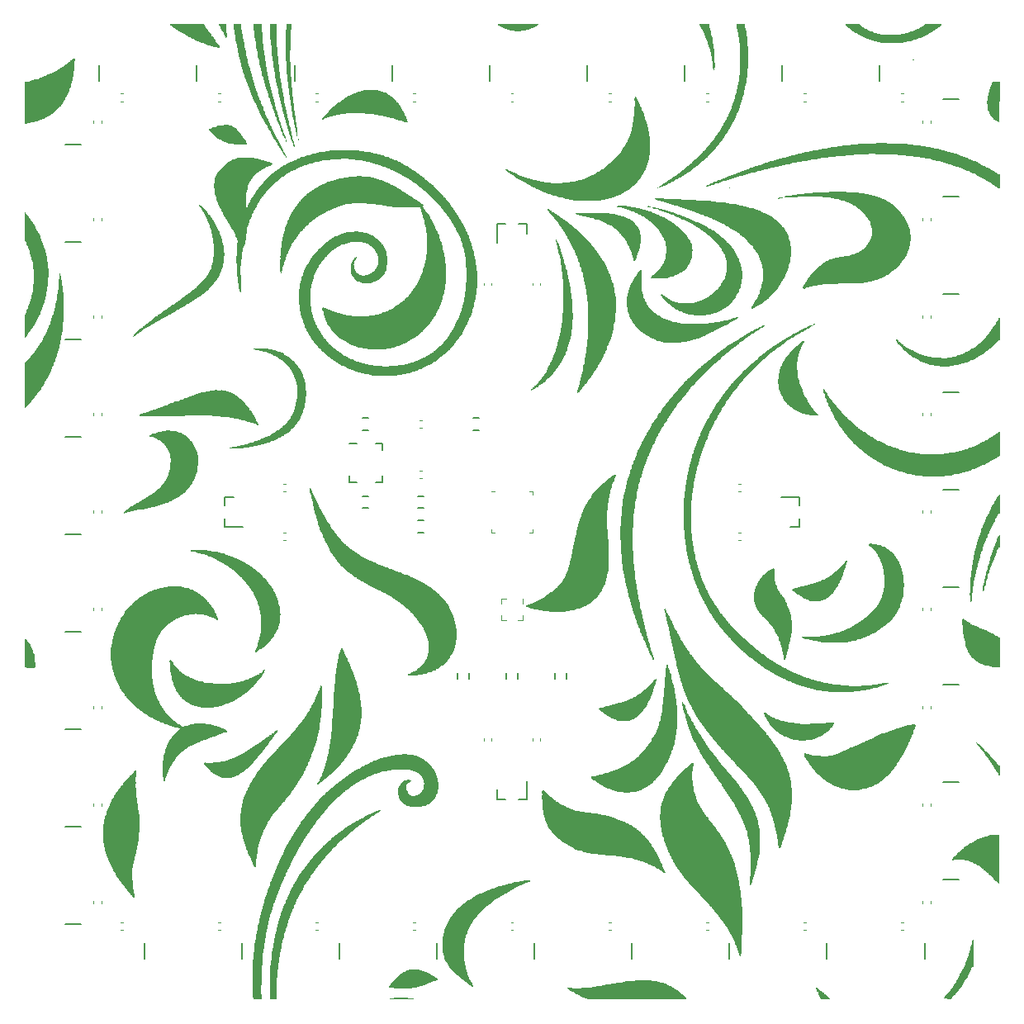
<source format=gto>
G04*
G04 #@! TF.GenerationSoftware,Altium Limited,Altium Designer,24.1.2 (44)*
G04*
G04 Layer_Color=16777215*
%FSLAX44Y44*%
%MOMM*%
G71*
G04*
G04 #@! TF.SameCoordinates,4F868512-D97F-4151-AA10-91EEB4B24D68*
G04*
G04*
G04 #@! TF.FilePolarity,Positive*
G04*
G01*
G75*
%ADD10C,0.1500*%
%ADD11C,0.1000*%
G36*
X526690Y999815D02*
X526413Y998799D01*
X526044Y998430D01*
X524381Y997691D01*
X518655Y994921D01*
X516439Y994367D01*
X515238Y994089D01*
X513022Y993535D01*
X511544Y993351D01*
X509882Y993166D01*
X507850Y992981D01*
X503325Y992889D01*
X502771Y993074D01*
X500924Y993258D01*
X500369Y993443D01*
X499631Y993628D01*
X498338Y993812D01*
X497229Y993997D01*
X496306Y994367D01*
X494182Y994828D01*
X493535Y995105D01*
X491134Y996214D01*
X489934Y996675D01*
X488456Y997599D01*
X486886Y998245D01*
X485962Y998799D01*
X485501Y999261D01*
X485593Y999908D01*
X516808D01*
X526690Y999815D01*
D02*
G37*
G36*
X940617Y999261D02*
X939786Y998245D01*
X938493Y997506D01*
X937569Y996583D01*
X936276Y995844D01*
X935537Y995105D01*
X935168Y994921D01*
X933875Y994182D01*
X932859Y993351D01*
X932582Y993074D01*
X930827Y992427D01*
X929996Y991596D01*
X929627Y991411D01*
X928334Y990857D01*
X927041Y990118D01*
X926672Y989749D01*
X926302Y989564D01*
X924270Y988641D01*
X921869Y987532D01*
X920669Y987071D01*
X919283Y986239D01*
X918360Y985870D01*
X916882Y985501D01*
X915959Y985131D01*
X914296Y984392D01*
X912080Y983838D01*
X910325Y983192D01*
X908201Y982545D01*
X907462Y982361D01*
X905153Y982084D01*
X904230Y981899D01*
X903491Y981714D01*
X902475Y981437D01*
X900259Y980883D01*
X891393Y980329D01*
X884559Y980514D01*
X884004Y980698D01*
X879387Y980883D01*
X878833Y981068D01*
X876986Y981622D01*
X875508Y981991D01*
X874215Y982176D01*
X872091Y982453D01*
X871352Y982638D01*
X869874Y983192D01*
X868951Y983561D01*
X867935Y983838D01*
X866642Y984208D01*
X865441Y984669D01*
X865164Y984946D01*
X864241Y985316D01*
X862763Y985685D01*
X861009Y986332D01*
X860732Y986609D01*
X860362Y986794D01*
X858700Y987532D01*
X857591Y988086D01*
X857407D01*
X856668Y988825D01*
X855744Y989195D01*
X854544Y989656D01*
X853713Y990488D01*
X853343Y990672D01*
X852050Y991227D01*
X851681Y991411D01*
X851311Y991781D01*
X850942Y991965D01*
X850388Y992519D01*
X850018Y992704D01*
X847433Y994551D01*
X847063Y994736D01*
X846047Y995567D01*
X845585Y996029D01*
X845216Y996214D01*
X844200Y997045D01*
X843738Y997506D01*
X843369Y997691D01*
X843000Y998061D01*
X842630Y998245D01*
X842168Y998707D01*
X841984Y999446D01*
X842076Y999908D01*
X856760Y999815D01*
X856945Y998892D01*
X857222Y998615D01*
X857591Y998430D01*
X858884Y997691D01*
X859346Y997414D01*
X859438Y997137D01*
X859808Y996952D01*
X860177Y996583D01*
X861378Y996121D01*
X862394Y995475D01*
X862948Y994921D01*
X865257Y994089D01*
X866088Y993443D01*
X867935Y992889D01*
X869136Y992427D01*
X871814Y991227D01*
X873291Y990857D01*
X874307Y990580D01*
X875231Y990211D01*
X876801Y989749D01*
X878925Y989472D01*
X879664Y989287D01*
X881142Y989102D01*
X884097Y988918D01*
X892501Y988825D01*
X893055Y989010D01*
X897303Y989195D01*
X897857Y989379D01*
X899612Y989656D01*
X900536Y989841D01*
X902013Y990211D01*
X903583Y990672D01*
X904876Y991042D01*
X905615Y991227D01*
X907277Y991411D01*
X908570Y992335D01*
X910048Y992704D01*
X911064Y992981D01*
X911988Y993351D01*
X914112Y994367D01*
X915035Y994736D01*
X916328Y995475D01*
X918729Y996583D01*
X919099Y996768D01*
X920392Y997691D01*
X921592Y998153D01*
X922239Y998430D01*
X922885Y999077D01*
X923070Y999815D01*
X940525Y999908D01*
X940617Y999261D01*
D02*
G37*
G36*
X207333Y999815D02*
X207425Y994736D01*
X207333Y993166D01*
Y992981D01*
X207610Y989933D01*
X207702Y988179D01*
X207518Y987625D01*
X207333Y986332D01*
X206871Y985870D01*
X206317Y986055D01*
X206040Y986332D01*
X205209Y988641D01*
X203362Y992335D01*
X202623Y993443D01*
X202161Y994459D01*
X200868Y996860D01*
X199760Y999261D01*
X199852Y999908D01*
X207333Y999815D01*
D02*
G37*
G36*
X184614D02*
X184799Y998522D01*
X185907Y997414D01*
X186092Y997045D01*
X187292Y995290D01*
X187754Y994828D01*
X187939Y994459D01*
X188308Y994089D01*
X188493Y993720D01*
X189324Y992704D01*
X190617Y990672D01*
X191263Y990026D01*
X191448Y989656D01*
X191910Y988825D01*
X192002Y988733D01*
X192833Y987717D01*
X193295Y987255D01*
X194034Y985962D01*
X194773Y985223D01*
X194958Y984854D01*
X195881Y983561D01*
X196250Y983192D01*
X196435Y982822D01*
X197174Y981529D01*
X198005Y980514D01*
X198467Y980052D01*
X198652Y979682D01*
X199021Y979313D01*
X199206Y978943D01*
X200314Y977835D01*
X200499Y977096D01*
X200591Y976635D01*
X200314Y975988D01*
X200037Y975711D01*
X198559Y975896D01*
X197266Y976450D01*
X195512Y976727D01*
X194773Y976912D01*
X192556Y977281D01*
X191633Y977651D01*
X190617Y978112D01*
X189878Y978297D01*
X188493Y978574D01*
X186646Y979313D01*
X185445Y979775D01*
X183044Y980514D01*
X181566Y981068D01*
X180089Y981991D01*
X179073Y982268D01*
X177595Y982822D01*
X176210Y983653D01*
X174455Y984300D01*
X173809Y984577D01*
X172700Y985316D01*
X171408Y985685D01*
X169745Y986609D01*
X169376Y986978D01*
X163834Y989933D01*
X163465Y990303D01*
X163096Y990488D01*
X160695Y991781D01*
X159402Y992704D01*
X158847Y992889D01*
X157832Y993720D01*
X156446Y994551D01*
X155246Y995013D01*
X154045Y996214D01*
X153676Y996398D01*
X152013Y997322D01*
X150536Y998245D01*
X150166Y998430D01*
X149520Y999077D01*
X149427Y999908D01*
X184614Y999815D01*
D02*
G37*
G36*
X912911Y963982D02*
X912819Y963890D01*
X912449Y963521D01*
X911156Y963336D01*
X910879Y963613D01*
X911710Y963890D01*
X912449Y964075D01*
X912911Y963982D01*
D02*
G37*
G36*
X702161Y999815D02*
X702346Y997784D01*
X702531Y997229D01*
X703269Y995382D01*
X703639Y994089D01*
X703823Y992796D01*
X704008Y992058D01*
X704285Y990303D01*
X704470Y989564D01*
X704839Y988641D01*
X705116Y987625D01*
X705486Y986147D01*
X705670Y984300D01*
Y984115D01*
X705855Y983561D01*
X706132Y981437D01*
X706317Y979221D01*
X706502Y977743D01*
X706686Y976819D01*
X706871Y976080D01*
X707056Y975157D01*
X707241Y974049D01*
X707425Y972017D01*
X707610Y967769D01*
X707795Y964259D01*
X707887Y955855D01*
X707702Y955301D01*
X707425Y953362D01*
X706963Y952161D01*
X706686Y952069D01*
X706409Y952900D01*
X706225Y953639D01*
X706040Y955486D01*
X705763Y959272D01*
X705578Y961119D01*
X705209Y964075D01*
X704839Y965922D01*
X704562Y966938D01*
X704285Y968138D01*
X704100Y969062D01*
X703916Y970724D01*
X703731Y971463D01*
X703362Y972386D01*
X702900Y973956D01*
X702531Y975249D01*
X702346Y975988D01*
X701884Y977928D01*
X701515Y978851D01*
X701053Y980052D01*
X700683Y981345D01*
X700314Y982268D01*
X699852Y983469D01*
X699113Y985316D01*
X698190Y987717D01*
X697174Y989841D01*
X696527Y991596D01*
X695512Y993535D01*
X694588Y995198D01*
X693849Y996306D01*
X692741Y998338D01*
X692187Y999631D01*
X692279Y999908D01*
X702161Y999815D01*
D02*
G37*
G36*
X361378Y932398D02*
X362486Y932213D01*
X363410Y932028D01*
X365442Y931289D01*
X366457Y931012D01*
X367750Y930643D01*
X368951Y930181D01*
X370151Y929535D01*
X372183Y928796D01*
X373199Y927964D01*
X373476Y927688D01*
X373846Y927503D01*
X375600Y926302D01*
X376247Y925840D01*
X376616Y925471D01*
X376986Y925286D01*
X378002Y924455D01*
X378648Y923809D01*
X379017Y923624D01*
X380126Y922516D01*
X380495Y922331D01*
X381142Y921684D01*
X381326Y921315D01*
X381696Y920946D01*
X381880Y920576D01*
X382527Y920115D01*
X383173Y919468D01*
X383635Y918268D01*
X384836Y917067D01*
X385297Y915866D01*
X385759Y915220D01*
X386498Y914481D01*
X387606Y912449D01*
X388345Y911341D01*
X388899Y909863D01*
X389823Y908386D01*
X390285Y907185D01*
X390654Y906262D01*
X391485Y904322D01*
X392501Y901459D01*
X392963Y900259D01*
X392778Y899520D01*
X392501Y899243D01*
X391762Y899058D01*
X391023Y899243D01*
X388622Y900351D01*
X386498Y900813D01*
X385574Y900997D01*
X384097Y901552D01*
X382527Y902198D01*
X381234Y902383D01*
X380033Y902660D01*
X378002Y903399D01*
X376986Y903676D01*
X375508Y904045D01*
X373938Y904322D01*
X372460Y904691D01*
X371444Y904969D01*
X369505Y905430D01*
X368489Y905707D01*
X367750Y905892D01*
X365534Y906077D01*
X364980Y906262D01*
X363779Y906539D01*
X362763Y906816D01*
X361286Y907185D01*
X359439Y907370D01*
X358146Y907554D01*
X354913Y907832D01*
X354174Y908016D01*
X351773Y908201D01*
X347340Y908755D01*
X344385Y908940D01*
X335981Y909032D01*
X335427Y908847D01*
X331640Y908570D01*
X328316Y908201D01*
X326838Y908016D01*
X324621Y907647D01*
X323144Y907462D01*
X321112Y907277D01*
X320188Y907093D01*
X318618Y906446D01*
X316402Y905892D01*
X315201Y905615D01*
X314186Y905338D01*
X310676Y904230D01*
X309660Y903953D01*
X308737Y903583D01*
X307259Y902660D01*
X306243Y902383D01*
X305319Y902567D01*
X305135Y903306D01*
X305781Y904322D01*
X306058Y904599D01*
X306428Y904784D01*
X306705Y905061D01*
X306890Y905430D01*
X308921Y907462D01*
X309106Y907832D01*
X311045Y909771D01*
X311415Y909956D01*
X311877Y910417D01*
X312061Y910787D01*
X315848Y914573D01*
X316217Y914758D01*
X316587Y915312D01*
X316864Y915405D01*
X316956Y915682D01*
X317325Y915866D01*
X317880Y916420D01*
X318249Y916605D01*
X319265Y917436D01*
X319911Y918083D01*
X321204Y918822D01*
X321666Y919099D01*
X321758Y919376D01*
X322128Y919560D01*
X322682Y920115D01*
X323605Y920669D01*
X324621Y921500D01*
X324898Y921777D01*
X326561Y922700D01*
X327115Y923254D01*
X328777Y924178D01*
X329331Y924732D01*
X329701Y924917D01*
X330994Y925471D01*
X332287Y926210D01*
X333395Y926949D01*
X334411Y927226D01*
X335057Y927503D01*
X335242D01*
X335611Y927872D01*
X335981Y928057D01*
X336350Y928426D01*
X337643Y928980D01*
X338936Y929165D01*
X340137Y929627D01*
X340598Y930089D01*
X341522Y930458D01*
X343092Y930735D01*
X346047Y931474D01*
X348171Y932120D01*
X348910Y932305D01*
X350203Y932490D01*
X351958Y932582D01*
X354451Y932490D01*
X355005Y932675D01*
X361378Y932398D01*
D02*
G37*
G36*
X1000044Y940750D02*
X999956Y899251D01*
X999254Y899426D01*
X995920Y901181D01*
X994867Y902234D01*
X993990Y902760D01*
X993376Y903374D01*
X993201Y903725D01*
X991797Y905129D01*
X991621Y905480D01*
X990393Y907059D01*
X990042Y907410D01*
X988287Y911095D01*
X988112Y912323D01*
X987936Y913025D01*
X987673Y915043D01*
X987322Y917149D01*
X987147Y918728D01*
X987059Y920044D01*
X987234Y920570D01*
X987410Y922501D01*
X987585Y923027D01*
X987849Y924167D01*
X988024Y925220D01*
X988200Y927326D01*
X988375Y928730D01*
X988902Y930133D01*
X988989Y930221D01*
Y930397D01*
X989516Y931625D01*
X989779Y933116D01*
X989954Y933818D01*
X990656Y935573D01*
X991095Y936538D01*
X991885Y938732D01*
X992323Y939697D01*
X992499Y940398D01*
X992586Y940837D01*
X1000044Y940750D01*
D02*
G37*
G36*
X51533Y965183D02*
X51810Y964906D01*
X51533Y958349D01*
X51348Y955763D01*
X51164Y953731D01*
X50609Y950406D01*
X50425Y949483D01*
X50055Y947266D01*
X49871Y946343D01*
X49317Y943018D01*
X49040Y942002D01*
X48762Y940063D01*
X48116Y938493D01*
X47839Y937292D01*
X47654Y936184D01*
X47193Y934983D01*
X46454Y933321D01*
X46084Y932028D01*
X45900Y931289D01*
X44422Y928149D01*
X43960Y926949D01*
X43683Y926672D01*
X43498Y926302D01*
X42390Y923901D01*
X42205Y923532D01*
X41374Y922331D01*
X41282Y922239D01*
X40358Y920576D01*
X39989Y920207D01*
X39804Y919837D01*
X39435Y919468D01*
X39250Y919099D01*
X37957Y917436D01*
X37588Y917067D01*
X37403Y916697D01*
X36572Y915682D01*
X36295Y915405D01*
X36110Y915035D01*
X33801Y912726D01*
X33432Y912542D01*
X31954Y911064D01*
X31585Y910879D01*
X30292Y909586D01*
X29922Y909402D01*
X28814Y908293D01*
X28445Y908109D01*
X28075Y907739D01*
X26875Y907277D01*
X26413Y906816D01*
X26044Y906631D01*
X25674Y906262D01*
X22904Y904784D01*
X19764Y903121D01*
X18471Y902567D01*
X17178Y902198D01*
X16254Y901829D01*
X14222Y900905D01*
X13484Y900720D01*
X12191Y900536D01*
X11452Y900351D01*
X9051Y899427D01*
X7573Y899058D01*
X4525Y898596D01*
X3602Y898411D01*
X2124Y898042D01*
X1016Y897857D01*
X185Y897765D01*
X92Y940709D01*
X369Y940986D01*
X3325Y941171D01*
X3879Y941356D01*
X6003Y941817D01*
X7481Y942372D01*
X9051Y942833D01*
X10528Y943203D01*
X11729Y943480D01*
X12652Y943665D01*
X13391Y943849D01*
X15331Y944680D01*
X16069Y944865D01*
X17824Y945512D01*
X18101Y945789D01*
X19394Y946343D01*
X20687Y946712D01*
X21888Y946989D01*
X24197Y948190D01*
X25120Y948559D01*
X26321Y949021D01*
X27429Y949760D01*
X29461Y950683D01*
X32324Y952253D01*
X33616Y952992D01*
X34725Y953731D01*
X35464Y953916D01*
X35833Y954285D01*
X36202Y954470D01*
X37495Y955393D01*
X37865Y955578D01*
X40820Y957425D01*
X41189Y957610D01*
X42205Y958441D01*
X42852Y959088D01*
X44145Y959826D01*
X45253Y960935D01*
X46177Y961489D01*
X47193Y962320D01*
X47470Y962597D01*
X47839Y962782D01*
X50055Y964998D01*
X50979Y965368D01*
X51533Y965183D01*
D02*
G37*
G36*
X273827Y999815D02*
X273550Y995475D01*
X273365Y993628D01*
X273181Y991411D01*
X272904Y985962D01*
X272719Y983007D01*
Y978020D01*
Y977835D01*
X272626Y967399D01*
X272811Y955393D01*
X273088Y949945D01*
X273273Y948652D01*
X273550Y943388D01*
X273735Y941171D01*
X273920Y939139D01*
X274104Y937292D01*
X274566Y933136D01*
X274751Y931843D01*
X274935Y927964D01*
X275120Y927410D01*
X275305Y924825D01*
X275490Y924270D01*
X275767Y921777D01*
X275951Y920299D01*
X276321Y918452D01*
X276598Y915959D01*
X276875Y912726D01*
X277152Y910233D01*
X277337Y909494D01*
X277614Y906816D01*
X277798Y905707D01*
X278168Y903860D01*
X278352Y902752D01*
X278537Y901090D01*
X278722Y898135D01*
X279091Y896103D01*
X279461Y895179D01*
X279645Y894440D01*
X279830Y892039D01*
X280015Y890562D01*
X280107Y885482D01*
X279830Y885205D01*
X279461Y885390D01*
X279184Y885667D01*
X278814Y886590D01*
X278629Y888437D01*
X278352Y890562D01*
X278168Y891485D01*
X277983Y892224D01*
X277798Y893147D01*
X277429Y894625D01*
X276967Y896195D01*
X276598Y897673D01*
X276413Y900997D01*
X276228Y901552D01*
X275951Y902937D01*
X275397Y904415D01*
X275120Y905430D01*
X274935Y907277D01*
X274474Y910695D01*
X274289Y911433D01*
X274104Y912542D01*
X273735Y914943D01*
X273550Y916420D01*
X273365Y917529D01*
X273181Y918452D01*
X272996Y919560D01*
X272811Y921223D01*
X272626Y923624D01*
X272442Y924732D01*
X272072Y926210D01*
X271888Y927318D01*
X271703Y928242D01*
X271426Y930735D01*
X270595Y937846D01*
X270225Y940063D01*
X270041Y941910D01*
X269856Y943572D01*
X269671Y945789D01*
X269487Y947451D01*
X269302Y949852D01*
X268932Y956132D01*
X268471Y959919D01*
X268286Y964721D01*
X268101Y965275D01*
X267917Y976542D01*
X268101Y991134D01*
X268286Y991688D01*
X268563Y995659D01*
X268748Y998061D01*
X268932Y999908D01*
X273827Y999815D01*
D02*
G37*
G36*
X243351D02*
X243535Y994089D01*
X243720Y993535D01*
X243997Y989933D01*
X244182Y986609D01*
X244366Y984946D01*
X244551Y982915D01*
X244736Y981252D01*
X244921Y978851D01*
X245013Y978020D01*
Y977835D01*
X245290Y975157D01*
X245844Y971832D01*
X246121Y970816D01*
X246583Y966291D01*
X246768Y964629D01*
X246952Y963521D01*
X247322Y961673D01*
X247507Y960935D01*
X247691Y959826D01*
X247876Y957979D01*
X248061Y957241D01*
X248245Y956317D01*
X248430Y954839D01*
X248799Y952438D01*
X249538Y949483D01*
X249723Y948559D01*
X250277Y945235D01*
X250554Y943480D01*
X251108Y942187D01*
X251293Y940894D01*
X251478Y940155D01*
X251662Y938862D01*
X251847Y938123D01*
X252678Y934152D01*
X252955Y933136D01*
X253325Y931843D01*
X253694Y930366D01*
X254156Y928426D01*
X254341Y927688D01*
X254618Y926672D01*
X255172Y924825D01*
X255357Y924086D01*
X255818Y921962D01*
X256188Y920484D01*
X256649Y918914D01*
X257204Y917067D01*
X257388Y916328D01*
X257665Y914758D01*
X258219Y913280D01*
X258681Y912264D01*
X258958Y911064D01*
X259143Y910325D01*
X259512Y909402D01*
X260713Y905430D01*
X261082Y903953D01*
X261359Y902752D01*
X262375Y900628D01*
X262560Y899335D01*
X262745Y898596D01*
X263207Y897396D01*
X264038Y895456D01*
X264222Y894717D01*
X264499Y893517D01*
X264869Y892593D01*
X265700Y890654D01*
X265885Y889915D01*
X266346Y887237D01*
X266808Y886590D01*
X267547Y885852D01*
X267732Y884559D01*
X267639Y882804D01*
X266901Y882989D01*
X266624Y883266D01*
X266069Y884559D01*
X265792Y885574D01*
X265515Y886221D01*
X264776Y886960D01*
X264407Y888253D01*
X264222Y889730D01*
X263299Y891208D01*
X263114Y891577D01*
X262745Y892501D01*
X261914Y894810D01*
X260898Y896934D01*
X260343Y899150D01*
X259882Y900351D01*
X259420Y900813D01*
X259051Y901736D01*
X258589Y903860D01*
X257388Y906169D01*
X257204Y906908D01*
X257019Y908016D01*
X256095Y910048D01*
X255541Y911895D01*
X254710Y914204D01*
X254248Y915220D01*
X253694Y917067D01*
X252863Y919376D01*
X252216Y921500D01*
X251847Y922793D01*
X251016Y925102D01*
X250554Y926117D01*
X250185Y927595D01*
X249908Y928796D01*
X249538Y929719D01*
X249076Y930920D01*
X248338Y933321D01*
X248061Y934522D01*
X247876Y935260D01*
X247137Y937107D01*
X246675Y938678D01*
X246398Y939878D01*
X246029Y941725D01*
X245659Y942649D01*
X245198Y943665D01*
X245013Y944403D01*
X244828Y945696D01*
X244643Y946435D01*
X243812Y948744D01*
X243535Y949760D01*
X243166Y951237D01*
X242889Y952807D01*
X242704Y953731D01*
X242519Y954470D01*
X242335Y955393D01*
X242150Y956132D01*
X241781Y957056D01*
X241504Y957887D01*
X241319Y958626D01*
X241134Y960842D01*
X240949Y961396D01*
X240672Y962597D01*
X240026Y964721D01*
X239841Y965460D01*
X239656Y966753D01*
X239472Y967492D01*
X238825Y971648D01*
X238456Y973125D01*
X238271Y974049D01*
X237902Y975526D01*
X237717Y976635D01*
X237532Y978851D01*
X237348Y980698D01*
X237163Y981622D01*
X236701Y983192D01*
X236332Y984669D01*
X236147Y986516D01*
X235870Y990488D01*
X235224Y996306D01*
X235039Y997599D01*
X235131Y999908D01*
X243351Y999815D01*
D02*
G37*
G36*
X281215Y882711D02*
X281400Y881419D01*
X281123Y880587D01*
X280938D01*
X280846Y880680D01*
X280477Y881603D01*
X280661Y883081D01*
X280754Y883173D01*
X281215Y882711D01*
D02*
G37*
G36*
X268748Y881880D02*
X268840Y881603D01*
X268932Y881511D01*
X269025Y879756D01*
X268748Y879479D01*
X268378Y879664D01*
X268101Y880495D01*
X267917Y881234D01*
X268009Y882065D01*
X268748Y881880D01*
D02*
G37*
G36*
X209384Y896580D02*
X209910Y896405D01*
X211227Y896142D01*
X212630Y895791D01*
X214034Y895264D01*
X214648Y894650D01*
X214999Y894474D01*
X217807Y892369D01*
X218245Y891930D01*
X218421Y891579D01*
X218684Y891316D01*
X219035Y891141D01*
X219825Y890351D01*
X220000Y890000D01*
X220790Y889035D01*
X221053Y888772D01*
X221842Y887456D01*
X222193Y887280D01*
X222457Y887017D01*
X222632Y886666D01*
X223773Y884999D01*
X224211Y884560D01*
X224387Y884210D01*
X225440Y882279D01*
X226141Y881577D01*
X227019Y879998D01*
X227282Y879735D01*
X227633Y879559D01*
X228423Y878243D01*
X228247Y877015D01*
X227984Y876752D01*
X226756Y876577D01*
X219561Y876752D01*
X219035Y876927D01*
X216491Y876840D01*
X215438Y877015D01*
X214560Y877191D01*
X212630Y877366D01*
X210875Y877542D01*
X209823Y877717D01*
X208419Y878243D01*
X207454Y878682D01*
X206752Y878858D01*
X205611Y879121D01*
X204208Y879647D01*
X203944Y879910D01*
X203593Y880086D01*
X200961Y881490D01*
X200435Y882016D01*
X198856Y882893D01*
X197978Y883771D01*
X196399Y884648D01*
X195873Y885175D01*
X195522Y885350D01*
X194995Y885876D01*
X194644Y886052D01*
X194030Y886666D01*
X193855Y887017D01*
X193241Y887456D01*
X192276Y888421D01*
X192100Y888772D01*
X191837Y889035D01*
X191486Y889210D01*
X190082Y890614D01*
X189731Y890790D01*
X189293Y891755D01*
X189643Y892632D01*
X190784Y893071D01*
X191749Y893334D01*
X192012Y893597D01*
X192714Y893948D01*
X192802Y894036D01*
X193767Y894299D01*
X195785Y894738D01*
X196662Y895089D01*
X198505Y895878D01*
X200874Y896142D01*
X202277Y896317D01*
X206225Y896756D01*
X209384Y896580D01*
D02*
G37*
G36*
X258589Y993628D02*
X258773Y986239D01*
X258958Y981252D01*
X259328Y972571D01*
X259697Y970170D01*
X259882Y968138D01*
X260067Y967030D01*
X260251Y965183D01*
X260436Y962782D01*
X260621Y961304D01*
X260990Y957241D01*
X261359Y952992D01*
X261914Y950222D01*
X262283Y948005D01*
X262468Y946343D01*
X262652Y943757D01*
X263022Y941910D01*
X263207Y940802D01*
X263391Y939878D01*
X263576Y939139D01*
X263761Y938031D01*
X264130Y934706D01*
X264315Y933598D01*
X264684Y931751D01*
X264869Y930643D01*
X265146Y928888D01*
X265331Y928334D01*
X265608Y926949D01*
X265977Y924732D01*
X266346Y921777D01*
X266531Y920853D01*
X267362Y918175D01*
X267547Y917436D01*
X267732Y914850D01*
X267917Y914296D01*
X268101Y913558D01*
X268563Y911433D01*
X269025Y909863D01*
X269209Y909125D01*
X269487Y907370D01*
X269671Y906262D01*
X270041Y904415D01*
X270318Y903399D01*
X270502Y902660D01*
X271241Y900074D01*
X271426Y898781D01*
X271611Y898042D01*
X271795Y896749D01*
X271980Y896195D01*
X272442Y894995D01*
X272719Y893979D01*
X272904Y893240D01*
X273365Y891116D01*
X273550Y890377D01*
X273827Y889361D01*
X274012Y888622D01*
X274196Y887144D01*
X274751Y885852D01*
X274935Y885113D01*
X275212Y883358D01*
X276044Y880680D01*
X276228Y879941D01*
X276598Y877355D01*
X276967Y875877D01*
X277429Y874677D01*
X277614Y873938D01*
X277706Y873107D01*
X277429Y872830D01*
X276967Y874030D01*
X276044Y875693D01*
X275305Y877355D01*
X275028Y878925D01*
X274474Y880403D01*
X274196Y880680D01*
X274012Y881049D01*
X273458Y882342D01*
X273273Y883081D01*
X272811Y885020D01*
X272626Y885759D01*
X271795Y887329D01*
X271426Y888807D01*
X271149Y890192D01*
X270964Y890931D01*
X270410Y892409D01*
X269948Y893609D01*
X269394Y895826D01*
X269117Y897026D01*
X268748Y898504D01*
X268286Y899705D01*
X267732Y901552D01*
X267455Y903306D01*
X266716Y905153D01*
X266254Y906723D01*
X265608Y909771D01*
X265331Y910787D01*
X264961Y911710D01*
X264499Y913835D01*
X264130Y915312D01*
X263945Y916420D01*
X263761Y917159D01*
X263207Y918637D01*
X262929Y919653D01*
X262745Y920392D01*
X262468Y922146D01*
X262283Y923254D01*
X262098Y923993D01*
X261267Y926672D01*
X260990Y928426D01*
X260805Y929350D01*
X260621Y930458D01*
X260251Y932490D01*
X260067Y933229D01*
X259420Y935353D01*
X259235Y936646D01*
X259051Y937385D01*
X258773Y939509D01*
X258219Y941725D01*
X257573Y943849D01*
X257388Y945696D01*
X257204Y948282D01*
X257019Y948836D01*
X256834Y950129D01*
X256095Y953085D01*
X255911Y954378D01*
X255634Y957056D01*
X255449Y957979D01*
X255264Y960196D01*
X254710Y963705D01*
X254525Y964629D01*
X254341Y965737D01*
X253879Y969523D01*
X253602Y972386D01*
X253417Y974972D01*
X253232Y976635D01*
X252863Y979590D01*
X252771Y979867D01*
Y980052D01*
X252493Y982545D01*
X252309Y986055D01*
X252124Y990303D01*
X251939Y993258D01*
X251755Y997876D01*
X251662Y999815D01*
X258404Y999908D01*
X258589Y993628D01*
D02*
G37*
G36*
X222571Y997506D02*
X223495Y991965D01*
X223772Y989472D01*
X224233Y986239D01*
X224695Y984669D01*
X224880Y982822D01*
X225065Y982084D01*
X225342Y980329D01*
X225711Y978112D01*
X225896Y977189D01*
X226635Y974233D01*
X227004Y972017D01*
X227189Y971094D01*
X227374Y969431D01*
X227651Y967676D01*
X228205Y966384D01*
X228574Y965090D01*
X228759Y963798D01*
X228944Y963059D01*
X229405Y961119D01*
X230052Y958995D01*
X230791Y956040D01*
X231252Y954100D01*
X231714Y953085D01*
X232268Y950868D01*
X232915Y948005D01*
X233284Y947082D01*
X233746Y946066D01*
X234023Y944865D01*
X234208Y943757D01*
X234946Y941725D01*
X235962Y938493D01*
X236239Y937292D01*
X236609Y936369D01*
X237071Y935353D01*
X237440Y934429D01*
X237717Y933229D01*
X237902Y932490D01*
X238641Y930643D01*
X239102Y929442D01*
X239472Y928149D01*
X239656Y927410D01*
X240118Y926210D01*
X241134Y923901D01*
X241319Y923162D01*
X241965Y921407D01*
X242242Y921130D01*
X242612Y920207D01*
X242981Y918729D01*
X243628Y916974D01*
X243905Y916328D01*
X244828Y914296D01*
X245013Y913558D01*
X245290Y912542D01*
X246029Y911433D01*
X246491Y910417D01*
X246768Y909217D01*
X247137Y908293D01*
X247968Y906908D01*
X248799Y904599D01*
X249538Y903491D01*
X249908Y902567D01*
X250646Y900536D01*
X250924Y900259D01*
X251478Y898966D01*
X251662Y898227D01*
X252124Y897026D01*
X253325Y894902D01*
X253971Y893147D01*
X255357Y890469D01*
X257204Y886590D01*
X257665Y885390D01*
X258127Y884743D01*
X258496Y884374D01*
X259051Y883081D01*
X260343Y880680D01*
X261082Y879017D01*
X262006Y877355D01*
X262560Y876062D01*
X263484Y874400D01*
X264038Y873846D01*
X264499Y872645D01*
X265423Y871167D01*
X265885Y870152D01*
X266069Y869043D01*
X267547Y867566D01*
X267732Y866273D01*
X267639Y865072D01*
X266716Y865626D01*
X266254Y866088D01*
X265885Y867011D01*
X265331Y867935D01*
X264776Y868489D01*
X264592Y868858D01*
X263668Y870521D01*
X262929Y871260D01*
X262745Y871629D01*
X261637Y873661D01*
X261082Y874215D01*
X259789Y876616D01*
X259235Y877170D01*
X257573Y880310D01*
X256465Y882342D01*
X255726Y883450D01*
X254618Y885482D01*
X253694Y886775D01*
X251662Y890654D01*
X250554Y892501D01*
X249261Y894902D01*
X247784Y897488D01*
X247045Y898596D01*
X246306Y900443D01*
X246121Y900813D01*
X245198Y902106D01*
X243720Y904876D01*
X239287Y913927D01*
X237255Y918175D01*
X236147Y920576D01*
X235685Y921777D01*
X235316Y922700D01*
X234485Y924086D01*
X234208Y925102D01*
X233284Y927133D01*
X232822Y927964D01*
X232453Y928888D01*
X231806Y930643D01*
X231437Y931566D01*
X230606Y933506D01*
X230421Y934245D01*
X229867Y935537D01*
X229128Y937200D01*
X228851Y938216D01*
X228297Y939693D01*
X227466Y941633D01*
X227281Y942372D01*
X226542Y944773D01*
X226080Y945973D01*
X225711Y946897D01*
X225434Y947913D01*
X225065Y949390D01*
X224603Y950591D01*
X224233Y951515D01*
X223956Y952531D01*
X223772Y953269D01*
X223402Y954562D01*
X223218Y955301D01*
X222386Y957610D01*
X222109Y958626D01*
X221925Y959365D01*
X221648Y960935D01*
X221555Y961027D01*
Y961212D01*
X221278Y962966D01*
X221094Y963890D01*
X220724Y964814D01*
X220262Y966384D01*
X220078Y967122D01*
X219800Y968323D01*
X219431Y970170D01*
X219246Y970909D01*
X218969Y971925D01*
X218785Y972663D01*
X218508Y974603D01*
X217953Y976819D01*
X217676Y979313D01*
X217399Y980883D01*
X217215Y981806D01*
X216938Y982638D01*
X216753Y983376D01*
X216568Y984669D01*
X216383Y985408D01*
X216106Y988271D01*
X215737Y990672D01*
X215183Y993443D01*
X214998Y995105D01*
X214813Y996952D01*
X214629Y998430D01*
X214536Y999815D01*
X222202Y999908D01*
X222571Y997506D01*
D02*
G37*
G36*
X268840Y864426D02*
X269025Y864056D01*
X269209Y863502D01*
X269025Y862763D01*
X268932Y862671D01*
X268286Y863133D01*
X268101Y863871D01*
X268009Y864518D01*
X268194Y864703D01*
X268378D01*
X268840Y864426D01*
D02*
G37*
G36*
X263668Y861655D02*
X263576Y861193D01*
X263114Y861286D01*
X262745Y862024D01*
Y862209D01*
X263022Y862301D01*
X263668Y861655D01*
D02*
G37*
G36*
X627263Y925840D02*
X627355Y925748D01*
X629941Y920392D01*
X631234Y917621D01*
X631603Y916697D01*
X633081Y913558D01*
X633358Y912542D01*
X634374Y910602D01*
X634743Y909309D01*
X635390Y907554D01*
X635852Y906539D01*
X636221Y905615D01*
X636683Y903491D01*
X637421Y901459D01*
X637883Y900259D01*
X638068Y899520D01*
X638714Y896472D01*
X638899Y895733D01*
X639730Y893055D01*
X640100Y890839D01*
X640284Y889546D01*
X640469Y887699D01*
X640746Y886498D01*
X640931Y885759D01*
X641116Y884836D01*
X641300Y882804D01*
X641485Y881326D01*
X641577Y869782D01*
X641393Y869228D01*
X641208Y867011D01*
X641023Y866457D01*
X640654Y864241D01*
X640469Y863502D01*
X640192Y861747D01*
X640007Y860824D01*
X639823Y859716D01*
X639638Y858977D01*
X639269Y858053D01*
X638992Y857776D01*
X638714Y856576D01*
X638345Y855098D01*
X637791Y853620D01*
X636775Y851311D01*
X636313Y850111D01*
X635390Y848633D01*
X634466Y846601D01*
X633081Y844662D01*
X632896Y844108D01*
X631973Y842815D01*
X630218Y840506D01*
X629941Y840229D01*
X629756Y839860D01*
X628925Y838844D01*
X627724Y837643D01*
X627540Y837274D01*
X626524Y836258D01*
X626154Y836073D01*
X624400Y834318D01*
X624215Y833949D01*
X622276Y832564D01*
X621537Y831825D01*
X621167Y831640D01*
X619505Y830347D01*
X619136Y829978D01*
X617473Y829054D01*
X616365Y828316D01*
X614703Y827392D01*
X613410Y826468D01*
X611655Y825822D01*
X611193Y825360D01*
X610824Y825175D01*
X609531Y824621D01*
X608423Y824437D01*
X605283Y822959D01*
X603805Y822590D01*
X602789Y822312D01*
X601311Y821758D01*
X600111Y821297D01*
X598633Y820927D01*
X596879Y820650D01*
X594662Y820096D01*
X592445Y819727D01*
X591707Y819542D01*
X590598Y819357D01*
X589121Y819173D01*
X586535Y818988D01*
X582841Y818803D01*
X573513Y818711D01*
X572959Y818895D01*
X566310Y819080D01*
X565756Y819265D01*
X563539Y819450D01*
X562985Y819634D01*
X561415Y819911D01*
X560307Y820096D01*
X556613Y820835D01*
X554950Y821020D01*
X553380Y821297D01*
X551718Y822036D01*
X549963Y822312D01*
X548116Y822682D01*
X547377Y822867D01*
X546454Y823236D01*
X545438Y823698D01*
X543221Y824252D01*
X542021Y824529D01*
X541005Y824806D01*
X538973Y825730D01*
X537495Y826099D01*
X536295Y826561D01*
X533986Y827577D01*
X532785Y827854D01*
X531308Y828408D01*
X531031Y828685D01*
X529368Y829424D01*
X528445Y829793D01*
X525674Y831086D01*
X524381Y831640D01*
X520502Y833487D01*
X519210Y834226D01*
X516069Y835888D01*
X513299Y837366D01*
X512191Y838105D01*
X509789Y839398D01*
X508681Y840137D01*
X508312Y840321D01*
X507019Y841060D01*
X505726Y841984D01*
X505356Y842168D01*
X501570Y844662D01*
X501293Y844939D01*
X498892Y846232D01*
X498153Y846971D01*
X496491Y847894D01*
X495382Y849003D01*
X494182Y849649D01*
X493997Y850018D01*
X493628Y850942D01*
X495198Y851034D01*
X496491Y850295D01*
X497599Y849557D01*
X498615Y849280D01*
X501478Y847710D01*
X502216Y847525D01*
X503879Y846601D01*
X505541Y845863D01*
X506557Y845585D01*
X508404Y844847D01*
X509420Y844385D01*
X511821Y843646D01*
X513576Y843000D01*
X514592Y842538D01*
X516808Y841984D01*
X518009Y841707D01*
X519579Y841060D01*
X520502Y840691D01*
X521703Y840414D01*
X524751Y839952D01*
X526413Y839213D01*
X527706Y839028D01*
X529922Y838659D01*
X532047Y838382D01*
X532970Y838197D01*
X533709Y838013D01*
X534725Y837736D01*
X535464Y837551D01*
X539527Y837366D01*
X540081Y837181D01*
X547747Y837089D01*
X555966Y837366D01*
X556520Y837551D01*
X558829Y838013D01*
X559937Y838197D01*
X561415Y838382D01*
X563816Y838751D01*
X566771Y839490D01*
X567972Y839952D01*
X570835Y840598D01*
X572867Y841337D01*
X575545Y842168D01*
X576745Y842630D01*
X578870Y843646D01*
X579793Y844016D01*
X583302Y845678D01*
X584595Y846417D01*
X585704Y847156D01*
X587735Y848264D01*
X588844Y849003D01*
X590506Y849926D01*
X590876Y850295D01*
X591245Y850480D01*
X591614Y850850D01*
X592907Y851589D01*
X593923Y852420D01*
X594570Y852881D01*
X596879Y854636D01*
X598079Y855837D01*
X598448Y856021D01*
X599464Y856853D01*
X599741Y857130D01*
X600111Y857314D01*
X601496Y858700D01*
X601681Y859069D01*
X602327Y859531D01*
X603343Y860362D01*
X603528Y860732D01*
X604359Y861563D01*
X604729Y861747D01*
X606668Y863687D01*
X606853Y864056D01*
X608884Y866088D01*
X609069Y866457D01*
X610547Y867935D01*
X610731Y868304D01*
X611470Y869043D01*
X612209Y870336D01*
X612763Y870890D01*
X612948Y871260D01*
X613317Y871629D01*
X613502Y871999D01*
X614703Y873753D01*
X614980Y874030D01*
X616088Y876062D01*
X616827Y877170D01*
X617196Y878094D01*
X617935Y879387D01*
X618304Y879756D01*
X618858Y881049D01*
X619505Y882804D01*
X619782Y883081D01*
X620336Y884374D01*
X620706Y885852D01*
X622368Y891023D01*
X622553Y892316D01*
X622737Y893055D01*
X623014Y894256D01*
X623384Y895179D01*
X623846Y896749D01*
X624030Y898042D01*
X624307Y900720D01*
X624492Y902752D01*
X624677Y904599D01*
X624861Y905523D01*
X625046Y906631D01*
X625323Y909125D01*
X625600Y913835D01*
X625785Y917159D01*
X625877Y921869D01*
X625693Y922423D01*
X625877Y925379D01*
X626339Y926025D01*
X627263Y925840D01*
D02*
G37*
G36*
X739195Y998061D02*
X739749Y994736D01*
X740118Y992335D01*
X740303Y991227D01*
X740488Y990488D01*
X740672Y989564D01*
X740949Y987071D01*
X741134Y985223D01*
X741319Y984485D01*
X741504Y979867D01*
X741688Y979313D01*
X741873Y975988D01*
X742058Y975434D01*
X742150Y974233D01*
X742242Y974141D01*
X742427Y967307D01*
X742242Y957517D01*
X742058Y956963D01*
X741873Y955670D01*
X741596Y953177D01*
X741411Y950960D01*
X741227Y948375D01*
X741042Y946343D01*
X740857Y943942D01*
X740488Y942464D01*
X740303Y941541D01*
X740118Y940432D01*
X739564Y937662D01*
X739195Y935445D01*
X739010Y933968D01*
X738825Y933044D01*
X737994Y930366D01*
X737625Y928149D01*
X737440Y927410D01*
X737163Y926210D01*
X736332Y924270D01*
X735962Y922793D01*
X735685Y921592D01*
X735501Y920853D01*
X734762Y919006D01*
X734300Y917806D01*
X734115Y916513D01*
X733931Y915774D01*
X733561Y914850D01*
X732822Y913742D01*
X732453Y912264D01*
X732176Y911249D01*
X731806Y910325D01*
X731068Y909217D01*
X730606Y907647D01*
X730421Y906908D01*
X729313Y904876D01*
X728389Y902844D01*
X728205Y902475D01*
X724326Y895087D01*
X723587Y893979D01*
X723402Y893240D01*
X722109Y891393D01*
X721001Y889361D01*
X720632Y888991D01*
X720447Y888622D01*
X719708Y887329D01*
X718877Y886313D01*
X718600Y886036D01*
X718415Y885667D01*
X717215Y883912D01*
X716753Y883450D01*
X715829Y881788D01*
X715090Y881049D01*
X714906Y880680D01*
X713613Y879017D01*
X712689Y877724D01*
X712505Y877355D01*
X711951Y876801D01*
X711766Y876432D01*
X711027Y875693D01*
X710842Y875323D01*
X709549Y874030D01*
X709365Y873661D01*
X708995Y873291D01*
X708811Y872922D01*
X707333Y871444D01*
X707148Y871075D01*
X705855Y869782D01*
X705670Y869413D01*
X704839Y868581D01*
X704470Y868397D01*
X704193Y868120D01*
X704008Y867750D01*
X701330Y865072D01*
X700960Y864887D01*
X700683Y864610D01*
X700499Y864241D01*
X699483Y863225D01*
X699113Y863040D01*
X697821Y861747D01*
X697451Y861563D01*
X696805Y860916D01*
X696620Y860547D01*
X696343Y860270D01*
X695973Y860085D01*
X695419Y859531D01*
X695142Y859438D01*
X694958Y859069D01*
X694496Y858607D01*
X694126Y858423D01*
X692002Y856853D01*
X691817Y856483D01*
X690709Y855560D01*
X690247Y855098D01*
X689878Y854913D01*
X688216Y853620D01*
X687662Y853066D01*
X687292Y852881D01*
X685537Y851681D01*
X685076Y851219D01*
X684706Y851034D01*
X683044Y849741D01*
X681936Y849003D01*
X681382Y848818D01*
X680366Y847987D01*
X678980Y847156D01*
X678611Y846971D01*
X677595Y846140D01*
X676025Y845309D01*
X675009Y844477D01*
X674732Y844200D01*
X673439Y843646D01*
X672516Y843092D01*
X671407Y842353D01*
X670669Y842168D01*
X668914Y840968D01*
X666974Y840137D01*
X666051Y839583D01*
X664943Y838844D01*
X664019Y838474D01*
X662357Y837551D01*
X661987Y837181D01*
X661064Y836812D01*
X659309Y836165D01*
X658201Y835427D01*
X657924Y835150D01*
X656723Y834688D01*
X655800Y834318D01*
X655523Y834041D01*
X655153Y833857D01*
X653860Y833303D01*
X650997Y832656D01*
X650720Y832379D01*
X649427Y832010D01*
X648966Y832102D01*
X649150Y832471D01*
X649889Y832656D01*
X650813Y833026D01*
X652013Y834595D01*
X652937Y834965D01*
X654230Y835704D01*
X654599Y836073D01*
X654969Y836258D01*
X655338Y836627D01*
X657370Y837736D01*
X659217Y839028D01*
X661249Y840137D01*
X662911Y841430D01*
X664204Y842168D01*
X664573Y842353D01*
X665589Y843184D01*
X665866Y843461D01*
X667529Y844385D01*
X668267Y845124D01*
X668637Y845309D01*
X670392Y846509D01*
X670576Y846879D01*
X670853Y847156D01*
X671223Y847340D01*
X672885Y848633D01*
X675194Y850388D01*
X675471Y850665D01*
X675840Y850850D01*
X676856Y851681D01*
X677688Y852512D01*
X678057Y852697D01*
X679073Y853528D01*
X679719Y854174D01*
X680089Y854359D01*
X680458Y854728D01*
X680827Y854913D01*
X681105Y855190D01*
X681289Y855560D01*
X681566Y855837D01*
X681936Y856021D01*
X683598Y857314D01*
X684522Y858238D01*
X684891Y858423D01*
X686831Y860362D01*
X687015Y860732D01*
X687292Y861009D01*
X687662Y861193D01*
X689509Y863040D01*
X689878Y863225D01*
X695327Y868674D01*
X695512Y869043D01*
X695973Y869505D01*
X696251Y869597D01*
X696435Y869967D01*
X697174Y870706D01*
X697359Y871075D01*
X698836Y872553D01*
X699021Y872922D01*
X700868Y874769D01*
X701053Y875138D01*
X701976Y876062D01*
X702161Y876432D01*
X703085Y877724D01*
X703639Y878279D01*
X703823Y878648D01*
X705301Y880126D01*
X706225Y881788D01*
X707333Y882896D01*
X708072Y884189D01*
X708626Y884743D01*
X708811Y885113D01*
X709180Y885482D01*
X709734Y886406D01*
X710658Y887329D01*
X711766Y889361D01*
X712505Y890100D01*
X712966Y891300D01*
X713890Y892778D01*
X714167Y893055D01*
X714352Y893425D01*
X715090Y894717D01*
X716014Y896010D01*
X716384Y896934D01*
X717122Y898227D01*
X717492Y898596D01*
X717676Y898966D01*
X718231Y900259D01*
X719154Y901921D01*
X719893Y903029D01*
X720078Y903768D01*
X720816Y905061D01*
X721555Y906169D01*
X721832Y907185D01*
X722202Y908109D01*
X722479Y908755D01*
X723402Y910787D01*
X724049Y912542D01*
X724880Y913927D01*
X725434Y915959D01*
X725896Y917159D01*
X726912Y919468D01*
X727189Y920669D01*
X727374Y921407D01*
X727928Y922885D01*
X728389Y924086D01*
X728574Y924825D01*
X728943Y926117D01*
X729405Y928242D01*
X729775Y929165D01*
X730052Y930181D01*
X730236Y930920D01*
X730514Y932305D01*
X730698Y933044D01*
X730883Y933968D01*
X731252Y936184D01*
X731437Y937107D01*
X731806Y938585D01*
X732084Y939601D01*
X732453Y942187D01*
X732730Y945604D01*
X733099Y948005D01*
X733284Y948929D01*
X733469Y950037D01*
X733653Y951515D01*
X733838Y953362D01*
X734023Y958903D01*
X734115Y971001D01*
X733931Y971186D01*
X734115Y971740D01*
X733931Y972294D01*
X733746Y977281D01*
X733561Y977835D01*
X733284Y979959D01*
X732915Y982176D01*
X732545Y985870D01*
X732361Y988271D01*
X731991Y990488D01*
X731437Y992704D01*
X731252Y993628D01*
X730514Y998061D01*
X730421Y999815D01*
X739010Y999908D01*
X739195Y998061D01*
D02*
G37*
G36*
X885297Y877817D02*
X898966Y877632D01*
X899520Y877447D01*
X904322Y877263D01*
X904876Y877078D01*
X906723Y876893D01*
X907462Y876709D01*
X910048Y876524D01*
X910602Y876339D01*
X913188Y875970D01*
X917159Y875693D01*
X920484Y875138D01*
X922331Y874769D01*
X923439Y874584D01*
X925840Y874215D01*
X926949Y874030D01*
X928796Y873846D01*
X930827Y873476D01*
X931751Y873107D01*
X933875Y872460D01*
X936553Y872183D01*
X937477Y871999D01*
X938216Y871814D01*
X939693Y871260D01*
X940709Y870983D01*
X941448Y870798D01*
X942741Y870613D01*
X944958Y870059D01*
X946158Y869597D01*
X947082Y869228D01*
X948559Y868858D01*
X950591Y868489D01*
X952161Y867843D01*
X954747Y867104D01*
X955486Y866919D01*
X957241Y866273D01*
X959180Y865441D01*
X960380Y865164D01*
X961119Y864980D01*
X964167Y863594D01*
X965460Y863225D01*
X966199Y863040D01*
X968969Y861747D01*
X969708Y861563D01*
X971463Y860916D01*
X971740Y860639D01*
X973772Y859716D01*
X974695Y859346D01*
X974788Y859254D01*
X976358Y858423D01*
X978112Y857776D01*
X979221Y857037D01*
X982176Y855560D01*
X983561Y854728D01*
X984577Y854451D01*
X986055Y853528D01*
X987255Y852881D01*
X988179Y852512D01*
X989472Y851773D01*
X990949Y850850D01*
X992242Y850111D01*
X993351Y849372D01*
X995382Y848264D01*
X995752Y847894D01*
X997784Y846786D01*
X998892Y846047D01*
X1000000Y845863D01*
X1000092Y831733D01*
X999077Y831640D01*
X996675Y833303D01*
X996306Y833487D01*
X993720Y835334D01*
X993351Y835519D01*
X992612Y836258D01*
X990580Y837366D01*
X990026Y837920D01*
X989656Y838105D01*
X988363Y838659D01*
X987071Y839398D01*
X985962Y840137D01*
X981160Y842723D01*
X980052Y843461D01*
X978851Y843923D01*
X977928Y844293D01*
X977651Y844570D01*
X977281Y844754D01*
X973772Y846601D01*
X973402Y846971D01*
X971094Y847802D01*
X970447Y848079D01*
X968046Y849187D01*
X966845Y849649D01*
X964906Y850665D01*
X964167Y850850D01*
X961858Y851681D01*
X961581Y851958D01*
X960288Y852512D01*
X958995Y852881D01*
X957795Y853343D01*
X955947Y854082D01*
X954470Y854451D01*
X953546Y854821D01*
X951515Y855560D01*
X950591Y855929D01*
X949852Y856114D01*
X948929Y856299D01*
X947913Y856576D01*
X946620Y857130D01*
X945696Y857499D01*
X944496Y857776D01*
X943572Y857961D01*
X940617Y858700D01*
X938493Y859346D01*
X937015Y859716D01*
X934799Y860085D01*
X934060Y860270D01*
X933044Y860547D01*
X932120Y860916D01*
X930643Y861286D01*
X927318Y861840D01*
X926395Y862024D01*
X925656Y862209D01*
X924732Y862394D01*
X922516Y862763D01*
X921777Y862948D01*
X920853Y863133D01*
X919191Y863317D01*
X918083Y863502D01*
X916236Y863687D01*
X914573Y863871D01*
X913465Y864056D01*
X912542Y864241D01*
X911064Y864610D01*
X909956Y864795D01*
X907924Y864980D01*
X905523Y865164D01*
X901829Y865534D01*
X899797Y865719D01*
X897580Y865903D01*
X893794Y866180D01*
X893240Y866365D01*
X885574Y866642D01*
X879479Y866827D01*
X866088Y866919D01*
X865534Y866734D01*
X856945Y866457D01*
X853805Y866273D01*
X851219Y866088D01*
X848818Y865903D01*
X845863Y865719D01*
X843461Y865534D01*
X839398Y865164D01*
X834595Y864795D01*
X832933Y864610D01*
X830532Y864241D01*
X829424Y864056D01*
X827946Y863871D01*
X825452Y863594D01*
X822590Y863317D01*
X821666Y863133D01*
X819634Y862948D01*
X818526Y862763D01*
X813724Y862024D01*
X811507Y861655D01*
X810030Y861470D01*
X806705Y861101D01*
X805597Y860916D01*
X804858Y860732D01*
X803288Y860270D01*
X801995Y860085D01*
X801256Y859900D01*
X798763Y859623D01*
X797839Y859438D01*
X797100Y859254D01*
X796177Y859069D01*
X795161Y858792D01*
X792944Y858423D01*
X791189Y858146D01*
X790451Y857961D01*
X788234Y857591D01*
X786387Y857222D01*
X783432Y856483D01*
X780107Y855929D01*
X779368Y855744D01*
X778445Y855560D01*
X776967Y855190D01*
X775951Y854913D01*
X775212Y854728D01*
X771241Y853897D01*
X770318Y853713D01*
X768748Y853251D01*
X768009Y853066D01*
X766716Y852881D01*
X765977Y852697D01*
X764222Y852420D01*
X762745Y851865D01*
X761544Y851404D01*
X760805Y851219D01*
X758219Y850850D01*
X757481Y850665D01*
X756465Y850388D01*
X754618Y849649D01*
X753879Y849464D01*
X752032Y849095D01*
X750923Y848910D01*
X750000Y848726D01*
X748522Y848171D01*
X747599Y847802D01*
X746860Y847617D01*
X745752Y847433D01*
X743720Y847063D01*
X742796Y846694D01*
X741227Y846047D01*
X740488Y845863D01*
X738548Y845585D01*
X737809Y845401D01*
X736332Y844847D01*
X735131Y844385D01*
X733838Y844016D01*
X732268Y843738D01*
X731252Y843461D01*
X729590Y842723D01*
X728297Y842353D01*
X726173Y841891D01*
X724326Y841153D01*
X723310Y840875D01*
X722571Y840691D01*
X721555Y840414D01*
X718323Y839398D01*
X717122Y838936D01*
X714998Y838290D01*
X713705Y837920D01*
X712412Y837366D01*
X711489Y836997D01*
X710288Y836720D01*
X709549Y836535D01*
X707518Y835796D01*
X706594Y835427D01*
X705024Y834965D01*
X704285Y834780D01*
X703085Y834318D01*
X702253Y833857D01*
X700960Y833487D01*
X699298Y833303D01*
X698836Y833580D01*
X699298Y834411D01*
X700222Y834780D01*
X701422Y835242D01*
X702438Y835888D01*
X703546Y836627D01*
X704562Y836904D01*
X705763Y837366D01*
X707241Y838290D01*
X708256Y838567D01*
X708995Y838751D01*
X709919Y839121D01*
X712043Y840137D01*
X713336Y840506D01*
X714536Y840968D01*
X717215Y842168D01*
X718969Y842815D01*
X720909Y843646D01*
X722109Y844108D01*
X722848Y844293D01*
X724880Y845216D01*
X726080Y845678D01*
X727096Y845955D01*
X728020Y846324D01*
X729959Y847156D01*
X732268Y847987D01*
X734208Y848818D01*
X735223Y849095D01*
X735962Y849280D01*
X737440Y849834D01*
X738456Y850295D01*
X739379Y850665D01*
X740857Y851034D01*
X741781Y851404D01*
X744182Y852512D01*
X745382Y852789D01*
X746306Y852974D01*
X747229Y853343D01*
X749538Y854359D01*
X751478Y854821D01*
X753048Y855467D01*
X754341Y855837D01*
X756188Y856391D01*
X758496Y857222D01*
X759420Y857591D01*
X760898Y857961D01*
X761821Y858146D01*
X763391Y858607D01*
X765146Y859254D01*
X767270Y859900D01*
X768286Y860177D01*
X769025Y860362D01*
X770225Y860824D01*
X771518Y861193D01*
X775212Y862117D01*
X776413Y862579D01*
X777983Y863040D01*
X779461Y863410D01*
X781585Y863687D01*
X783062Y864241D01*
X784078Y864703D01*
X784817Y864887D01*
X787034Y865257D01*
X788511Y865626D01*
X791467Y866550D01*
X792205Y866734D01*
X793498Y866919D01*
X794976Y867289D01*
X796361Y867566D01*
X797100Y867750D01*
X798024Y868120D01*
X799040Y868397D01*
X799778Y868581D01*
X801625Y868766D01*
X802918Y868951D01*
X804119Y869228D01*
X805597Y869782D01*
X807074Y870152D01*
X809291Y870521D01*
X810953Y870706D01*
X812985Y871075D01*
X813908Y871260D01*
X816125Y871814D01*
X817972Y872183D01*
X820465Y872460D01*
X822312Y872645D01*
X823975Y873384D01*
X825268Y873568D01*
X827577Y873846D01*
X829793Y874030D01*
X831456Y874215D01*
X832564Y874400D01*
X833303Y874584D01*
X834411Y874769D01*
X835888Y874954D01*
X837736Y875323D01*
X839767Y875508D01*
X841614Y875693D01*
X844016Y875877D01*
X846232Y876062D01*
X847894Y876247D01*
X849926Y876432D01*
X851034Y876616D01*
X851773Y876801D01*
X853990Y876986D01*
X855652Y877170D01*
X857684Y877355D01*
X861563Y877540D01*
X870244Y877724D01*
X876339Y877909D01*
X884743Y878001D01*
X885297Y877817D01*
D02*
G37*
G36*
X723772Y832287D02*
X723587Y831917D01*
X722571Y831640D01*
X722294Y831917D01*
Y832102D01*
Y832287D01*
X723125Y832564D01*
X723772Y832287D01*
D02*
G37*
G36*
X640931Y813354D02*
X642132Y812708D01*
X641854Y812431D01*
X639453Y812246D01*
X638714Y812615D01*
X638622Y812708D01*
X638253Y813077D01*
X638437Y813447D01*
X640377Y813539D01*
X640931Y813354D01*
D02*
G37*
G36*
X336092Y870775D02*
X340917Y870512D01*
X346620Y870073D01*
X347146Y869898D01*
X350042Y869284D01*
X352411Y869020D01*
X353639Y868845D01*
X354955Y868582D01*
X355657Y868406D01*
X356534Y868055D01*
X357499Y867792D01*
X358201Y867617D01*
X359517Y867353D01*
X360219Y867178D01*
X361798Y867002D01*
X362851Y866827D01*
X364606Y866125D01*
X366097Y865686D01*
X366799Y865511D01*
X367940Y865248D01*
X369870Y864370D01*
X370835Y864107D01*
X371537Y863932D01*
X372677Y863669D01*
X374520Y862703D01*
X375924Y862353D01*
X377064Y861914D01*
X377942Y861563D01*
X378205Y861300D01*
X379433Y860773D01*
X381100Y860159D01*
X383644Y858843D01*
X384785Y858404D01*
X387329Y857088D01*
X388207Y856737D01*
X388558Y856562D01*
X389961Y855685D01*
X390839Y855334D01*
X392067Y854632D01*
X392418Y854281D01*
X394699Y853053D01*
X395752Y852351D01*
X397682Y851298D01*
X398209Y850771D01*
X398559Y850596D01*
X399788Y849894D01*
X400139Y849543D01*
X400490Y849368D01*
X402069Y848490D01*
X402595Y847964D01*
X402946Y847788D01*
X403473Y847262D01*
X405052Y846385D01*
X405754Y845683D01*
X406105Y845507D01*
X407245Y844718D01*
X407421Y844367D01*
X408474Y843665D01*
X409439Y843051D01*
X410141Y842349D01*
X410491Y842173D01*
X411457Y841384D01*
X412246Y840594D01*
X412597Y840419D01*
X413562Y839629D01*
X414352Y838839D01*
X414703Y838664D01*
X415668Y837874D01*
X416457Y837085D01*
X416809Y836909D01*
X418037Y835681D01*
X418388Y835505D01*
X419177Y834716D01*
X419353Y834365D01*
X419791Y833926D01*
X420142Y833751D01*
X420493Y833400D01*
X420844Y833224D01*
X424968Y829101D01*
X425143Y828750D01*
X427074Y826820D01*
X427249Y826469D01*
X427863Y825679D01*
X428214Y825504D01*
X429004Y824714D01*
X429179Y824363D01*
X429530Y824012D01*
X429618Y823749D01*
X429969Y823573D01*
X430758Y822784D01*
X430934Y822433D01*
X432162Y821205D01*
X432338Y820854D01*
X433127Y819889D01*
X433917Y819099D01*
X434092Y818748D01*
X434443Y818397D01*
X434619Y818046D01*
X435145Y817520D01*
X435321Y817169D01*
X436110Y816204D01*
X436900Y815414D01*
X437075Y815063D01*
X437426Y814712D01*
X437602Y814361D01*
X439356Y811905D01*
X439532Y811554D01*
X440058Y811027D01*
X440234Y810676D01*
X441374Y809009D01*
X441638Y808746D01*
X441813Y808395D01*
X442690Y806816D01*
X443041Y806465D01*
X443217Y806114D01*
X443568Y805763D01*
X444621Y803833D01*
X444972Y803482D01*
X445147Y803131D01*
X446200Y801201D01*
X446726Y800674D01*
X446902Y800323D01*
X447428Y799446D01*
X448656Y797165D01*
X449709Y795235D01*
X450762Y792954D01*
X451815Y791023D01*
X452517Y789444D01*
X452956Y788304D01*
X453219Y788040D01*
X453394Y787690D01*
X454272Y785759D01*
X454447Y785058D01*
X455675Y782426D01*
X455938Y781285D01*
X456465Y780232D01*
X457254Y778390D01*
X457518Y777424D01*
X457693Y776723D01*
X458220Y775319D01*
X458658Y774178D01*
X458834Y773476D01*
X459185Y772248D01*
X459536Y770844D01*
X460413Y768037D01*
X460764Y766633D01*
X460939Y765405D01*
X461115Y764703D01*
X461378Y763562D01*
X461817Y762071D01*
X462168Y760667D01*
X462694Y756982D01*
X462957Y755842D01*
X463133Y754087D01*
X463308Y752508D01*
X463484Y751630D01*
X463922Y748033D01*
X464098Y746278D01*
X464273Y737154D01*
X464098Y729609D01*
X463922Y729082D01*
X463659Y726012D01*
X463484Y724959D01*
X463308Y724081D01*
X462782Y720572D01*
X462606Y719519D01*
X462431Y718642D01*
X462255Y717238D01*
X462080Y716361D01*
X461729Y715483D01*
X461466Y714694D01*
X461290Y713992D01*
X461115Y712062D01*
X460939Y711535D01*
X460676Y710395D01*
X460150Y708991D01*
X459711Y707499D01*
X459360Y706096D01*
X459097Y705130D01*
X458746Y703727D01*
X458395Y702849D01*
X458132Y702586D01*
X457606Y701358D01*
X457342Y700393D01*
X456991Y699515D01*
X456026Y697322D01*
X455412Y695655D01*
X454622Y694164D01*
X454096Y692935D01*
X453657Y691795D01*
X452956Y690742D01*
X451727Y688285D01*
X450938Y686969D01*
X450762Y686618D01*
X450060Y685390D01*
X448832Y683109D01*
X447604Y681354D01*
X446902Y680126D01*
X446375Y679600D01*
X446200Y679249D01*
X445849Y678898D01*
X445673Y678547D01*
X444796Y677318D01*
X444270Y676792D01*
X443568Y675564D01*
X442690Y674686D01*
X442515Y674335D01*
X441287Y672756D01*
X440936Y672405D01*
X440760Y672054D01*
X439971Y671089D01*
X439006Y670124D01*
X438830Y669773D01*
X438040Y668808D01*
X437426Y668369D01*
X437251Y668018D01*
X436900Y667667D01*
X436724Y667317D01*
X436461Y667053D01*
X436110Y666878D01*
X435321Y666088D01*
X435145Y665737D01*
X434882Y665474D01*
X434531Y665299D01*
X434180Y664948D01*
X433829Y664772D01*
X433391Y664158D01*
X432952Y663719D01*
X432601Y663544D01*
X431811Y662754D01*
X431636Y662403D01*
X430583Y661701D01*
X429969Y661263D01*
X428741Y660034D01*
X428390Y659859D01*
X427337Y658806D01*
X426986Y658631D01*
X425757Y657929D01*
X425143Y657315D01*
X425056Y657051D01*
X424705Y656876D01*
X424354Y656525D01*
X423125Y655823D01*
X422160Y655033D01*
X421107Y654332D01*
X419791Y653542D01*
X418563Y652840D01*
X416984Y651787D01*
X415405Y650910D01*
X414352Y650208D01*
X413211Y649769D01*
X411457Y648717D01*
X408825Y647664D01*
X408561Y647401D01*
X406982Y646699D01*
X405315Y646085D01*
X403297Y645119D01*
X402595Y644944D01*
X401630Y644681D01*
X400227Y644154D01*
X399261Y643716D01*
X395752Y642838D01*
X394611Y642400D01*
X393120Y641961D01*
X392418Y641786D01*
X391190Y641610D01*
X389172Y641171D01*
X388294Y640996D01*
X387593Y640820D01*
X386715Y640645D01*
X383557Y640118D01*
X381188Y639855D01*
X379959Y639680D01*
X375573Y639504D01*
X375046Y639329D01*
X362062Y639504D01*
X361535Y639680D01*
X357236Y639943D01*
X354955Y640294D01*
X354253Y640469D01*
X352498Y640820D01*
X350393Y641171D01*
X349691Y641347D01*
X347936Y641698D01*
X346883Y641873D01*
X346181Y642049D01*
X344690Y642663D01*
X343549Y642926D01*
X342584Y643189D01*
X341180Y643540D01*
X340303Y643891D01*
X339075Y644417D01*
X335829Y645558D01*
X334951Y645909D01*
X333021Y646611D01*
X329073Y648453D01*
X327494Y649331D01*
X325914Y650033D01*
X324686Y650734D01*
X323633Y651436D01*
X321703Y652489D01*
X321352Y652840D01*
X319071Y654068D01*
X318545Y654595D01*
X318194Y654770D01*
X316527Y655911D01*
X316088Y656349D01*
X315737Y656525D01*
X314070Y657666D01*
X313631Y658104D01*
X312403Y658806D01*
X311350Y659859D01*
X310999Y660034D01*
X310648Y660385D01*
X310298Y660561D01*
X309596Y661263D01*
X309245Y661438D01*
X308718Y661965D01*
X308367Y662140D01*
X307578Y662930D01*
X307402Y663281D01*
X306788Y663719D01*
X306262Y664246D01*
X305911Y664421D01*
X304419Y665913D01*
X304244Y666264D01*
X303630Y666878D01*
X303279Y667053D01*
X302489Y667843D01*
X302314Y668194D01*
X301085Y669422D01*
X300910Y669773D01*
X299682Y671001D01*
X299506Y671352D01*
X299155Y671703D01*
X298980Y672054D01*
X298453Y672581D01*
X298278Y672932D01*
X297400Y673809D01*
X297225Y674160D01*
X296874Y674511D01*
X296698Y674862D01*
X295997Y675564D01*
X295295Y676792D01*
X294417Y677669D01*
X293365Y679600D01*
X292487Y680828D01*
X292136Y681705D01*
X291961Y682056D01*
X291084Y683284D01*
X290557Y684513D01*
X289504Y686443D01*
X288978Y687671D01*
X288276Y688899D01*
X287750Y689777D01*
X287399Y691005D01*
X287223Y691707D01*
X286872Y692584D01*
X285995Y694514D01*
X285819Y695216D01*
X285468Y696445D01*
X285030Y697585D01*
X284240Y699428D01*
X284065Y700656D01*
X283889Y701358D01*
X283626Y702498D01*
X283275Y703902D01*
X283099Y704780D01*
X282749Y706183D01*
X282573Y707061D01*
X282222Y709868D01*
X282047Y711447D01*
X281871Y713729D01*
X281696Y715834D01*
X281608Y723818D01*
X281784Y724345D01*
X281959Y728205D01*
X282134Y728907D01*
X282398Y731276D01*
X282573Y732679D01*
X282924Y734785D01*
X283451Y736189D01*
X283801Y737593D01*
X283977Y738645D01*
X284152Y739347D01*
X284503Y740225D01*
X285293Y742067D01*
X285468Y742769D01*
X285907Y744612D01*
X286872Y746454D01*
X287048Y747156D01*
X287662Y748823D01*
X288715Y750577D01*
X289417Y752332D01*
X290294Y753736D01*
X291434Y755754D01*
X291961Y756280D01*
X292487Y757509D01*
X292663Y757859D01*
X293452Y758825D01*
X293715Y759088D01*
X294593Y760667D01*
X295295Y761369D01*
X295470Y761720D01*
X296172Y762948D01*
X297225Y764001D01*
X297400Y764352D01*
X297751Y764703D01*
X297927Y765054D01*
X298980Y766107D01*
X299155Y766458D01*
X301085Y768388D01*
X301261Y768739D01*
X302050Y769528D01*
X302401Y769704D01*
X304507Y771809D01*
X304858Y771985D01*
X306613Y773740D01*
X306964Y773915D01*
X308718Y775670D01*
X309069Y775845D01*
X310122Y776547D01*
X310473Y776723D01*
X311701Y777951D01*
X312403Y778126D01*
X313983Y779355D01*
X314333Y779706D01*
X314684Y779881D01*
X315913Y780759D01*
X316264Y780934D01*
X318896Y782338D01*
X319773Y782864D01*
X321966Y783654D01*
X323282Y784443D01*
X325213Y784970D01*
X325914Y785145D01*
X326792Y785496D01*
X327932Y785935D01*
X329336Y786286D01*
X330214Y786461D01*
X332144Y786637D01*
X333196Y786812D01*
X335565Y787075D01*
X336267Y787251D01*
X339250Y787602D01*
X342233Y787426D01*
X342760Y787251D01*
X343988Y787075D01*
X346006Y786812D01*
X347059Y786637D01*
X349340Y786286D01*
X350744Y785935D01*
X352498Y785233D01*
X354428Y784531D01*
X358289Y782601D01*
X358552Y782338D01*
X358903Y782162D01*
X359254Y781811D01*
X359605Y781636D01*
X361272Y780495D01*
X362062Y779706D01*
X362412Y779530D01*
X363465Y778477D01*
X363816Y778302D01*
X364167Y777951D01*
X364518Y777775D01*
X364957Y777161D01*
X365746Y776196D01*
X366361Y775582D01*
X366536Y775231D01*
X367326Y774266D01*
X367764Y773827D01*
X368993Y771546D01*
X369695Y769967D01*
X370221Y768739D01*
X370572Y767861D01*
X371011Y766721D01*
X371274Y765756D01*
X371449Y765054D01*
X371625Y763299D01*
X371800Y762597D01*
X372151Y758737D01*
X372239Y757070D01*
X371888Y753911D01*
X371712Y751981D01*
X371186Y748823D01*
X371011Y748121D01*
X370660Y747243D01*
X370396Y746980D01*
X369958Y745840D01*
X369431Y744787D01*
X368115Y742944D01*
X367940Y742594D01*
X366361Y741014D01*
X366273Y740751D01*
X365922Y740576D01*
X364694Y739347D01*
X363816Y738821D01*
X362763Y737768D01*
X360833Y736715D01*
X358903Y735838D01*
X357850Y735662D01*
X357324Y735487D01*
X356096Y734961D01*
X354867Y734610D01*
X353639Y734434D01*
X350831Y734259D01*
X346445Y734610D01*
X345041Y735487D01*
X344076Y735750D01*
X343198Y735926D01*
X342058Y736364D01*
X341093Y737154D01*
X340128Y737768D01*
X338899Y738996D01*
X338548Y739172D01*
X337934Y739786D01*
X337232Y741014D01*
X336530Y741716D01*
X336180Y742594D01*
X335741Y743734D01*
X335302Y744699D01*
X335214Y744787D01*
X334951Y745576D01*
X334776Y746805D01*
X334600Y748560D01*
X334688Y752508D01*
X334600Y753122D01*
X334776Y753648D01*
X335039Y754613D01*
X335302Y754876D01*
X335653Y755754D01*
X336267Y757421D01*
X336706Y758035D01*
X337408Y758737D01*
X337583Y759088D01*
X338373Y760053D01*
X338724Y760228D01*
X339689Y761018D01*
X339952Y761281D01*
X340654Y761457D01*
X340917Y761193D01*
X340742Y760141D01*
X340215Y759614D01*
X340040Y759263D01*
X339162Y757684D01*
X338461Y756631D01*
X338197Y755491D01*
X338022Y754789D01*
X337846Y753736D01*
X337759Y753122D01*
X337934Y752595D01*
X338197Y750402D01*
X338373Y749700D01*
X338724Y748823D01*
X338987Y748560D01*
X340215Y746278D01*
X341882Y744612D01*
X342233Y744436D01*
X343198Y743646D01*
X343637Y743208D01*
X344514Y742857D01*
X347497Y742330D01*
X350568Y742594D01*
X351446Y742769D01*
X352147Y742944D01*
X354867Y744436D01*
X355218Y744612D01*
X356183Y745401D01*
X357236Y746103D01*
X357850Y746542D01*
X359517Y748209D01*
X359693Y748560D01*
X361272Y750841D01*
X362676Y753824D01*
X362939Y755666D01*
X363114Y756368D01*
X363202Y759088D01*
X363027Y759614D01*
X362851Y761720D01*
X362676Y762246D01*
X362149Y763475D01*
X361711Y764615D01*
X361360Y765492D01*
X360482Y766896D01*
X360219Y767160D01*
X359693Y768388D01*
X359166Y769265D01*
X356973Y771459D01*
X356622Y771634D01*
X355745Y772511D01*
X355394Y772687D01*
X354165Y773389D01*
X352411Y774617D01*
X351446Y774880D01*
X350042Y775407D01*
X349779Y775670D01*
X348550Y776021D01*
X347848Y776196D01*
X346181Y776459D01*
X345304Y776635D01*
X343198Y776810D01*
X341619Y776986D01*
X339601Y777074D01*
X339075Y776898D01*
X337057Y776635D01*
X336004Y776459D01*
X334425Y776284D01*
X333021Y776108D01*
X332319Y775933D01*
X329863Y775056D01*
X328898Y774792D01*
X327757Y774529D01*
X327055Y774354D01*
X326178Y774003D01*
X325914Y773740D01*
X324335Y773038D01*
X323195Y772599D01*
X321791Y771722D01*
X319685Y770669D01*
X318896Y769879D01*
X316966Y768827D01*
X316264Y768125D01*
X315913Y767949D01*
X314597Y766984D01*
X314421Y766633D01*
X313807Y766194D01*
X312842Y765405D01*
X310912Y763475D01*
X310736Y763124D01*
X310298Y762685D01*
X309947Y762510D01*
X309157Y761720D01*
X308981Y761369D01*
X308543Y760930D01*
X308192Y760755D01*
X307929Y760492D01*
X307753Y760141D01*
X306964Y759175D01*
X306174Y758386D01*
X305998Y758035D01*
X304858Y756368D01*
X304419Y755929D01*
X304244Y755578D01*
X303542Y754350D01*
X303015Y753824D01*
X301612Y751192D01*
X300910Y750139D01*
X298804Y745752D01*
X297225Y742067D01*
X296874Y740663D01*
X296523Y739786D01*
X295997Y738558D01*
X295734Y737593D01*
X295558Y736891D01*
X295382Y736013D01*
X295032Y734610D01*
X294593Y733118D01*
X294417Y732416D01*
X294242Y731188D01*
X294067Y730486D01*
X293803Y728644D01*
X293628Y725661D01*
X293452Y723906D01*
X293277Y720747D01*
X293189Y719958D01*
X293365Y719431D01*
X293540Y713114D01*
X293715Y712588D01*
X293891Y709079D01*
X294067Y708552D01*
X294681Y705657D01*
X294856Y704955D01*
X295032Y704078D01*
X295382Y702674D01*
X295646Y701709D01*
X295821Y701007D01*
X296084Y700042D01*
X296435Y699165D01*
X297225Y697322D01*
X297576Y695918D01*
X298804Y693286D01*
X299243Y692146D01*
X300120Y690742D01*
X300559Y689777D01*
X300998Y688636D01*
X301875Y687232D01*
X303366Y684688D01*
X303717Y684337D01*
X304770Y682407D01*
X305121Y682056D01*
X305297Y681705D01*
X305998Y680477D01*
X306876Y679600D01*
X307051Y679249D01*
X307402Y678898D01*
X308104Y677669D01*
X309157Y676617D01*
X309333Y676265D01*
X310122Y675300D01*
X312140Y673282D01*
X312316Y672932D01*
X313281Y671966D01*
X313631Y671791D01*
X314421Y671001D01*
X314597Y670650D01*
X315035Y670212D01*
X315386Y670036D01*
X316966Y668457D01*
X317316Y668282D01*
X318018Y667580D01*
X318369Y667404D01*
X320124Y665649D01*
X321703Y664772D01*
X322756Y663719D01*
X324335Y662842D01*
X326090Y661614D01*
X327318Y660912D01*
X328371Y660210D01*
X329512Y659771D01*
X330126Y659333D01*
X331179Y658631D01*
X332056Y658280D01*
X333284Y657578D01*
X334864Y656876D01*
X336530Y656262D01*
X338022Y655472D01*
X338899Y655121D01*
X339864Y654858D01*
X341268Y654332D01*
X343111Y653542D01*
X343812Y653366D01*
X345041Y653016D01*
X345743Y652840D01*
X346620Y652489D01*
X348375Y651963D01*
X349779Y651612D01*
X352498Y651173D01*
X353376Y650822D01*
X354165Y650559D01*
X354867Y650384D01*
X356096Y650208D01*
X359342Y649945D01*
X360746Y649769D01*
X363202Y649594D01*
X365132Y649418D01*
X370045Y649243D01*
X373643Y649155D01*
X374169Y649331D01*
X379345Y649594D01*
X381276Y649769D01*
X382679Y649945D01*
X384259Y650120D01*
X386540Y650296D01*
X388294Y650647D01*
X389259Y650910D01*
X391014Y651436D01*
X394787Y652226D01*
X395927Y652665D01*
X396805Y653016D01*
X398209Y653366D01*
X399349Y653630D01*
X400227Y653981D01*
X402069Y654770D01*
X402771Y654946D01*
X403648Y655297D01*
X406280Y656525D01*
X407421Y656964D01*
X408825Y657841D01*
X409965Y658280D01*
X411544Y659157D01*
X412071Y659684D01*
X412948Y660034D01*
X414089Y660473D01*
X414703Y661087D01*
X415054Y661263D01*
X415405Y661614D01*
X416984Y662491D01*
X417510Y663017D01*
X418388Y663544D01*
X419353Y664333D01*
X419791Y664772D01*
X420142Y664948D01*
X421722Y666176D01*
X422248Y666702D01*
X422599Y666878D01*
X422950Y667229D01*
X423301Y667404D01*
X424529Y668633D01*
X424880Y668808D01*
X426459Y670387D01*
X426810Y670563D01*
X427249Y671177D01*
X428653Y672581D01*
X428828Y672932D01*
X429618Y673721D01*
X429969Y673897D01*
X430232Y674160D01*
X430407Y674511D01*
X430758Y674862D01*
X430934Y675213D01*
X431987Y676265D01*
X432162Y676617D01*
X432952Y677581D01*
X433566Y678196D01*
X434268Y679424D01*
X435057Y680389D01*
X435496Y680828D01*
X436373Y682407D01*
X436724Y682758D01*
X436900Y683109D01*
X437777Y684337D01*
X437953Y684688D01*
X438304Y685039D01*
X438479Y685390D01*
X439707Y687671D01*
X440234Y688197D01*
X440585Y689075D01*
X441023Y690215D01*
X441462Y690830D01*
X442690Y693462D01*
X445498Y699428D01*
X445673Y700130D01*
X446288Y701796D01*
X446902Y702937D01*
X447253Y704341D01*
X447516Y705306D01*
X448042Y706710D01*
X448481Y708201D01*
X448832Y709605D01*
X449095Y710745D01*
X449358Y711711D01*
X449797Y712851D01*
X449972Y713553D01*
X450236Y714518D01*
X450499Y716010D01*
X450850Y718291D01*
X451201Y719695D01*
X451376Y720572D01*
X451552Y721274D01*
X451727Y722327D01*
X452166Y725924D01*
X452341Y726626D01*
X452604Y730749D01*
X452780Y733030D01*
X452956Y734610D01*
X453131Y736364D01*
X453306Y738821D01*
X453394Y746980D01*
X453219Y747507D01*
X452780Y752859D01*
X452604Y755842D01*
X452429Y758123D01*
X452254Y760053D01*
X451903Y762860D01*
X451727Y763913D01*
X450850Y767423D01*
X450674Y768300D01*
X450499Y769879D01*
X450323Y770932D01*
X449358Y773301D01*
X448832Y775407D01*
X448218Y777074D01*
X447779Y778039D01*
X447604Y778741D01*
X447165Y779881D01*
X446463Y781811D01*
X445498Y783829D01*
X445059Y784970D01*
X444796Y785233D01*
X444621Y785584D01*
X443919Y787163D01*
X443568Y788040D01*
X442866Y789093D01*
X442340Y790322D01*
X441462Y791901D01*
X441111Y792252D01*
X440409Y793831D01*
X440234Y794182D01*
X439006Y796112D01*
X438304Y797340D01*
X437426Y798569D01*
X436988Y799709D01*
X436198Y800499D01*
X436022Y800850D01*
X434531Y803043D01*
X434268Y803307D01*
X434092Y803657D01*
X433391Y804886D01*
X432338Y805939D01*
X432162Y806290D01*
X431372Y807255D01*
X430934Y807869D01*
X430583Y808220D01*
X430056Y809097D01*
X429004Y810150D01*
X428828Y810501D01*
X427951Y811729D01*
X427249Y812431D01*
X427074Y812782D01*
X425845Y814010D01*
X425670Y814361D01*
X425319Y814712D01*
X425143Y815063D01*
X423564Y816642D01*
X423389Y816993D01*
X419879Y820503D01*
X419704Y820854D01*
X418914Y821643D01*
X418563Y821819D01*
X415405Y824977D01*
X415054Y825153D01*
X413299Y826907D01*
X412422Y827434D01*
X410842Y829013D01*
X410491Y829189D01*
X409790Y829890D01*
X409439Y830066D01*
X408474Y830855D01*
X407859Y831470D01*
X407509Y831645D01*
X407158Y831996D01*
X406807Y832171D01*
X406280Y832698D01*
X405929Y832873D01*
X405227Y833575D01*
X404876Y833751D01*
X404525Y834102D01*
X404174Y834277D01*
X403473Y834979D01*
X402244Y835681D01*
X401367Y836558D01*
X401016Y836734D01*
X399349Y837874D01*
X398296Y838576D01*
X397331Y839190D01*
X396103Y840068D01*
X394875Y840770D01*
X394524Y841121D01*
X394173Y841296D01*
X393822Y841647D01*
X392944Y841998D01*
X391716Y842700D01*
X391014Y843402D01*
X390137Y843753D01*
X388909Y844454D01*
X388558Y844805D01*
X385925Y846209D01*
X382241Y848139D01*
X380311Y849017D01*
X378731Y849894D01*
X377503Y850421D01*
X376626Y850771D01*
X373993Y852000D01*
X372853Y852438D01*
X371098Y853140D01*
X370133Y853579D01*
X369256Y853930D01*
X368554Y854105D01*
X366361Y854895D01*
X364343Y855509D01*
X363641Y855685D01*
X362763Y856036D01*
X361535Y856562D01*
X358728Y857264D01*
X357762Y857527D01*
X357061Y857702D01*
X355569Y858141D01*
X354341Y858492D01*
X353639Y858668D01*
X351533Y859019D01*
X350831Y859194D01*
X349077Y859370D01*
X348550Y859545D01*
X347234Y859808D01*
X346357Y860159D01*
X345655Y860335D01*
X343374Y860510D01*
X341795Y860686D01*
X340040Y860861D01*
X338461Y861037D01*
X337408Y861212D01*
X335039Y861475D01*
X330301Y861826D01*
X318720Y861651D01*
X318194Y861475D01*
X315211Y861300D01*
X314684Y861124D01*
X312140Y860861D01*
X310561Y860686D01*
X309157Y860510D01*
X306086Y860247D01*
X304507Y859545D01*
X302489Y859282D01*
X301612Y859106D01*
X299506Y858755D01*
X298629Y858580D01*
X297225Y858229D01*
X296348Y857878D01*
X294856Y857439D01*
X294154Y857264D01*
X292312Y856825D01*
X290557Y856123D01*
X289153Y855597D01*
X287048Y855070D01*
X286170Y854719D01*
X284328Y853930D01*
X283099Y853579D01*
X281959Y853140D01*
X281696Y852877D01*
X281345Y852702D01*
X279766Y852000D01*
X279064Y851824D01*
X277835Y850947D01*
X277134Y850771D01*
X276607Y850596D01*
X274326Y849368D01*
X271694Y847964D01*
X271343Y847613D01*
X268360Y846034D01*
X267307Y845332D01*
X266079Y844630D01*
X265377Y843928D01*
X264149Y843226D01*
X263096Y842173D01*
X261868Y841471D01*
X261166Y840770D01*
X260815Y840594D01*
X259235Y839366D01*
X258358Y838488D01*
X258007Y838313D01*
X256779Y837085D01*
X256428Y836909D01*
X256077Y836558D01*
X255726Y836383D01*
X253533Y834189D01*
X253357Y833839D01*
X253094Y833575D01*
X252743Y833400D01*
X251953Y832610D01*
X251778Y832259D01*
X251339Y831821D01*
X250988Y831645D01*
X250374Y831031D01*
X250199Y830680D01*
X248795Y829276D01*
X248619Y828925D01*
X247391Y827346D01*
X246514Y826469D01*
X246338Y826118D01*
X245637Y825416D01*
X244935Y824188D01*
X244145Y823223D01*
X243882Y822959D01*
X243180Y821731D01*
X242127Y820678D01*
X241688Y819538D01*
X241074Y818572D01*
X240548Y818046D01*
X239319Y815765D01*
X238969Y815414D01*
X238793Y815063D01*
X238267Y813835D01*
X238091Y813484D01*
X236863Y811729D01*
X236600Y810764D01*
X235986Y809799D01*
X234933Y807518D01*
X233704Y804886D01*
X233090Y803219D01*
X232125Y801376D01*
X231774Y800148D01*
X231160Y798481D01*
X230371Y796639D01*
X230020Y795410D01*
X229756Y794445D01*
X229405Y793568D01*
X228967Y792603D01*
X228616Y791375D01*
X228353Y790234D01*
X228177Y789532D01*
X227933Y788860D01*
X227835Y785741D01*
X227651Y785187D01*
X227466Y781677D01*
X227281Y780938D01*
X227096Y778722D01*
X226912Y778168D01*
X226450Y776228D01*
X226265Y775305D01*
X225896Y773827D01*
X225526Y772904D01*
X225065Y771334D01*
X224141Y768932D01*
X223772Y767639D01*
X223389Y766645D01*
X223264Y765142D01*
X223088Y763387D01*
X222913Y761983D01*
X222738Y760930D01*
X222299Y757333D01*
X222123Y755578D01*
X221860Y747770D01*
X221772Y742944D01*
X221948Y742418D01*
X222123Y728907D01*
X222299Y728380D01*
X222036Y725661D01*
X221685Y725134D01*
X221071Y725573D01*
X220895Y725924D01*
X220720Y726450D01*
X220544Y727152D01*
X220281Y728644D01*
X220105Y729345D01*
X219842Y731714D01*
X219579Y733557D01*
X219228Y735662D01*
X218789Y739260D01*
X218614Y739961D01*
X218438Y742769D01*
X218263Y743295D01*
X218088Y747156D01*
X217912Y747682D01*
X217737Y753648D01*
X217561Y756456D01*
X217737Y768388D01*
X217912Y768914D01*
X218175Y772511D01*
X218351Y774266D01*
X218526Y776547D01*
X218702Y778126D01*
X218715Y778207D01*
X218415Y778906D01*
X218138Y780107D01*
X217492Y781492D01*
X216753Y782601D01*
X216568Y783339D01*
X216014Y784632D01*
X213613Y789250D01*
X212505Y791282D01*
X211212Y793129D01*
X210842Y794053D01*
X210658Y794422D01*
X208995Y796823D01*
X207702Y799224D01*
X206502Y800979D01*
X205855Y802179D01*
X204932Y803842D01*
X204562Y804211D01*
X204008Y805504D01*
X203269Y806797D01*
X202530Y807905D01*
X202346Y808644D01*
X201976Y809568D01*
X201792Y809937D01*
X200868Y811230D01*
X200406Y812431D01*
X199852Y813908D01*
X199021Y815294D01*
X198652Y816217D01*
X198375Y817418D01*
X197820Y818526D01*
X197174Y820096D01*
X196805Y821574D01*
X196528Y822959D01*
X196343Y823698D01*
X195327Y826930D01*
X195142Y828777D01*
X194958Y831178D01*
X194773Y832471D01*
Y835242D01*
Y835427D01*
X195050Y838474D01*
X195419Y840506D01*
X195604Y841245D01*
X196343Y843277D01*
X197266Y845678D01*
X199298Y849187D01*
X200129Y850018D01*
X200314Y850388D01*
X201145Y851404D01*
X204470Y854728D01*
X204839Y854913D01*
X206502Y856576D01*
X206871Y856760D01*
X207795Y857684D01*
X208164Y857868D01*
X209826Y858792D01*
X211119Y859716D01*
X212043Y860085D01*
X212412Y860270D01*
X213705Y861193D01*
X215829Y861655D01*
X216753Y862024D01*
X218877Y862671D01*
X219616Y862856D01*
X220909Y863040D01*
X221648Y863225D01*
X223495Y863410D01*
X233284Y863225D01*
X233838Y863040D01*
X235778Y862763D01*
X236701Y862579D01*
X237440Y862394D01*
X238456Y862117D01*
X239195Y861932D01*
X241319Y861470D01*
X242058Y861286D01*
X242981Y861101D01*
X243720Y860916D01*
X245290Y860270D01*
X247137Y859716D01*
X247876Y859531D01*
X249723Y858792D01*
X251016Y858423D01*
X252863Y857868D01*
X253879Y857591D01*
X254433Y857222D01*
X254248Y856299D01*
X253971Y856021D01*
X253602Y855837D01*
X253232Y855467D01*
X251939Y854913D01*
X250646Y854544D01*
X249446Y854082D01*
X249169Y853805D01*
X248799Y853620D01*
X241411Y849741D01*
X239102Y847987D01*
X238825Y847710D01*
X238456Y847525D01*
X237440Y846694D01*
X234115Y843369D01*
X233930Y843000D01*
X233099Y841984D01*
X232268Y840598D01*
X231345Y838936D01*
X230606Y837274D01*
X230236Y835981D01*
X229128Y833580D01*
X228759Y830994D01*
X228482Y829424D01*
X227743Y825730D01*
X227558Y824252D01*
X227281Y812893D01*
X227466Y811600D01*
X227485Y810599D01*
X228265Y812255D01*
X228703Y813396D01*
X229844Y815590D01*
X230897Y817520D01*
X231599Y818572D01*
X231862Y819538D01*
X232564Y820590D01*
X232827Y820854D01*
X233354Y822082D01*
X234231Y823661D01*
X234757Y824188D01*
X235810Y826118D01*
X236336Y826644D01*
X237214Y828223D01*
X237740Y828750D01*
X237916Y829101D01*
X238618Y830329D01*
X239407Y831294D01*
X240021Y831908D01*
X240197Y832259D01*
X241425Y833839D01*
X241776Y834189D01*
X241952Y834540D01*
X243180Y835769D01*
X243355Y836120D01*
X244145Y837085D01*
X244759Y837523D01*
X244935Y837874D01*
X245285Y838225D01*
X245461Y838576D01*
X251690Y844805D01*
X252041Y844981D01*
X253533Y846121D01*
X253708Y846472D01*
X253971Y846736D01*
X254322Y846911D01*
X255551Y847788D01*
X256077Y848490D01*
X256428Y848666D01*
X258095Y849806D01*
X258534Y850245D01*
X258885Y850421D01*
X260551Y851561D01*
X262657Y852965D01*
X262920Y853228D01*
X263271Y853403D01*
X265201Y854456D01*
X265903Y855158D01*
X266781Y855509D01*
X267921Y855948D01*
X268535Y856386D01*
X268886Y856737D01*
X269764Y857088D01*
X271431Y857702D01*
X271694Y857966D01*
X272045Y858141D01*
X272396Y858492D01*
X273273Y858843D01*
X275554Y860071D01*
X276432Y860422D01*
X277835Y860773D01*
X279064Y861475D01*
X280292Y862002D01*
X281520Y862353D01*
X282661Y862791D01*
X284152Y863581D01*
X285381Y863932D01*
X286521Y864195D01*
X287223Y864370D01*
X288100Y864721D01*
X289943Y865511D01*
X292224Y865862D01*
X293803Y866564D01*
X296611Y867266D01*
X298102Y867529D01*
X298980Y867704D01*
X299682Y867880D01*
X301085Y868406D01*
X301787Y868582D01*
X302665Y868757D01*
X305121Y868933D01*
X306174Y869108D01*
X307051Y869284D01*
X309157Y869635D01*
X310122Y869898D01*
X310824Y870073D01*
X312052Y870249D01*
X313807Y870424D01*
X318808Y870687D01*
X321966Y870863D01*
X335565Y870951D01*
X336092Y870775D01*
D02*
G37*
G36*
X591984Y806520D02*
X592538Y806335D01*
X598818Y806151D01*
X599372Y805966D01*
X601681Y805504D01*
X602789Y805320D01*
X604267Y805135D01*
X607591Y804581D01*
X609439Y804211D01*
X610362Y803842D01*
X611840Y803473D01*
X612856Y803195D01*
X614333Y802826D01*
X616088Y802179D01*
X618027Y801348D01*
X622091Y799132D01*
X623014Y798393D01*
X623107Y798301D01*
X624123Y797654D01*
X624677Y797100D01*
X625046Y796915D01*
X626062Y795900D01*
X626247Y795530D01*
X627909Y793868D01*
X628094Y793498D01*
X629756Y791097D01*
X631234Y787957D01*
X631603Y785371D01*
X631880Y783801D01*
X632065Y783062D01*
X632250Y782139D01*
X632342Y778352D01*
X632157Y777798D01*
X631788Y775582D01*
X631603Y774843D01*
X631326Y772349D01*
X631142Y771241D01*
X630957Y770502D01*
X630403Y769025D01*
X630126Y768194D01*
X629756Y766901D01*
X629571Y766162D01*
X628740Y763853D01*
X627724Y761359D01*
X627447Y760344D01*
X627263Y759605D01*
X626986Y758958D01*
X626154Y757942D01*
X625785Y757573D01*
X625231Y757388D01*
X624584Y758035D01*
X624215Y760251D01*
X624030Y760990D01*
X623753Y762191D01*
X622737Y764500D01*
X622460Y765700D01*
X622091Y767178D01*
X620706Y770225D01*
X620521Y770964D01*
X620059Y772165D01*
X619597Y772811D01*
X618674Y774843D01*
X617935Y776136D01*
X617566Y776505D01*
X617381Y776875D01*
X616457Y778537D01*
X615903Y779091D01*
X615718Y779461D01*
X614980Y780754D01*
X614148Y781769D01*
X613871Y782047D01*
X613687Y782416D01*
X613133Y782970D01*
X613040Y783247D01*
X612763Y783339D01*
X612579Y783709D01*
X612024Y784263D01*
X611840Y784632D01*
X611378Y785279D01*
X611008Y785464D01*
X610362Y786110D01*
X610177Y786479D01*
X609161Y787495D01*
X608792Y787680D01*
X607499Y788973D01*
X607130Y789158D01*
X606114Y789989D01*
X605283Y790820D01*
X604913Y791005D01*
X603897Y791836D01*
X601219Y793406D01*
X598448Y794884D01*
X597525Y795438D01*
X596324Y795900D01*
X594200Y797100D01*
X590229Y798485D01*
X588659Y799132D01*
X587920Y799317D01*
X586720Y799594D01*
X585242Y799963D01*
X582933Y800979D01*
X580717Y801348D01*
X579239Y801718D01*
X578038Y802179D01*
X577023Y802457D01*
X575545Y802826D01*
X573975Y803103D01*
X572867Y803288D01*
X571020Y803657D01*
X570281Y803842D01*
X569357Y804027D01*
X567880Y804396D01*
X566864Y804673D01*
X564924Y805135D01*
X564370Y805504D01*
X564555Y805874D01*
X564832Y806151D01*
X566310Y806520D01*
X572682Y806612D01*
X575545Y806520D01*
X576099Y806705D01*
X591984Y806520D01*
D02*
G37*
G36*
X614795Y813816D02*
X617011Y813631D01*
X619228Y813262D01*
X621998Y812708D01*
X622737Y812523D01*
X625693Y812154D01*
X626616Y811969D01*
X627724Y811784D01*
X628648Y811600D01*
X630126Y811230D01*
X632250Y810584D01*
X635113Y809937D01*
X638899Y808737D01*
X640377Y808367D01*
X642039Y807628D01*
X643886Y807074D01*
X645087Y806612D01*
X646010Y806243D01*
X648135Y805227D01*
X649335Y804765D01*
X650259Y804396D01*
X652567Y803195D01*
X653306Y803011D01*
X654230Y802641D01*
X655338Y801902D01*
X655707Y801718D01*
X658478Y800240D01*
X660879Y798947D01*
X662172Y798024D01*
X664204Y796915D01*
X664943Y796177D01*
X665866Y795807D01*
X666236Y795622D01*
X667252Y794791D01*
X667713Y794330D01*
X668637Y793775D01*
X669653Y792944D01*
X670115Y792483D01*
X670484Y792298D01*
X671038Y791744D01*
X671407Y791559D01*
X672146Y790820D01*
X672516Y790635D01*
X677041Y786110D01*
X677226Y785741D01*
X678519Y784448D01*
X678703Y784078D01*
X679442Y782970D01*
X679627Y782601D01*
X680550Y781677D01*
X680735Y781308D01*
X681843Y779276D01*
X682582Y777983D01*
Y777798D01*
X682952Y776875D01*
X683413Y775674D01*
X684245Y773735D01*
X684983Y769671D01*
X685168Y767824D01*
X684983Y767085D01*
X684799Y762098D01*
X684614Y761544D01*
X684429Y760805D01*
X683968Y758866D01*
X682952Y756742D01*
X682120Y754433D01*
X681843Y754156D01*
X681659Y753786D01*
X681289Y753417D01*
X680366Y751755D01*
X679627Y751016D01*
X679442Y750647D01*
X678242Y749077D01*
X677872Y748892D01*
X676025Y747045D01*
X675656Y746860D01*
X675286Y746491D01*
X673993Y745752D01*
X673439Y745198D01*
X673070Y745013D01*
X669930Y743351D01*
X668637Y742796D01*
X666974Y742427D01*
X664943Y741504D01*
X662726Y740949D01*
X661433Y740765D01*
X660695Y740580D01*
X658293Y739841D01*
X657554Y739657D01*
X655707Y739472D01*
X651367Y739195D01*
X647950Y739102D01*
X647396Y739287D01*
X643332Y739102D01*
X642409Y739657D01*
X642132Y739933D01*
X642316Y740672D01*
X642778Y741319D01*
X643147Y741504D01*
X644071Y742427D01*
X644440Y742612D01*
X645456Y743443D01*
X646287Y744274D01*
X646657Y744459D01*
X647303Y745105D01*
X647488Y745475D01*
X648319Y746306D01*
X648689Y746491D01*
X649335Y747137D01*
X649520Y747506D01*
X650997Y748984D01*
X651182Y749353D01*
X652475Y750647D01*
X653399Y752309D01*
X653953Y752863D01*
X654137Y753232D01*
X655430Y755633D01*
X656169Y757296D01*
X656354Y758035D01*
X657277Y760067D01*
X657462Y761359D01*
X657739Y762929D01*
X658016Y765423D01*
X658201Y766716D01*
X658016Y772442D01*
X657832Y772996D01*
X657647Y774843D01*
X657277Y776505D01*
X656539Y778168D01*
X656169Y779645D01*
X655707Y780846D01*
X655246Y781492D01*
X654507Y782601D01*
X654230Y783616D01*
X653491Y784725D01*
X653029Y785187D01*
X652844Y785556D01*
X651921Y787218D01*
X651182Y787957D01*
X650997Y788327D01*
X649705Y789989D01*
X649335Y790358D01*
X649150Y790728D01*
X648596Y791282D01*
X648411Y791651D01*
X647950Y792113D01*
X647580Y792298D01*
X646564Y793314D01*
X646380Y793683D01*
X646103Y793960D01*
X645733Y794145D01*
X643517Y796361D01*
X643147Y796546D01*
X642778Y796915D01*
X642409Y797100D01*
X641854Y797654D01*
X641485Y797839D01*
X641116Y798208D01*
X640746Y798393D01*
X639823Y799317D01*
X638530Y800055D01*
X637791Y800794D01*
X637421Y800979D01*
X636129Y801718D01*
X634836Y802641D01*
X633912Y803011D01*
X632619Y803749D01*
X632065Y804304D01*
X630772Y804858D01*
X628740Y805966D01*
X627078Y806705D01*
X625877Y807167D01*
X624492Y807998D01*
X623199Y808367D01*
X621444Y809014D01*
X620429Y809475D01*
X618582Y810030D01*
X617843Y810214D01*
X616550Y810584D01*
X614148Y811322D01*
X611932Y811877D01*
X609069Y812338D01*
X608330Y812523D01*
X607591Y812893D01*
X607684Y813354D01*
X608607Y813724D01*
X610916Y814001D01*
X614795Y813816D01*
D02*
G37*
G36*
X839860Y827946D02*
X847433Y827761D01*
X847987Y827577D01*
X854451Y827392D01*
X855006Y827207D01*
X857130Y826746D01*
X859623Y826468D01*
X860362Y826284D01*
X862671Y826007D01*
X864518Y825822D01*
X865441Y825637D01*
X867011Y825175D01*
X867750Y824991D01*
X868951Y824714D01*
X869690Y824529D01*
X870613Y824344D01*
X872091Y823975D01*
X873014Y823605D01*
X876986Y822405D01*
X878740Y821758D01*
X879017Y821481D01*
X879387Y821297D01*
X880310Y820927D01*
X881511Y820465D01*
X882989Y819542D01*
X885482Y818157D01*
X886960Y817233D01*
X887329Y817048D01*
X888345Y816217D01*
X889730Y815386D01*
X891023Y814647D01*
X892132Y813539D01*
X892501Y813354D01*
X892870Y812985D01*
X893240Y812800D01*
X893701Y812154D01*
X897211Y808644D01*
X897396Y808275D01*
X898689Y806982D01*
X898873Y806612D01*
X900166Y804950D01*
X900905Y804211D01*
X901644Y802918D01*
X902013Y802549D01*
X903306Y800148D01*
X904045Y799040D01*
X904415Y798116D01*
X905892Y794976D01*
X906262Y793683D01*
X906446Y792944D01*
X907370Y790912D01*
X907739Y789435D01*
X907924Y787034D01*
X908109Y786479D01*
X908293Y785741D01*
X908570Y783247D01*
X908663Y778168D01*
X908478Y777614D01*
X908201Y774935D01*
X907832Y772904D01*
X907647Y771980D01*
X907462Y770872D01*
X907277Y770133D01*
X906816Y769117D01*
X905615Y765700D01*
X904784Y764315D01*
X904415Y763391D01*
X903491Y761729D01*
X903121Y761359D01*
X902937Y760990D01*
X901644Y758589D01*
X901090Y758035D01*
X900905Y757665D01*
X899797Y756557D01*
X899612Y756188D01*
X898781Y755172D01*
X898596Y754802D01*
X898227Y754618D01*
X897765Y754156D01*
X897580Y753786D01*
X895364Y751570D01*
X895179Y751201D01*
X894533Y750554D01*
X894163Y750369D01*
X893701Y749908D01*
X893517Y749538D01*
X892686Y748707D01*
X892316Y748522D01*
X891300Y747691D01*
X890285Y746675D01*
X888991Y745937D01*
X888253Y745198D01*
X887883Y745013D01*
X886775Y744274D01*
X886406Y744089D01*
X885113Y743166D01*
X884743Y742981D01*
X882711Y741873D01*
X882342Y741504D01*
X881049Y740949D01*
X880126Y740580D01*
X878833Y739657D01*
X877355Y739287D01*
X876154Y738825D01*
X874954Y738179D01*
X874030Y737809D01*
X873291Y737625D01*
X872091Y737348D01*
X871167Y737163D01*
X870428Y736978D01*
X868581Y736239D01*
X867843Y736055D01*
X866919Y735870D01*
X865441Y735685D01*
X862948Y735408D01*
X862209Y735223D01*
X859162Y734762D01*
X855467Y734392D01*
X853436Y734208D01*
X841984Y734023D01*
X826838Y733838D01*
X822036Y733653D01*
X820004Y733469D01*
X818895Y733284D01*
X816679Y732730D01*
X814185Y732453D01*
X811507Y732176D01*
X810030Y731991D01*
X808921Y731806D01*
X808183Y731622D01*
X807259Y731252D01*
X806243Y730975D01*
X804950Y730606D01*
X804211Y730421D01*
X802826Y730144D01*
X801810Y729867D01*
X800610Y729405D01*
X799409Y728759D01*
X798116Y728943D01*
X797839Y729221D01*
X798024Y730514D01*
X798393Y730883D01*
X798578Y731252D01*
X798947Y731622D01*
X800425Y734392D01*
X800794Y734762D01*
X800979Y735131D01*
X801718Y736239D01*
X801902Y736794D01*
X804119Y740118D01*
X804488Y740488D01*
X804673Y740857D01*
X805412Y742150D01*
X806520Y743258D01*
X806705Y743628D01*
X807536Y744643D01*
X808367Y745475D01*
X808921Y746398D01*
X812893Y750369D01*
X813262Y750554D01*
X814370Y751662D01*
X814740Y751847D01*
X815109Y752216D01*
X815478Y752401D01*
X816402Y753325D01*
X817326Y753879D01*
X818064Y754618D01*
X818434Y754802D01*
X820096Y755726D01*
X821389Y756649D01*
X822128Y756834D01*
X823421Y757388D01*
X826191Y758681D01*
X827669Y759051D01*
X828593Y759420D01*
X829885Y759974D01*
X831178Y760344D01*
X832471Y760528D01*
X833210Y760713D01*
X836073Y761175D01*
X836812Y761359D01*
X837828Y761637D01*
X841707Y762191D01*
X843554Y762375D01*
X845309Y762652D01*
X846047Y762837D01*
X847525Y763391D01*
X848356Y763668D01*
X849095Y763853D01*
X850388Y764038D01*
X851589Y764500D01*
X853528Y765515D01*
X854728Y765977D01*
X855744Y766624D01*
X857037Y767547D01*
X857776Y767732D01*
X858330Y768286D01*
X858700Y768471D01*
X859254Y769025D01*
X859623Y769210D01*
X861286Y770502D01*
X863410Y772626D01*
X863594Y772996D01*
X864333Y773735D01*
X864518Y774104D01*
X864887Y774474D01*
X865072Y774843D01*
X866919Y777798D01*
X867381Y778999D01*
X867566Y779738D01*
X868027Y780754D01*
X868397Y781677D01*
X868766Y783155D01*
X868951Y785002D01*
X869043Y788604D01*
X868858Y790820D01*
X868674Y791928D01*
X868489Y792667D01*
X867566Y794699D01*
X867381Y795438D01*
X867104Y796823D01*
Y797008D01*
X866365Y798301D01*
X865626Y799409D01*
X865164Y800610D01*
X864703Y801256D01*
X863964Y801995D01*
X863779Y802364D01*
X862486Y804027D01*
X862117Y804396D01*
X861932Y804765D01*
X860916Y806151D01*
X860547Y806335D01*
X859531Y807351D01*
X859346Y807721D01*
X859069Y807998D01*
X858700Y808183D01*
X856668Y810214D01*
X855375Y810953D01*
X855006Y811322D01*
X854636Y811507D01*
X854267Y811877D01*
X853897Y812061D01*
X852881Y812893D01*
X851496Y813724D01*
X850942Y813908D01*
X849649Y814647D01*
X844662Y817048D01*
X843369Y817418D01*
X842168Y817880D01*
X840598Y818711D01*
X839305Y819080D01*
X837736Y819357D01*
X836812Y819727D01*
X836535Y820004D01*
X835057Y820373D01*
X833395Y820558D01*
X832841Y820742D01*
X831548Y820927D01*
X830809Y821112D01*
X829239Y821389D01*
X827761Y821758D01*
X826746Y822036D01*
X826007Y822220D01*
X824714Y822405D01*
X821204Y822590D01*
X818803Y822774D01*
X818064Y822959D01*
X815201Y823236D01*
X812061Y823421D01*
X800517Y823513D01*
X799963Y823328D01*
X794422Y823144D01*
X793868Y822959D01*
X791467Y822774D01*
X789620Y822590D01*
X785002Y822405D01*
X778352Y822220D01*
X777244Y821481D01*
X776228Y821204D01*
X772996Y821112D01*
X772349Y821389D01*
X772534Y821943D01*
X773365Y822220D01*
X774104Y822405D01*
X778814Y822682D01*
X779645Y823513D01*
X780015Y823698D01*
X780938Y824067D01*
X786387Y824529D01*
X788049Y824714D01*
X790266Y825083D01*
X791005Y825268D01*
X791928Y825452D01*
X795715Y825914D01*
X797008Y826099D01*
X802272Y826376D01*
X803934Y826561D01*
X807721Y827023D01*
X808459Y827207D01*
X812985Y827484D01*
X817418Y827669D01*
X822590Y827854D01*
X827392Y828038D01*
X839305Y828131D01*
X839860Y827946D01*
D02*
G37*
G36*
X645364Y812061D02*
X648966Y811784D01*
X649705Y811600D01*
X650628Y811230D01*
X651459Y810768D01*
X652937Y810399D01*
X654876Y810122D01*
X655800Y809937D01*
X656723Y809568D01*
X658663Y808737D01*
X659402Y808552D01*
X661341Y808090D01*
X662264Y807721D01*
X663280Y807259D01*
X664758Y806889D01*
X666697Y806428D01*
X667621Y806058D01*
X668822Y805412D01*
X670115Y805042D01*
X670853Y804858D01*
X672054Y804396D01*
X673254Y803749D01*
X675102Y803195D01*
X678426Y801718D01*
X679350Y801348D01*
X680550Y801071D01*
X683968Y799501D01*
X685168Y799040D01*
X686092Y798670D01*
X686369Y798393D01*
X687292Y798024D01*
X689601Y797193D01*
X692649Y795807D01*
X693942Y795068D01*
X695973Y794145D01*
X697636Y793221D01*
X699298Y792483D01*
X700591Y791744D01*
X700960Y791374D01*
X702623Y790635D01*
X703916Y789897D01*
X705209Y788973D01*
X705948Y788788D01*
X706317Y788419D01*
X706686Y788234D01*
X707979Y787311D01*
X709642Y786387D01*
X710380Y785648D01*
X710750Y785464D01*
X711119Y785094D01*
X711489Y784910D01*
X712505Y784078D01*
X713151Y783432D01*
X713521Y783247D01*
X714444Y782324D01*
X714814Y782139D01*
X716106Y781215D01*
X716384Y780938D01*
X716568Y780569D01*
X716845Y780292D01*
X717215Y780107D01*
X719062Y778260D01*
X719431Y778075D01*
X720078Y777429D01*
X720262Y777059D01*
X721094Y776228D01*
X721463Y776044D01*
X721925Y775397D01*
X723218Y774104D01*
X723402Y773735D01*
X724233Y772719D01*
X724880Y772072D01*
X725065Y771703D01*
X725896Y770687D01*
X726358Y770041D01*
X726727Y769671D01*
X727651Y768009D01*
X728020Y767639D01*
X728205Y767270D01*
X728574Y766901D01*
X729682Y764869D01*
X730421Y763761D01*
X731160Y761729D01*
X732084Y760436D01*
X732638Y758589D01*
X733099Y757388D01*
X733931Y755449D01*
X734300Y754156D01*
X734762Y752032D01*
X735223Y750462D01*
X735408Y749169D01*
X735593Y748430D01*
X735870Y746121D01*
X735962Y738825D01*
X735778Y738271D01*
X735501Y735778D01*
X735131Y734300D01*
X734669Y733099D01*
X734392Y731529D01*
X734208Y730421D01*
X733838Y728943D01*
X732638Y726635D01*
X732453Y725896D01*
X731345Y723864D01*
X730606Y722202D01*
X729867Y720909D01*
X729128Y720170D01*
X728020Y718138D01*
X727281Y717399D01*
X727096Y717030D01*
X726265Y716014D01*
X725434Y715183D01*
X725249Y714814D01*
X723587Y713151D01*
X723402Y712782D01*
X722571Y711951D01*
X722202Y711766D01*
X721648Y711212D01*
X721278Y711027D01*
X720909Y710658D01*
X720539Y710473D01*
X719616Y709549D01*
X718692Y709180D01*
X717769Y708626D01*
X717215Y708072D01*
X716845Y707887D01*
X714444Y706594D01*
X713890Y706040D01*
X711027Y705024D01*
X709457Y704193D01*
X708164Y703823D01*
X706779Y703546D01*
X705855Y703177D01*
X704839Y702715D01*
X703546Y702346D01*
X699575Y701884D01*
X697082Y701607D01*
X696343Y701422D01*
X687107Y701607D01*
X686553Y701792D01*
X684429Y702069D01*
X682952Y702253D01*
X681289Y702438D01*
X680366Y702623D01*
X679442Y702992D01*
X678426Y703454D01*
X677410Y703731D01*
X675933Y704100D01*
X673624Y705301D01*
X672608Y705578D01*
X671684Y705948D01*
X670207Y706871D01*
X668637Y707518D01*
X667344Y708256D01*
X666974Y708626D01*
X666605Y708811D01*
X665312Y709549D01*
X664204Y710658D01*
X662911Y711396D01*
X662542Y711766D01*
X662172Y711951D01*
X661249Y712874D01*
X660879Y713059D01*
X660510Y713428D01*
X660140Y713613D01*
X659679Y714259D01*
X657462Y716476D01*
X657277Y716845D01*
X655984Y718138D01*
X655800Y718508D01*
X654507Y719800D01*
X653768Y721094D01*
X652660Y722202D01*
X652844Y723310D01*
X653121Y723587D01*
X654045Y723402D01*
X654876Y722571D01*
X654969Y722294D01*
X655338Y722109D01*
X655707Y721740D01*
X656077Y721555D01*
X657185Y720447D01*
X657554Y720262D01*
X657924Y719893D01*
X658293Y719708D01*
X659771Y718785D01*
X660140Y718600D01*
X661249Y717861D01*
X662264Y717584D01*
X663742Y716661D01*
X665866Y716014D01*
X668267Y715090D01*
X669006Y714906D01*
X670207Y714629D01*
X670946Y714444D01*
X673439Y714167D01*
X677133Y713798D01*
X683598Y713982D01*
X684152Y714167D01*
X686276Y714444D01*
X688308Y714814D01*
X689047Y714998D01*
X689970Y715368D01*
X691448Y715922D01*
X692464Y716199D01*
X694219Y716845D01*
X695604Y717676D01*
X696343Y717861D01*
X697543Y718323D01*
X698375Y718969D01*
X698744Y719154D01*
X700037Y719708D01*
X700960Y720262D01*
X701976Y721094D01*
X702253Y721370D01*
X703546Y722109D01*
X704285Y722848D01*
X704655Y723033D01*
X705024Y723402D01*
X705393Y723587D01*
X706502Y724695D01*
X706871Y724880D01*
X708349Y726358D01*
X708718Y726542D01*
X709734Y727558D01*
X709919Y727928D01*
X711396Y729405D01*
X711581Y729775D01*
X712320Y730514D01*
X712505Y730883D01*
X713428Y732176D01*
X714167Y732915D01*
X714352Y733284D01*
X715275Y734946D01*
X716199Y736239D01*
X716845Y737994D01*
X717307Y738641D01*
X718046Y739749D01*
X718323Y740765D01*
X718508Y741504D01*
X719062Y742981D01*
X719431Y743905D01*
X719708Y744921D01*
X719893Y746214D01*
X720078Y746952D01*
X720262Y748799D01*
X720447Y749538D01*
X720262Y755449D01*
X720078Y756003D01*
X719800Y757573D01*
X719616Y758681D01*
X719431Y759420D01*
X719062Y760344D01*
X718600Y761544D01*
X718231Y762837D01*
X718046Y763576D01*
X717122Y765238D01*
X716753Y765608D01*
X716106Y767362D01*
X715460Y768378D01*
X714906Y768932D01*
X713982Y770595D01*
X713705Y770872D01*
X713613Y770964D01*
X712874Y772072D01*
X712689Y772442D01*
X712320Y772811D01*
X712135Y773181D01*
X711396Y773920D01*
X711212Y774289D01*
X710842Y774658D01*
X710658Y775028D01*
X709549Y776136D01*
X709365Y776505D01*
X705763Y780107D01*
X705393Y780292D01*
X704932Y780754D01*
X704747Y781123D01*
X704470Y781400D01*
X704100Y781585D01*
X703546Y782139D01*
X703177Y782324D01*
X702069Y783432D01*
X701699Y783616D01*
X700683Y784448D01*
X699852Y785279D01*
X698559Y786018D01*
X697821Y786757D01*
X697451Y786941D01*
X695696Y788142D01*
X695235Y788604D01*
X694865Y788788D01*
X691079Y791282D01*
X690432Y791744D01*
X690063Y792113D01*
X688031Y793221D01*
X686923Y793960D01*
X684522Y795253D01*
X681382Y796915D01*
X681012Y797285D01*
X680089Y797654D01*
X679350Y797839D01*
X678149Y798301D01*
X677503Y798763D01*
X676579Y799317D01*
X674825Y799963D01*
X673716Y800702D01*
X672793Y801071D01*
X669745Y802457D01*
X667436Y803288D01*
X665127Y804304D01*
X664389Y804488D01*
X663096Y804858D01*
X661895Y805320D01*
X660325Y806151D01*
X659032Y806520D01*
X657832Y806797D01*
X656631Y807259D01*
X655523Y807998D01*
X654507Y808275D01*
X653399Y808459D01*
X651644Y808737D01*
X650628Y809568D01*
X650351Y809845D01*
X648873Y810214D01*
X646749Y810491D01*
X646010Y810676D01*
X644533Y811230D01*
X643886Y811692D01*
X643794Y811969D01*
X644625Y812246D01*
X645364Y812061D01*
D02*
G37*
G36*
X649797Y821666D02*
X650351Y821481D01*
X654876Y821204D01*
X657093Y821020D01*
X663373Y820835D01*
X672054Y820465D01*
X675379Y820281D01*
X680181Y820096D01*
X681659Y819911D01*
X684614Y819727D01*
X692833Y819265D01*
X693572Y819080D01*
X701699Y818895D01*
X702253Y818711D01*
X705393Y818526D01*
X705948Y818341D01*
X708626Y818064D01*
X710103Y817695D01*
X715275Y817326D01*
X717122Y817141D01*
X718785Y816956D01*
X721001Y816587D01*
X721740Y816402D01*
X723587Y816032D01*
X726912Y815663D01*
X729313Y815294D01*
X731529Y814924D01*
X732268Y814740D01*
X734392Y814093D01*
X736978Y813724D01*
X738179Y813447D01*
X739657Y813077D01*
X741781Y812431D01*
X742519Y812246D01*
X744643Y811784D01*
X745382Y811600D01*
X746860Y811045D01*
X748984Y810399D01*
X750462Y810030D01*
X751662Y809568D01*
X753048Y808737D01*
X754618Y808459D01*
X755633Y808183D01*
X755726Y808090D01*
X756834Y807536D01*
X758774Y806705D01*
X759974Y806243D01*
X760990Y805597D01*
X765977Y803011D01*
X768378Y801348D01*
X769302Y800794D01*
X770225Y799871D01*
X770595Y799686D01*
X771611Y798855D01*
X772257Y798208D01*
X772626Y798024D01*
X772904Y797747D01*
X773088Y797377D01*
X776967Y793498D01*
X777152Y793129D01*
X778075Y792205D01*
X778260Y791836D01*
X779184Y790543D01*
X779922Y789804D01*
X780292Y788881D01*
X780754Y787680D01*
X781585Y786849D01*
X781954Y785925D01*
X782416Y784725D01*
X783432Y782601D01*
X783986Y780384D01*
X784632Y778630D01*
X785094Y777059D01*
X785279Y776321D01*
X785464Y774474D01*
X785648Y773735D01*
X785833Y771334D01*
X786018Y766716D01*
X785833Y761729D01*
X785648Y761175D01*
X785464Y758404D01*
X785279Y757850D01*
X785002Y756280D01*
X784817Y755541D01*
X784355Y754341D01*
X783986Y753048D01*
X783709Y751847D01*
X783524Y750923D01*
X783339Y750185D01*
X782785Y748707D01*
X782416Y747784D01*
X781954Y746583D01*
X781769Y745844D01*
X781400Y744921D01*
X781031Y744551D01*
X780846Y744182D01*
X780292Y742889D01*
X780015Y741873D01*
X779091Y740395D01*
X777983Y737994D01*
X776967Y736609D01*
X775859Y734577D01*
X775305Y734023D01*
X775120Y733653D01*
X774196Y731991D01*
X773827Y731622D01*
X773642Y731252D01*
X772349Y729590D01*
X770595Y727281D01*
X769948Y726819D01*
X769764Y726450D01*
X768932Y725249D01*
X768563Y725065D01*
X767916Y724418D01*
X767732Y724049D01*
X767362Y723679D01*
X767178Y723310D01*
X766901Y723033D01*
X766531Y722848D01*
X764592Y720909D01*
X764407Y720539D01*
X763576Y719708D01*
X763206Y719523D01*
X762191Y718692D01*
X761729Y718231D01*
X761359Y718046D01*
X760436Y717122D01*
X760067Y716938D01*
X759512Y716384D01*
X759143Y716199D01*
X758774Y715829D01*
X758404Y715645D01*
X757850Y715090D01*
X757481Y714906D01*
X756372Y714167D01*
X755449Y713613D01*
X754156Y712689D01*
X753786Y712505D01*
X752494Y711581D01*
X749353Y709919D01*
X748799Y709365D01*
X747876Y708995D01*
X746675Y708533D01*
X745844Y708072D01*
X745013Y708164D01*
X745198Y709272D01*
X745937Y710565D01*
X746768Y711581D01*
X747506Y712689D01*
X749353Y715645D01*
X750185Y717030D01*
X751108Y718692D01*
X751662Y719616D01*
X752032Y720909D01*
X752494Y722109D01*
X752955Y722756D01*
X753694Y724418D01*
X753879Y725157D01*
X754341Y726358D01*
X755172Y728297D01*
X755633Y730236D01*
X755818Y730975D01*
X756003Y732084D01*
X756372Y734115D01*
X756649Y735131D01*
X757019Y736609D01*
X757388Y741411D01*
X757204Y748061D01*
X757019Y748615D01*
X756742Y750739D01*
X756557Y751847D01*
X756372Y752771D01*
X756188Y753509D01*
X755633Y754987D01*
X755357Y756003D01*
X755172Y757296D01*
X754802Y758219D01*
X754063Y759328D01*
X753879Y760067D01*
X753232Y761821D01*
X752955Y762098D01*
X752771Y762468D01*
X751108Y765608D01*
X750369Y766716D01*
X750185Y767455D01*
X749815Y767824D01*
X749631Y768194D01*
X748892Y768932D01*
X748707Y769302D01*
X748338Y769671D01*
X747599Y770964D01*
X747229Y771334D01*
X747045Y771703D01*
X746121Y772996D01*
X745937Y773365D01*
X741504Y777798D01*
X741319Y778168D01*
X740303Y779184D01*
X739933Y779368D01*
X737717Y781585D01*
X737348Y781769D01*
X735685Y783062D01*
X735316Y783432D01*
X734946Y783616D01*
X733931Y784448D01*
X733653Y784725D01*
X733284Y784910D01*
X731991Y785833D01*
X731622Y786018D01*
X731068Y786572D01*
X730698Y786757D01*
X730329Y787126D01*
X729959Y787311D01*
X727928Y788604D01*
X725896Y789712D01*
X724788Y790451D01*
X723125Y791374D01*
X722571Y791928D01*
X720909Y792667D01*
X720539Y792852D01*
X719431Y793591D01*
X718138Y794145D01*
X716476Y795068D01*
X715552Y795622D01*
X714629Y795992D01*
X713428Y796454D01*
X713151Y796731D01*
X712782Y796915D01*
X710750Y797839D01*
X709088Y798763D01*
X707795Y799317D01*
X706594Y799778D01*
X705670Y800148D01*
X705393Y800425D01*
X701792Y801810D01*
X700406Y802641D01*
X699390Y802918D01*
X698467Y803288D01*
X696989Y803842D01*
X695973Y804304D01*
X695050Y804673D01*
X693572Y805042D01*
X692372Y805504D01*
X690986Y806335D01*
X689786Y806612D01*
X688770Y806889D01*
X687569Y807351D01*
X686553Y807813D01*
X683044Y808921D01*
X681843Y809383D01*
X680273Y810030D01*
X679535Y810214D01*
X678519Y810491D01*
X677595Y810861D01*
X676117Y811415D01*
X675102Y811692D01*
X673809Y812061D01*
X672608Y812338D01*
X671684Y812708D01*
X669745Y813539D01*
X668175Y813816D01*
X667436Y814001D01*
X665127Y815017D01*
X664389Y815201D01*
X663188Y815478D01*
X661710Y815848D01*
X660233Y816402D01*
X659032Y816864D01*
X657739Y817233D01*
X657000Y817418D01*
X655800Y817880D01*
X653676Y818526D01*
X652475Y818803D01*
X651552Y818988D01*
X650443Y819173D01*
X649705Y819357D01*
X648227Y820281D01*
X646010Y821574D01*
X646287Y821851D01*
X649797Y821666D01*
D02*
G37*
G36*
X350480Y843738D02*
X352327Y843554D01*
X353805Y843369D01*
X354544Y843184D01*
X355744Y842723D01*
X357499Y842446D01*
X359716Y842076D01*
X361193Y841707D01*
X362117Y841337D01*
X363317Y840875D01*
X364795Y840506D01*
X366088Y840137D01*
X367843Y839490D01*
X369782Y838659D01*
X371537Y838013D01*
X372645Y837274D01*
X373846Y836812D01*
X375323Y836258D01*
X376616Y835334D01*
X377540Y834965D01*
X379202Y834041D01*
X380310Y833303D01*
X382065Y832656D01*
X382711Y832194D01*
X383081Y831825D01*
X383450Y831640D01*
X385482Y830532D01*
X386590Y829793D01*
X386960Y829608D01*
X388253Y828685D01*
X390285Y827577D01*
X391300Y826746D01*
X392686Y825914D01*
X393055Y825730D01*
X394902Y824437D01*
X396195Y823698D01*
X396934Y822959D01*
X398966Y821851D01*
X399705Y821112D01*
X400628Y820742D01*
X400997Y820558D01*
X402013Y819727D01*
X403399Y818895D01*
X404692Y818157D01*
X405061Y817787D01*
X405430Y817602D01*
X406539Y816864D01*
X406908Y816679D01*
X408016Y815940D01*
X408386Y815755D01*
X409402Y814924D01*
X409217Y814001D01*
X408940Y813724D01*
X408201Y813539D01*
X407988Y813509D01*
X408086Y813312D01*
X408437Y812961D01*
X408612Y812610D01*
X409138Y812084D01*
X409314Y811733D01*
X409840Y811207D01*
X410016Y810856D01*
X410806Y809891D01*
X411244Y809452D01*
X411420Y809101D01*
X412122Y807873D01*
X412911Y806908D01*
X413174Y806644D01*
X413350Y806293D01*
X414929Y804012D01*
X415806Y802433D01*
X416508Y801380D01*
X417737Y799099D01*
X418702Y797081D01*
X418789Y796993D01*
X418965Y796643D01*
X419667Y795590D01*
X420369Y793835D01*
X422474Y789799D01*
X423176Y788746D01*
X423439Y787606D01*
X423615Y786904D01*
X424141Y785851D01*
X424580Y784886D01*
X425106Y783131D01*
X425896Y780938D01*
X426335Y779973D01*
X426686Y778745D01*
X427037Y777341D01*
X427651Y775674D01*
X428089Y774533D01*
X428265Y773831D01*
X428528Y772691D01*
X428791Y771726D01*
X429054Y770059D01*
X429230Y769357D01*
X429669Y768216D01*
X430020Y766813D01*
X430195Y765584D01*
X430370Y763829D01*
X430546Y763128D01*
X430722Y762075D01*
X431423Y760320D01*
X431599Y758565D01*
X431774Y755758D01*
X431950Y755056D01*
X432213Y750406D01*
X432388Y746195D01*
X432476Y741896D01*
X432301Y741369D01*
X432125Y735754D01*
X431950Y735228D01*
X431774Y730841D01*
X431599Y730314D01*
X431336Y728823D01*
X430722Y726805D01*
X430546Y726103D01*
X430283Y723910D01*
X430107Y723033D01*
X429932Y722331D01*
X429142Y719786D01*
X428967Y719084D01*
X428616Y717856D01*
X428265Y716452D01*
X428002Y715487D01*
X427037Y713294D01*
X426335Y711364D01*
X425106Y708732D01*
X423352Y705047D01*
X423176Y704696D01*
X422299Y703467D01*
X421772Y702239D01*
X421071Y701011D01*
X420720Y700660D01*
X420544Y700309D01*
X419667Y698730D01*
X419316Y698379D01*
X419140Y698028D01*
X418789Y697677D01*
X418263Y696800D01*
X417473Y695835D01*
X417035Y695396D01*
X416859Y695045D01*
X415982Y693817D01*
X415456Y693290D01*
X415280Y692939D01*
X414403Y691711D01*
X412999Y690307D01*
X412823Y689956D01*
X410893Y688026D01*
X410718Y687675D01*
X409577Y686535D01*
X409226Y686359D01*
X408788Y685920D01*
X408612Y685569D01*
X407822Y684780D01*
X407472Y684604D01*
X406243Y683376D01*
X405892Y683201D01*
X404927Y682411D01*
X404313Y681797D01*
X403962Y681621D01*
X403611Y681270D01*
X403260Y681095D01*
X402909Y680568D01*
X402558Y680393D01*
X402207Y680042D01*
X401330Y679516D01*
X400628Y678814D01*
X400277Y678638D01*
X398698Y677761D01*
X396943Y676533D01*
X395364Y675655D01*
X394136Y674953D01*
X391855Y673725D01*
X387819Y671795D01*
X387117Y671619D01*
X385450Y671005D01*
X383432Y670040D01*
X382291Y669777D01*
X380888Y669426D01*
X380010Y669075D01*
X378870Y668636D01*
X376150Y668022D01*
X375273Y667847D01*
X373518Y667671D01*
X372641Y667496D01*
X371237Y667145D01*
X370359Y666970D01*
X369307Y666794D01*
X367903Y666619D01*
X365622Y666443D01*
X356585Y666355D01*
X356059Y666531D01*
X352900Y666706D01*
X352374Y666882D01*
X350707Y667145D01*
X348777Y667496D01*
X345267Y668198D01*
X344214Y668373D01*
X342811Y668724D01*
X341845Y669163D01*
X340617Y669514D01*
X339915Y669689D01*
X338248Y670303D01*
X337283Y670742D01*
X336055Y671268D01*
X335177Y671619D01*
X334476Y671795D01*
X333072Y672672D01*
X331844Y673199D01*
X330264Y674076D01*
X328861Y674953D01*
X327281Y675831D01*
X326930Y676182D01*
X325351Y677059D01*
X324649Y677761D01*
X324298Y677936D01*
X323070Y678638D01*
X321666Y680042D01*
X321315Y680218D01*
X319911Y681621D01*
X319561Y681797D01*
X317981Y683376D01*
X317718Y683464D01*
X317543Y683815D01*
X317192Y684166D01*
X317016Y684517D01*
X315963Y685569D01*
X315788Y685920D01*
X314998Y686885D01*
X314560Y687149D01*
X314384Y687500D01*
X313682Y688728D01*
X313331Y689079D01*
X313156Y689430D01*
X312630Y689956D01*
X311752Y691535D01*
X311226Y692062D01*
X310699Y693290D01*
X310261Y694431D01*
X309559Y695483D01*
X308945Y696975D01*
X308506Y698116D01*
X307541Y700309D01*
X307014Y702415D01*
X306751Y704082D01*
X306576Y704959D01*
X305611Y707328D01*
X305523Y708644D01*
X305698Y709346D01*
X306049Y709872D01*
X306751Y710048D01*
X307980Y709346D01*
X308330Y708995D01*
X309208Y708644D01*
X309910Y708468D01*
X311050Y708030D01*
X312366Y707240D01*
X313595Y706889D01*
X314998Y706538D01*
X317279Y705485D01*
X318508Y705134D01*
X319473Y704871D01*
X320877Y704345D01*
X321754Y703994D01*
X323246Y703555D01*
X324737Y703292D01*
X325439Y703117D01*
X326316Y702766D01*
X327281Y702502D01*
X328685Y702151D01*
X331580Y701713D01*
X332458Y701537D01*
X333511Y701362D01*
X335792Y701011D01*
X336844Y700835D01*
X340003Y700660D01*
X343863Y700484D01*
X348689Y700397D01*
X349215Y700572D01*
X353251Y700748D01*
X353777Y700923D01*
X355269Y701186D01*
X356146Y701362D01*
X358427Y701713D01*
X359305Y701888D01*
X360358Y702064D01*
X361761Y702239D01*
X362639Y702590D01*
X363428Y703029D01*
X364130Y703204D01*
X365359Y703380D01*
X368078Y704345D01*
X369043Y704783D01*
X371763Y705749D01*
X373957Y706889D01*
X375624Y707503D01*
X376062Y707942D01*
X376413Y708118D01*
X378694Y709346D01*
X379221Y709872D01*
X381502Y711100D01*
X381853Y711451D01*
X383432Y712329D01*
X383783Y712680D01*
X384134Y712855D01*
X384836Y713557D01*
X385187Y713733D01*
X386152Y714522D01*
X386766Y715136D01*
X387117Y715312D01*
X388082Y716101D01*
X388521Y716540D01*
X388872Y716715D01*
X389837Y717681D01*
X390012Y718032D01*
X390626Y718646D01*
X390977Y718821D01*
X391942Y719786D01*
X392118Y720137D01*
X393171Y721015D01*
X393960Y721980D01*
X395276Y723296D01*
X395452Y723647D01*
X396329Y724524D01*
X396505Y724875D01*
X397733Y726454D01*
X398610Y727682D01*
X398786Y728033D01*
X399575Y728998D01*
X400277Y730051D01*
X400716Y730666D01*
X401067Y731016D01*
X402295Y733298D01*
X402646Y733649D01*
X403172Y734877D01*
X404225Y736807D01*
X404927Y738386D01*
X405366Y739527D01*
X406156Y740667D01*
X407121Y743387D01*
X407910Y744703D01*
X408261Y746107D01*
X408524Y747247D01*
X408700Y747949D01*
X409665Y750143D01*
X410016Y752248D01*
X410191Y752950D01*
X410455Y754091D01*
X411069Y755582D01*
X411420Y756811D01*
X411595Y759092D01*
X411771Y759794D01*
X412034Y761987D01*
X412560Y764619D01*
X412736Y766023D01*
X412999Y771199D01*
X412823Y782605D01*
X412648Y783131D01*
X412472Y785939D01*
X412122Y786816D01*
X411946Y788571D01*
X411595Y791028D01*
X411332Y793221D01*
X411157Y794098D01*
X410630Y795502D01*
X410191Y796993D01*
X410016Y798748D01*
X408963Y802082D01*
X408524Y803223D01*
X408173Y804626D01*
X407998Y805504D01*
X407647Y806381D01*
X406682Y808575D01*
X406507Y809627D01*
X404995Y812952D01*
X403953Y812431D01*
X403768D01*
X401921Y812246D01*
X393979Y812061D01*
X393240Y811877D01*
X383543Y812154D01*
X379110Y812523D01*
X376708Y812893D01*
X375785Y813077D01*
X373384Y813447D01*
X370890Y813724D01*
X368582Y814001D01*
X365257Y814555D01*
X364518Y814740D01*
X363594Y814924D01*
X362117Y815109D01*
X358792Y815478D01*
X356945Y815663D01*
X354913Y815848D01*
X352327Y816032D01*
X350295Y816217D01*
X348633Y816402D01*
X346417Y816587D01*
X340968Y816679D01*
X340414Y816494D01*
X336627Y816217D01*
X333672Y815848D01*
X332010Y815663D01*
X329793Y815294D01*
X328316Y815109D01*
X327392Y814924D01*
X326468Y814555D01*
X326191Y814278D01*
X324898Y813908D01*
X322774Y813447D01*
X319727Y812061D01*
X318711Y811784D01*
X317787Y811415D01*
X316402Y810584D01*
X315478Y810214D01*
X314463Y809937D01*
X313539Y809568D01*
X313262Y809291D01*
X311600Y808552D01*
X310399Y808090D01*
X309753Y807628D01*
X308644Y806889D01*
X307628Y806612D01*
X306151Y805689D01*
X304765Y804858D01*
X303103Y803934D01*
X301071Y802826D01*
X300055Y801995D01*
X297931Y800794D01*
X297008Y799871D01*
X296638Y799686D01*
X295068Y798670D01*
X294976Y798393D01*
X294607Y798208D01*
X294052Y797654D01*
X293129Y797100D01*
X291836Y795807D01*
X291467Y795622D01*
X289804Y793960D01*
X289435Y793775D01*
X289158Y793498D01*
X288973Y793129D01*
X288696Y792852D01*
X288327Y792667D01*
X287311Y791651D01*
X287126Y791282D01*
X286295Y790451D01*
X285925Y790266D01*
X285648Y789989D01*
X285464Y789620D01*
X283801Y787957D01*
X283617Y787588D01*
X282693Y786664D01*
X282508Y786295D01*
X281215Y784632D01*
X280661Y784078D01*
X280477Y783709D01*
X279738Y782416D01*
X278999Y781677D01*
X278814Y781308D01*
X277244Y778999D01*
X276136Y776782D01*
X275212Y775674D01*
X274289Y773642D01*
X273827Y773181D01*
X273273Y771888D01*
X272165Y769856D01*
X271426Y768194D01*
X270779Y766439D01*
X270502Y766162D01*
X270318Y765792D01*
X269764Y764500D01*
X268932Y762191D01*
X268655Y761914D01*
X268101Y760621D01*
X267732Y759143D01*
X267085Y757388D01*
X266624Y755818D01*
X266254Y754895D01*
X266069Y754156D01*
X264961Y750277D01*
X264407Y748061D01*
X263761Y745198D01*
X263207Y744643D01*
X262837Y744828D01*
X262560Y745105D01*
X262191Y747691D01*
X262375Y759143D01*
X262560Y759697D01*
X262375Y762652D01*
X262560Y763206D01*
X262745Y767824D01*
X262929Y768378D01*
X263207Y769948D01*
X263391Y771426D01*
X263576Y772349D01*
X263853Y773365D01*
X264038Y774658D01*
X264222Y777429D01*
X264407Y777983D01*
X264684Y779738D01*
X265054Y781585D01*
X265331Y782601D01*
X265700Y783894D01*
X265885Y784632D01*
X266162Y786387D01*
X266346Y787126D01*
X266808Y788696D01*
X267178Y789620D01*
X267547Y790912D01*
X267917Y792390D01*
X268563Y794145D01*
X269394Y796084D01*
X269579Y796823D01*
X270041Y798024D01*
X271056Y800148D01*
X271703Y801902D01*
X272442Y803011D01*
X273273Y804950D01*
X274196Y806612D01*
X275305Y808644D01*
X276598Y810491D01*
X277337Y811784D01*
X278168Y812800D01*
X279091Y814278D01*
X279553Y814924D01*
X279922Y815294D01*
X280107Y815663D01*
X281400Y817326D01*
X281954Y817880D01*
X282139Y818249D01*
X283247Y819357D01*
X283432Y819727D01*
X284817Y821112D01*
X285187Y821297D01*
X285464Y821574D01*
X285648Y821943D01*
X286018Y822312D01*
X286203Y822682D01*
X286849Y823144D01*
X287957Y824252D01*
X288327Y824437D01*
X289342Y825268D01*
X290358Y826284D01*
X290728Y826468D01*
X291282Y827023D01*
X291651Y827207D01*
X292021Y827577D01*
X292390Y827761D01*
X292944Y828316D01*
X293314Y828500D01*
X294052Y829239D01*
X295715Y830163D01*
X296731Y830994D01*
X299963Y832933D01*
X300887Y833303D01*
X302918Y834411D01*
X304581Y835150D01*
X308460Y836997D01*
X310861Y838105D01*
X312708Y838659D01*
X314186Y839028D01*
X315940Y839675D01*
X317141Y840137D01*
X318341Y840414D01*
X320188Y840783D01*
X320927Y840968D01*
X322959Y841707D01*
X323698Y841891D01*
X324806Y842076D01*
X326284Y842261D01*
X327946Y842446D01*
X329424Y842630D01*
X330347Y842815D01*
X331363Y843092D01*
X332102Y843277D01*
X333395Y843461D01*
X334134Y843646D01*
X338751Y843831D01*
X342815Y844016D01*
X350480Y843738D01*
D02*
G37*
G36*
X180273Y814832D02*
X180735Y814370D01*
X180920Y814001D01*
X181197Y813724D01*
X182120Y813170D01*
X184799Y810491D01*
X184983Y810122D01*
X185353Y809753D01*
X185537Y809383D01*
X187385Y807536D01*
X187569Y807167D01*
X187939Y806797D01*
X188123Y806428D01*
X188678Y805874D01*
X188862Y805504D01*
X189601Y804765D01*
X189786Y804396D01*
X190617Y803380D01*
X191079Y802918D01*
X191263Y802549D01*
X192833Y800240D01*
X193572Y799132D01*
X194496Y797654D01*
X195327Y796084D01*
X196250Y794791D01*
X196435Y794422D01*
X196989Y793129D01*
X197913Y791467D01*
X198467Y790543D01*
X198836Y789620D01*
X199298Y788419D01*
X200314Y786479D01*
X200591Y785464D01*
X201145Y783986D01*
X201976Y782047D01*
X202253Y780846D01*
X202438Y780107D01*
X202623Y779184D01*
X202808Y778445D01*
X203177Y777521D01*
X203823Y775397D01*
X204008Y774104D01*
X204193Y772257D01*
X204377Y771518D01*
X204562Y768932D01*
X204747Y768378D01*
X204932Y767085D01*
X205116Y765238D01*
X204932Y758958D01*
X204747Y758404D01*
X204377Y755818D01*
X203916Y752771D01*
X203546Y751293D01*
X202808Y749446D01*
X201976Y746768D01*
X201422Y745290D01*
X200683Y744182D01*
X200406Y743166D01*
X199575Y741596D01*
X199483Y741504D01*
X199206Y741227D01*
X198836Y740303D01*
X198097Y739010D01*
X197359Y738271D01*
X197174Y737902D01*
X195973Y736147D01*
X195512Y735685D01*
X194773Y734392D01*
X193111Y732730D01*
X192926Y732361D01*
X192279Y731899D01*
X192002Y731622D01*
X191817Y731252D01*
X189509Y728943D01*
X189139Y728759D01*
X187477Y727096D01*
X187108Y726912D01*
X186092Y726080D01*
X185076Y725065D01*
X184706Y724880D01*
X184337Y724510D01*
X183967Y724326D01*
X183413Y723772D01*
X183044Y723587D01*
X181382Y722294D01*
X181012Y721925D01*
X179719Y721186D01*
X178611Y720078D01*
X176949Y719154D01*
X176210Y718415D01*
X175840Y718231D01*
X173809Y717122D01*
X173070Y716384D01*
X170669Y715090D01*
X170114Y714536D01*
X168914Y714075D01*
X168637Y713798D01*
X168267Y713613D01*
X167898Y713243D01*
X167529Y713059D01*
X165866Y712135D01*
X165497Y711766D01*
X165128Y711581D01*
X164204Y711027D01*
X162542Y710103D01*
X162172Y709734D01*
X161803Y709549D01*
X159032Y708072D01*
X158109Y707518D01*
X156631Y706963D01*
X155707Y706040D01*
X155338Y705855D01*
X150720Y703454D01*
X149427Y702531D01*
X148134Y701976D01*
X146841Y701237D01*
X146472Y700868D01*
X146103Y700683D01*
X142593Y698836D01*
X141300Y698098D01*
X139269Y696805D01*
X138253Y696527D01*
X136775Y695604D01*
X136313Y695142D01*
X135113Y694680D01*
X134466Y694219D01*
X134097Y693849D01*
X132804Y693295D01*
X131603Y692833D01*
X130772Y692002D01*
X130403Y691817D01*
X128001Y690525D01*
X126524Y689601D01*
X125231Y688862D01*
X124861Y688493D01*
X124492Y688308D01*
X122830Y687385D01*
X119228Y684706D01*
X117196Y683413D01*
X116088Y682675D01*
X114518Y681474D01*
X114149Y681289D01*
X113779Y680920D01*
X112856Y680550D01*
X111932Y679996D01*
X111193Y679258D01*
X110639Y679442D01*
X110547Y679719D01*
X111193Y680366D01*
X111563Y680550D01*
X112024Y681012D01*
X112578Y681936D01*
X113871Y683229D01*
X114056Y683598D01*
X114518Y684060D01*
X114887Y684245D01*
X115903Y685076D01*
X117104Y686276D01*
X117473Y686461D01*
X118581Y687569D01*
X118951Y687754D01*
X119320Y688123D01*
X119690Y688308D01*
X120059Y688678D01*
X120428Y688862D01*
X121352Y689786D01*
X121721Y689970D01*
X122276Y690525D01*
X122645Y690709D01*
X123199Y691263D01*
X123568Y691448D01*
X124307Y692187D01*
X124677Y692372D01*
X125046Y692741D01*
X125416Y692926D01*
X126432Y693757D01*
X127078Y694219D01*
X127447Y694588D01*
X127817Y694773D01*
X128833Y695604D01*
X129848Y696620D01*
X131142Y697359D01*
X132065Y698282D01*
X132434Y698467D01*
X133450Y699298D01*
X135390Y700683D01*
X135759Y700868D01*
X136498Y701607D01*
X136867Y701792D01*
X137976Y702531D01*
X138345Y702715D01*
X138715Y703085D01*
X139084Y703269D01*
X140839Y704470D01*
X141485Y704932D01*
X141854Y705301D01*
X142224Y705486D01*
X143886Y706779D01*
X145179Y707518D01*
X146195Y708349D01*
X147303Y709088D01*
X148781Y710011D01*
X149243Y710473D01*
X149612Y710658D01*
X152198Y712505D01*
X152567Y712689D01*
X154322Y713890D01*
X154599Y714167D01*
X155892Y714906D01*
X156816Y715829D01*
X158478Y716753D01*
X159402Y717676D01*
X160695Y718415D01*
X162542Y719708D01*
X162911Y719893D01*
X163927Y720724D01*
X164573Y721370D01*
X165866Y722109D01*
X166605Y722848D01*
X166975Y723033D01*
X168637Y724326D01*
X169930Y725249D01*
X170299Y725434D01*
X171223Y726358D01*
X171592Y726542D01*
X171962Y726912D01*
X172331Y727096D01*
X172700Y727466D01*
X173070Y727651D01*
X173993Y728574D01*
X174363Y728759D01*
X175379Y729590D01*
X176210Y730421D01*
X176579Y730606D01*
X178242Y732268D01*
X178611Y732453D01*
X180458Y734300D01*
X180735Y734392D01*
X180920Y734762D01*
X181936Y735778D01*
X182305Y735962D01*
X182582Y736239D01*
X182767Y736609D01*
X183413Y737255D01*
X183783Y737440D01*
X184429Y738086D01*
X184614Y738456D01*
X185722Y739564D01*
X185907Y739933D01*
X186830Y741227D01*
X187015Y741596D01*
X187385Y741965D01*
X187569Y742335D01*
X188493Y743812D01*
X188678Y744182D01*
X189232Y744736D01*
X189601Y745659D01*
X190247Y747414D01*
X190525Y747691D01*
X190709Y748061D01*
X191448Y749723D01*
X191817Y751201D01*
X192649Y753509D01*
X192926Y754525D01*
X193295Y756003D01*
X193572Y757388D01*
X193757Y758866D01*
X193942Y761082D01*
X194126Y762560D01*
X194311Y763668D01*
X194496Y765515D01*
X194588Y768932D01*
X194403Y769486D01*
X194219Y773920D01*
X194034Y774474D01*
X193849Y776875D01*
X193665Y777429D01*
X193388Y780107D01*
X193018Y782324D01*
X192833Y783062D01*
X192556Y784078D01*
X192372Y785371D01*
X192187Y786110D01*
X191633Y787957D01*
X191448Y788696D01*
X191171Y790081D01*
X190432Y791928D01*
X189970Y793129D01*
X189786Y793868D01*
X189509Y795068D01*
X189139Y795992D01*
X188862Y796269D01*
X188678Y796638D01*
X187939Y798301D01*
X187662Y799871D01*
X187015Y800887D01*
X186461Y801810D01*
X186276Y802549D01*
X185815Y803749D01*
X185076Y804858D01*
X183967Y807074D01*
X182582Y809014D01*
X182397Y809383D01*
X181474Y810676D01*
X179996Y813447D01*
X179442Y814001D01*
X179258Y814740D01*
X179534Y815017D01*
X180273Y814832D01*
D02*
G37*
G36*
X1108Y807444D02*
X1570Y806982D01*
X1755Y806612D01*
X3048Y804950D01*
X3787Y803842D01*
X3971Y803473D01*
X4802Y802457D01*
X5541Y801348D01*
X5818Y801071D01*
X6003Y800702D01*
X6372Y800332D01*
X6557Y799963D01*
X8127Y797654D01*
X8958Y796269D01*
X9882Y794607D01*
X10436Y794053D01*
X11914Y791282D01*
X14038Y787126D01*
X14130Y787034D01*
X14592Y785833D01*
X16162Y782970D01*
X16346Y782047D01*
X17639Y779276D01*
X17824Y778537D01*
X18471Y776782D01*
X19302Y774843D01*
X19487Y774104D01*
X19764Y773088D01*
X19948Y772349D01*
X20318Y771426D01*
X20964Y769856D01*
X21241Y768655D01*
X21426Y767547D01*
X21611Y766624D01*
X22165Y765146D01*
X22627Y763945D01*
X22996Y761359D01*
X23273Y759235D01*
X23458Y758496D01*
X23642Y757019D01*
X23827Y755357D01*
X24012Y754618D01*
X24197Y753509D01*
X24474Y751016D01*
X24658Y748061D01*
X24751Y742796D01*
X24566Y737625D01*
X24381Y735962D01*
X24197Y734485D01*
X24012Y732084D01*
X23642Y729867D01*
X23088Y726358D01*
X22719Y724141D01*
X22350Y722294D01*
X22165Y721555D01*
X21888Y720539D01*
X21518Y719246D01*
X21334Y717953D01*
X20872Y716014D01*
X20410Y714998D01*
X20041Y713705D01*
X19856Y712966D01*
X19487Y711674D01*
X19025Y710473D01*
X18655Y709549D01*
X18194Y708533D01*
X17639Y706686D01*
X17178Y705486D01*
X16901Y705209D01*
X16162Y703362D01*
X15885Y702346D01*
X15054Y700776D01*
X14315Y699113D01*
X13391Y697451D01*
X12283Y695050D01*
X11544Y693757D01*
X11175Y693388D01*
X10990Y693018D01*
X10436Y691725D01*
X9882Y690802D01*
X9512Y690432D01*
X9328Y690063D01*
X8589Y688955D01*
X8404Y688585D01*
X8035Y688216D01*
X7850Y687846D01*
X7481Y687477D01*
X6557Y685815D01*
X6003Y685260D01*
X5818Y684891D01*
X4063Y682582D01*
X3325Y681474D01*
X2863Y680827D01*
X1939Y679904D01*
X1201Y678611D01*
X369Y678334D01*
X92Y678426D01*
X185Y702161D01*
X923Y702346D01*
X1385Y702807D01*
X1755Y704100D01*
X1939Y704839D01*
X2309Y705763D01*
X3232Y707795D01*
X3694Y708995D01*
X4248Y710473D01*
X5079Y712412D01*
X5449Y713705D01*
X5726Y714906D01*
X6095Y716384D01*
X7111Y719616D01*
X7296Y720355D01*
X7573Y722663D01*
X7758Y723402D01*
X8589Y726080D01*
X8773Y726819D01*
X8958Y729221D01*
X9235Y732638D01*
X9420Y734485D01*
X9605Y735593D01*
X9789Y737071D01*
X9882Y741596D01*
X9697Y742150D01*
X9512Y748430D01*
X9328Y748984D01*
X9143Y751385D01*
X8958Y752124D01*
X8773Y754710D01*
X8589Y755264D01*
X7942Y757019D01*
X7573Y758496D01*
X7019Y761821D01*
X6834Y762560D01*
X6280Y764038D01*
X5911Y764961D01*
X5264Y767085D01*
X4618Y768840D01*
X3787Y770779D01*
X3602Y771518D01*
X3048Y772996D01*
X2678Y773365D01*
X2309Y774289D01*
X1939Y775767D01*
X1016Y777429D01*
X739Y777706D01*
X92Y777798D01*
X185Y807628D01*
X1108Y807444D01*
D02*
G37*
G36*
X632711Y748061D02*
X632896Y747322D01*
X632619Y742796D01*
X632527Y734946D01*
X632711Y734392D01*
X632896Y728851D01*
X633081Y728297D01*
X633266Y726080D01*
X633450Y725526D01*
X633912Y724326D01*
X634558Y722202D01*
X634836Y721001D01*
X635020Y720262D01*
X635390Y719339D01*
X635667Y719062D01*
X636036Y718138D01*
X636683Y716384D01*
X637791Y714536D01*
X638253Y713521D01*
X638437Y713151D01*
X639269Y712135D01*
X640007Y711027D01*
X640654Y710011D01*
X641762Y708903D01*
X641947Y708533D01*
X642778Y707518D01*
X643147Y707148D01*
X643517Y706963D01*
X644256Y705855D01*
X644625Y705486D01*
X645549Y704932D01*
X646657Y703823D01*
X647026Y703639D01*
X647396Y703269D01*
X647765Y703085D01*
X648504Y702346D01*
X648873Y702161D01*
X650166Y701237D01*
X650536Y701053D01*
X652937Y699760D01*
X654415Y698836D01*
X655153Y698652D01*
X656077Y698282D01*
X659217Y696805D01*
X660510Y696435D01*
X661526Y696158D01*
X663003Y695604D01*
X664204Y695142D01*
X665497Y694958D01*
X666697Y694680D01*
X667713Y694403D01*
X668452Y694219D01*
X670022Y693942D01*
X671038Y693665D01*
X672331Y693480D01*
X673070Y693295D01*
X675933Y693018D01*
X677595Y692833D01*
X679812Y692649D01*
X691356Y692556D01*
X691910Y692741D01*
X698929Y692926D01*
X699483Y693111D01*
X703085Y693388D01*
X704747Y693572D01*
X705855Y693757D01*
X708903Y694219D01*
X709457Y694403D01*
X710196Y694588D01*
X711489Y694773D01*
X712228Y694958D01*
X713982Y695235D01*
X715829Y695604D01*
X716845Y695881D01*
X717584Y696066D01*
X719154Y696343D01*
X720078Y696527D01*
X723033Y697266D01*
X723956Y697451D01*
X725434Y698005D01*
X726635Y698467D01*
X728759Y698929D01*
X730236Y699483D01*
X731252Y699760D01*
X731899Y699483D01*
X731714Y699113D01*
X731437Y698836D01*
X730514Y698282D01*
X729221Y696989D01*
X727928Y696435D01*
X726265Y695512D01*
X724233Y694588D01*
X723864Y694403D01*
X723495Y694034D01*
X723125Y693849D01*
X722756Y693480D01*
X722386Y693295D01*
X720355Y692187D01*
X719062Y691448D01*
X718692Y691263D01*
X716661Y689970D01*
X715368Y689416D01*
X714998Y689232D01*
X713521Y688308D01*
X708164Y685722D01*
X706871Y684983D01*
X705948Y684429D01*
X705024Y684060D01*
X698005Y680735D01*
X697266Y680550D01*
X695789Y679996D01*
X694865Y679442D01*
X692002Y678426D01*
X691171Y677964D01*
X690247Y677595D01*
X689047Y677318D01*
X688308Y677133D01*
X686276Y676395D01*
X684152Y675748D01*
X681936Y675379D01*
X680458Y675009D01*
X679258Y674732D01*
X678519Y674548D01*
X677503Y674270D01*
X676025Y673901D01*
X671315Y673439D01*
X668822Y673162D01*
X668267Y673347D01*
X665312Y673162D01*
X659771Y673347D01*
X659217Y673532D01*
X656539Y673809D01*
X654045Y674086D01*
X651644Y675009D01*
X650905Y675194D01*
X649335Y675471D01*
X647857Y676025D01*
X646287Y676856D01*
X645364Y677226D01*
X644163Y677688D01*
X637606Y681105D01*
X636498Y682213D01*
X636129Y682398D01*
X634836Y683136D01*
X633912Y684060D01*
X632619Y684799D01*
X632157Y685260D01*
X632065Y685353D01*
X631326Y686092D01*
X630957Y686276D01*
X626432Y690802D01*
X626247Y691171D01*
X625323Y692464D01*
X625139Y692833D01*
X624400Y693572D01*
X624030Y694496D01*
X622830Y696251D01*
X621352Y699206D01*
X620521Y701145D01*
X620336Y701884D01*
X619413Y703916D01*
X619136Y705116D01*
X618951Y705855D01*
X618766Y706779D01*
X618582Y707887D01*
X618212Y709365D01*
X617935Y710380D01*
X617750Y712228D01*
X617566Y716291D01*
X617750Y716845D01*
X617935Y719985D01*
X618120Y720539D01*
X618397Y721740D01*
X618582Y722663D01*
X619136Y725988D01*
X619320Y726727D01*
X620151Y728666D01*
X620521Y730144D01*
X620890Y731068D01*
X622183Y733838D01*
X622645Y735039D01*
X623292Y736055D01*
X624030Y737163D01*
X624215Y737902D01*
X624954Y739195D01*
X625323Y739564D01*
X625508Y739933D01*
X627078Y742242D01*
X627540Y742704D01*
X627724Y743074D01*
X629017Y744736D01*
X629756Y745844D01*
X629941Y746214D01*
X630772Y747045D01*
X631049Y747137D01*
X631234Y747506D01*
X631880Y748153D01*
X632711Y748061D01*
D02*
G37*
G36*
X681843Y667344D02*
X681751Y667252D01*
X681474Y667344D01*
X681751Y667436D01*
X681843Y667344D01*
D02*
G37*
G36*
X1000092Y698929D02*
Y676949D01*
Y676764D01*
X1000000Y676487D01*
X999261Y676302D01*
X998430Y675840D01*
X998245Y675471D01*
X997876Y675102D01*
X997691Y674732D01*
X997414Y674270D01*
X997045Y674086D01*
X996675Y673716D01*
X996306Y673532D01*
X995290Y672516D01*
X995105Y672146D01*
X994274Y671315D01*
X993905Y671130D01*
X991134Y668360D01*
X990765Y668175D01*
X990395Y667806D01*
X990026Y667621D01*
X989749Y667344D01*
X989564Y666974D01*
X988918Y666513D01*
X987255Y665220D01*
X986886Y664850D01*
X986516Y664666D01*
X985501Y663835D01*
X984392Y663096D01*
X983746Y662634D01*
X982730Y661803D01*
X982453Y661526D01*
X981529Y661156D01*
X980606Y660602D01*
X979590Y659771D01*
X976912Y658386D01*
X973772Y656723D01*
X972109Y655984D01*
X970909Y655523D01*
X968969Y654507D01*
X968046Y654137D01*
X966291Y653491D01*
X965368Y653121D01*
X964352Y652660D01*
X963059Y652475D01*
X962320Y652290D01*
X961304Y652013D01*
X959734Y651367D01*
X958441Y650997D01*
X957148Y650813D01*
X956409Y650628D01*
X954470Y650351D01*
X953546Y650166D01*
X952438Y649982D01*
X950406Y649612D01*
X949483Y649427D01*
X946897Y649243D01*
X939232Y649150D01*
X938678Y649335D01*
X935722Y649520D01*
X935168Y649705D01*
X933413Y649982D01*
X932675Y650166D01*
X930827Y650536D01*
X928611Y650905D01*
X927872Y651090D01*
X926395Y651644D01*
X925471Y652013D01*
X924455Y652290D01*
X922516Y652752D01*
X920207Y653953D01*
X919191Y654230D01*
X918268Y654599D01*
X915405Y656169D01*
X913742Y657093D01*
X912634Y657832D01*
X911710Y658201D01*
X908109Y660879D01*
X907000Y661618D01*
X906262Y662357D01*
X906169Y662634D01*
X905800Y662819D01*
X904507Y663742D01*
X904045Y664204D01*
X903953Y664481D01*
X903583Y664666D01*
X903214Y665035D01*
X902844Y665220D01*
X902567Y665497D01*
X902383Y665866D01*
X901552Y666697D01*
X901182Y666882D01*
X900536Y667529D01*
X900351Y667898D01*
X899243Y668822D01*
X898689Y669376D01*
X898504Y669745D01*
X897396Y670853D01*
X897211Y671223D01*
X896842Y671592D01*
X896657Y671962D01*
X895733Y672885D01*
X895549Y673254D01*
X894995Y673809D01*
X894810Y674178D01*
X894256Y674732D01*
X894071Y675102D01*
X893701Y675471D01*
X893517Y676210D01*
X893701Y677133D01*
X894163Y677226D01*
X895179Y676579D01*
X895364Y676210D01*
X896010Y675563D01*
X896380Y675379D01*
X897396Y674548D01*
X898411Y673532D01*
X898781Y673347D01*
X899889Y672239D01*
X900259Y672054D01*
X900628Y671684D01*
X900997Y671500D01*
X901367Y671130D01*
X901736Y670946D01*
X902290Y670392D01*
X903953Y669468D01*
X904691Y668729D01*
X907093Y667436D01*
X907462Y667067D01*
X907832Y666882D01*
X910233Y665589D01*
X913003Y664112D01*
X915035Y663188D01*
X915774Y663003D01*
X916974Y662542D01*
X918360Y661710D01*
X919283Y661341D01*
X921869Y660787D01*
X923901Y659863D01*
X927872Y659032D01*
X928796Y658847D01*
X929535Y658663D01*
X930643Y658478D01*
X931566Y658293D01*
X933783Y657924D01*
X935260Y657739D01*
X945696Y657647D01*
X946251Y657832D01*
X948559Y658109D01*
X950591Y658478D01*
X951607Y658755D01*
X953823Y659125D01*
X954562Y659309D01*
X955763Y659586D01*
X957610Y660325D01*
X958626Y660787D01*
X960103Y661156D01*
X961304Y661618D01*
X963428Y662634D01*
X964352Y663003D01*
X968600Y665220D01*
X969893Y666143D01*
X970262Y666328D01*
X971555Y667067D01*
X971925Y667436D01*
X972294Y667621D01*
X973402Y668360D01*
X973772Y668544D01*
X977096Y671130D01*
X977466Y671500D01*
X977835Y671684D01*
X978851Y672516D01*
X979867Y673532D01*
X980236Y673716D01*
X981252Y674548D01*
X984208Y677503D01*
X984392Y677872D01*
X986239Y679719D01*
X986424Y680089D01*
X987532Y681197D01*
X987717Y681566D01*
X988086Y681936D01*
X988271Y682305D01*
X988548Y682582D01*
X988918Y682767D01*
X989195Y683044D01*
X989379Y683413D01*
X991227Y685999D01*
X991411Y686369D01*
X992242Y687385D01*
X992889Y688031D01*
X993997Y690063D01*
X994551Y690617D01*
X995844Y693018D01*
X996214Y693388D01*
X997322Y695419D01*
X997691Y695789D01*
X998430Y697451D01*
X998615Y698190D01*
X999077Y698836D01*
X999815Y699021D01*
X1000092Y698929D01*
D02*
G37*
G36*
X202992Y624584D02*
X204562Y624307D01*
X205671Y624123D01*
X207148Y623938D01*
X208072Y623753D01*
X208811Y623568D01*
X210935Y622553D01*
X211673Y622368D01*
X213151Y621814D01*
X214444Y620890D01*
X216845Y619597D01*
X217399Y619043D01*
X217769Y618858D01*
X219524Y617658D01*
X220355Y616827D01*
X220724Y616642D01*
X221740Y615811D01*
X222756Y614795D01*
X223125Y614610D01*
X223587Y613964D01*
X226542Y611008D01*
X226727Y610639D01*
X227096Y610270D01*
X227281Y609900D01*
X228205Y608977D01*
X228389Y608607D01*
X229682Y606945D01*
X230606Y605652D01*
X231160Y604729D01*
X231899Y603990D01*
X232083Y603620D01*
X233007Y601958D01*
X233746Y601219D01*
X233930Y600850D01*
X234669Y599557D01*
X235501Y598541D01*
X236424Y596694D01*
X236886Y596047D01*
X237255Y595678D01*
X237625Y594754D01*
X237809Y594016D01*
X238548Y592723D01*
X239287Y591984D01*
X240026Y589583D01*
X239564Y589121D01*
X238086Y589305D01*
X236609Y590229D01*
X233746Y590876D01*
X232822Y591245D01*
X230883Y592076D01*
X230144Y592261D01*
X228851Y592445D01*
X227651Y592907D01*
X226080Y593554D01*
X224788Y593739D01*
X223587Y594016D01*
X221371Y594570D01*
X220355Y594847D01*
X218877Y595216D01*
X215737Y595770D01*
X213890Y595955D01*
X212782Y596140D01*
X211858Y596509D01*
X211119Y596694D01*
X209826Y596879D01*
X209088Y597063D01*
X207241Y597248D01*
X206502Y597433D01*
X201884Y597617D01*
X201330Y597802D01*
X198559Y597987D01*
X198005Y598171D01*
X193572Y598356D01*
X193018Y598541D01*
X187846Y598726D01*
X164943Y598541D01*
X164389Y598356D01*
X158570Y598079D01*
X157370Y597987D01*
X157185D01*
X141485Y597802D01*
X126154Y597987D01*
X125600Y598171D01*
X122091Y598356D01*
X121537Y598171D01*
X118397Y598356D01*
X118120Y598633D01*
X118304Y599557D01*
X118951Y600203D01*
X119874Y600573D01*
X122091Y601127D01*
X123292Y601404D01*
X124215Y601773D01*
X125785Y602420D01*
X127909Y602881D01*
X129756Y603620D01*
X130772Y604082D01*
X132065Y604451D01*
X133543Y604821D01*
X135574Y605744D01*
X136775Y606206D01*
X138253Y606576D01*
X139269Y607037D01*
X140192Y607407D01*
X143147Y608330D01*
X144071Y608700D01*
X145733Y609439D01*
X148596Y610454D01*
X150536Y611286D01*
X152013Y611655D01*
X154784Y612948D01*
X155523Y613133D01*
X156816Y613502D01*
X157555Y613687D01*
X160325Y614980D01*
X161526Y615257D01*
X163557Y615996D01*
X163834Y616273D01*
X164573Y616457D01*
X165497Y616827D01*
X166236Y617011D01*
X167436Y617473D01*
X168360Y617843D01*
X169560Y618304D01*
X170853Y618674D01*
X171592Y618858D01*
X172608Y619136D01*
X174917Y620151D01*
X176395Y620521D01*
X177595Y620798D01*
X179442Y621537D01*
X180273Y621814D01*
X181566Y622183D01*
X184245Y622645D01*
X186923Y623476D01*
X188123Y623753D01*
X190617Y624030D01*
X192741Y624307D01*
X193665Y624492D01*
X196158Y624769D01*
X200683Y624677D01*
X202438Y624769D01*
X202992Y624584D01*
D02*
G37*
G36*
X545530Y779091D02*
X545900Y778168D01*
X546177Y776967D01*
X546638Y776321D01*
X547192Y775951D01*
X547377Y775582D01*
X547931Y774289D01*
X548208Y772904D01*
X548763Y771426D01*
X549224Y770595D01*
X549594Y769671D01*
X549963Y768378D01*
X550240Y767178D01*
X550610Y766254D01*
X551071Y765238D01*
X551441Y763945D01*
X551625Y763206D01*
X551995Y761914D01*
X553288Y757850D01*
X553565Y756465D01*
X553750Y755726D01*
X554396Y754156D01*
X554765Y752863D01*
X554950Y752124D01*
X555227Y750923D01*
X555412Y750000D01*
X555966Y748522D01*
X556428Y746952D01*
X556613Y746214D01*
X556889Y744643D01*
X557074Y743905D01*
X557259Y742981D01*
X557444Y741873D01*
X557628Y741134D01*
X557905Y740303D01*
X558460Y738086D01*
X558737Y736332D01*
X558921Y735408D01*
X559106Y734300D01*
X559291Y733561D01*
X559475Y732638D01*
X559660Y731529D01*
X559937Y730514D01*
X560122Y729775D01*
X560307Y727928D01*
X561045Y721832D01*
X561230Y721094D01*
X561600Y716291D01*
X561784Y715737D01*
X561969Y714444D01*
X562154Y709272D01*
X562338Y699113D01*
X562061Y694403D01*
X561877Y692372D01*
X561692Y689786D01*
X561507Y687939D01*
X561323Y687015D01*
X561138Y685353D01*
X560953Y684245D01*
X560768Y683321D01*
X560584Y682213D01*
X560030Y678703D01*
X559845Y677964D01*
X559475Y677041D01*
X559014Y675471D01*
X558829Y674178D01*
X558644Y673439D01*
X558367Y672239D01*
X557998Y671315D01*
X557536Y670299D01*
X557167Y669006D01*
X556889Y667806D01*
X556705Y667067D01*
X556335Y666143D01*
X555320Y663835D01*
X555042Y662819D01*
X554673Y661895D01*
X553288Y659217D01*
X552918Y658293D01*
X552179Y657000D01*
X551441Y655338D01*
X550702Y654045D01*
X549963Y652937D01*
X548855Y650905D01*
X548301Y650351D01*
X547377Y648689D01*
X546638Y647950D01*
X546454Y647580D01*
X545253Y645826D01*
X544237Y644810D01*
X544053Y644440D01*
X543129Y643517D01*
X542944Y643147D01*
X542575Y642778D01*
X542021Y641854D01*
X539619Y639453D01*
X539435Y639084D01*
X537126Y636775D01*
X536757Y636590D01*
X534910Y634743D01*
X534540Y634558D01*
X533524Y633727D01*
X532693Y632896D01*
X532324Y632711D01*
X531308Y631880D01*
X530846Y631418D01*
X529553Y630680D01*
X528999Y630126D01*
X528629Y629941D01*
X527337Y629017D01*
X526967Y628833D01*
X525951Y628002D01*
X525674Y627724D01*
X525305Y627540D01*
X523642Y626616D01*
X523088Y626062D01*
X522719Y625877D01*
X519579Y624400D01*
X519117Y624677D01*
X519671Y625600D01*
X519948Y625877D01*
X520225Y625970D01*
X520410Y626339D01*
X520779Y626708D01*
X520964Y627078D01*
X521241Y627355D01*
X521611Y627540D01*
X522626Y628371D01*
X522996Y628740D01*
X523181Y629110D01*
X523827Y629571D01*
X524843Y630403D01*
X525674Y631418D01*
X526505Y632065D01*
X526690Y632434D01*
X527983Y634097D01*
X528352Y634466D01*
X528537Y634836D01*
X529368Y635852D01*
X530200Y636683D01*
X530384Y637052D01*
X531308Y638345D01*
X532047Y639453D01*
X532785Y640746D01*
X533340Y641300D01*
X533524Y641670D01*
X534448Y643332D01*
X535187Y644071D01*
X536664Y646842D01*
X537403Y648504D01*
X538511Y650536D01*
X538973Y651367D01*
X539065Y651459D01*
X539250Y652198D01*
X540174Y653676D01*
X540358Y654045D01*
X540728Y654969D01*
X541374Y656723D01*
X541651Y657370D01*
X542390Y659032D01*
X542760Y660325D01*
X543221Y661526D01*
X544053Y663096D01*
X544607Y665312D01*
X545068Y666513D01*
X545715Y668083D01*
X546084Y669560D01*
X546361Y670761D01*
X546546Y671869D01*
X546731Y672608D01*
X547747Y674917D01*
X547931Y677318D01*
X548116Y677872D01*
X548485Y679165D01*
X548670Y679904D01*
X549039Y681197D01*
X549409Y683413D01*
X549594Y684152D01*
X549963Y686738D01*
X550610Y689970D01*
X550794Y691079D01*
X550979Y692002D01*
X551256Y694496D01*
X551441Y695789D01*
X551718Y699575D01*
X551995Y702069D01*
X552179Y705024D01*
X552549Y707610D01*
X552734Y710565D01*
X552918Y725526D01*
X552734Y726080D01*
X552549Y734023D01*
X552364Y734577D01*
X552179Y738271D01*
X551995Y738825D01*
X551718Y741319D01*
X551533Y743905D01*
X551164Y748338D01*
X550979Y749446D01*
X550794Y750369D01*
X550610Y751478D01*
X550425Y752401D01*
X550055Y754618D01*
X549778Y757111D01*
X549594Y758404D01*
X548763Y762375D01*
X548208Y764407D01*
X548024Y765146D01*
X547839Y766069D01*
X547469Y769025D01*
X547008Y770225D01*
X546454Y771518D01*
X546269Y772257D01*
X546084Y774104D01*
X545900Y776136D01*
X544976Y777614D01*
X545161Y779276D01*
X545253Y779368D01*
X545530Y779091D01*
D02*
G37*
G36*
X537680Y810214D02*
X539435Y809014D01*
X540266Y808552D01*
X540635Y808367D01*
X541651Y807536D01*
X542113Y807074D01*
X543868Y806428D01*
X544884Y805412D01*
X545253Y805227D01*
X547285Y804119D01*
X547654Y803749D01*
X548024Y803565D01*
X549317Y802826D01*
X549963Y802179D01*
X550148Y801810D01*
X550425Y801533D01*
X552457Y800425D01*
X552826Y800055D01*
X553195Y799871D01*
X554304Y799132D01*
X554673Y798947D01*
X555781Y797839D01*
X556151Y797654D01*
X558460Y795900D01*
X559568Y794976D01*
X560030Y794514D01*
X560399Y794330D01*
X561415Y793498D01*
X562246Y792667D01*
X562615Y792483D01*
X562985Y792113D01*
X563354Y791928D01*
X563908Y791374D01*
X564278Y791189D01*
X564647Y790820D01*
X565017Y790635D01*
X565663Y790174D01*
X565848Y789804D01*
X566310Y789342D01*
X566679Y789158D01*
X567880Y787957D01*
X567972Y787680D01*
X568341Y787495D01*
X569727Y786479D01*
X569911Y786110D01*
X570188Y785833D01*
X570558Y785648D01*
X576745Y779461D01*
X576930Y779091D01*
X579885Y776136D01*
X580070Y775767D01*
X580624Y775212D01*
X580717Y774935D01*
X581086Y774751D01*
X581548Y774104D01*
X582379Y773088D01*
X583395Y772072D01*
X583580Y771703D01*
X584411Y770687D01*
X585057Y770041D01*
X585796Y768748D01*
X586350Y768194D01*
X586535Y767824D01*
X587089Y767270D01*
X587274Y766901D01*
X589121Y764315D01*
X589305Y763945D01*
X589860Y763391D01*
X590968Y761359D01*
X591799Y760344D01*
X592630Y758774D01*
X593461Y757758D01*
X594754Y755172D01*
X595586Y753786D01*
X596047Y752771D01*
X596140Y752678D01*
X597617Y749538D01*
X598079Y748338D01*
X598356Y748061D01*
X599280Y746029D01*
X599464Y745290D01*
X600573Y742889D01*
X601311Y740303D01*
X601773Y739102D01*
X602604Y737163D01*
X602789Y736424D01*
X603066Y735223D01*
X603805Y733192D01*
X604082Y732176D01*
X604267Y731437D01*
X604636Y729221D01*
X604913Y726912D01*
X605283Y725065D01*
X605467Y724326D01*
X605744Y723310D01*
X605929Y722571D01*
X606298Y719985D01*
X606576Y712320D01*
X606668Y707425D01*
X606483Y706871D01*
X606206Y699575D01*
X606021Y698098D01*
X605837Y696989D01*
X605652Y696066D01*
X605467Y695327D01*
X605283Y694403D01*
X604544Y689970D01*
X604359Y689047D01*
X604082Y687292D01*
X603897Y686738D01*
X603528Y685815D01*
X603343Y685076D01*
X602974Y683783D01*
X602697Y682213D01*
X602512Y681474D01*
X602143Y680550D01*
X601681Y679535D01*
X601311Y678057D01*
X601034Y677041D01*
X600850Y676302D01*
X599926Y674270D01*
X599464Y672700D01*
X599280Y671962D01*
X597802Y668822D01*
X597525Y667806D01*
X597155Y666882D01*
X595955Y664573D01*
X595308Y662819D01*
X595031Y662542D01*
X594847Y662172D01*
X593923Y660140D01*
X593739Y659771D01*
X592815Y658478D01*
X591984Y656169D01*
X591707Y655892D01*
X591522Y655523D01*
X591153Y655153D01*
X589490Y652013D01*
X589121Y651644D01*
X587828Y649243D01*
X587089Y648135D01*
X585981Y646103D01*
X585057Y644810D01*
X584873Y644440D01*
X583580Y642593D01*
X582841Y641300D01*
X582010Y640284D01*
X581086Y638807D01*
X580624Y638160D01*
X580070Y637606D01*
X579885Y637237D01*
X576745Y632989D01*
X575452Y631326D01*
X574898Y630772D01*
X574160Y629479D01*
X573698Y629017D01*
X573328Y628833D01*
X573051Y628556D01*
X572867Y628186D01*
X571574Y626524D01*
X571204Y626154D01*
X571020Y625785D01*
X570466Y625231D01*
X570281Y624861D01*
X569911Y624492D01*
X569727Y624123D01*
X569357Y623753D01*
X569173Y623384D01*
X568341Y622368D01*
X567972Y622183D01*
X567048Y621814D01*
X566771Y622091D01*
X566956Y623753D01*
X567141Y624307D01*
X567510Y625785D01*
X568157Y627540D01*
X568618Y628556D01*
X568988Y630033D01*
X569265Y631418D01*
X569450Y632527D01*
X569634Y633450D01*
X570188Y634928D01*
X570650Y636129D01*
X571020Y638345D01*
X571204Y639084D01*
X571481Y641023D01*
X571666Y641762D01*
X572220Y643240D01*
X572497Y644256D01*
X572682Y645549D01*
X572959Y647673D01*
X573144Y648596D01*
X573975Y651274D01*
X574160Y652013D01*
X574437Y654137D01*
X574806Y657093D01*
X574991Y658755D01*
X575545Y661526D01*
X575730Y662634D01*
X575914Y663373D01*
X576099Y664481D01*
X576284Y666328D01*
X576468Y668729D01*
X576653Y670207D01*
X576930Y672700D01*
X577300Y674178D01*
X577484Y676579D01*
X577669Y677872D01*
X577854Y682490D01*
X578038Y686553D01*
X578223Y689509D01*
X578038Y707979D01*
X577854Y708533D01*
X577577Y716014D01*
X577392Y716753D01*
X577207Y718231D01*
X576653Y721555D01*
X576468Y723218D01*
X576284Y725065D01*
X576099Y726542D01*
X575914Y727466D01*
X575545Y729682D01*
X575360Y730421D01*
X575083Y731437D01*
X574621Y734300D01*
X574437Y735223D01*
X574067Y737440D01*
X573698Y738918D01*
X572867Y741596D01*
X572682Y742889D01*
X572497Y744367D01*
X571574Y746398D01*
X571389Y747137D01*
X571112Y748338D01*
X570927Y749261D01*
X570742Y750000D01*
X570188Y751478D01*
X569727Y752494D01*
X569357Y753971D01*
X569080Y754987D01*
X568526Y756465D01*
X568064Y757481D01*
X567695Y758404D01*
X566679Y761267D01*
X565848Y763206D01*
X565571Y764222D01*
X565201Y765146D01*
X564463Y766254D01*
X564001Y767455D01*
X563631Y768748D01*
X562892Y770041D01*
X562154Y771703D01*
X561230Y773365D01*
X560307Y775397D01*
X559568Y776690D01*
X559198Y777059D01*
X558644Y778352D01*
X557721Y780015D01*
X556982Y781123D01*
X556520Y782324D01*
X556243Y782601D01*
X556058Y782970D01*
X555504Y783524D01*
X555135Y784448D01*
X554396Y785741D01*
X554027Y786110D01*
X553842Y786479D01*
X552734Y788511D01*
X552364Y788881D01*
X552179Y789250D01*
X551810Y789620D01*
X550702Y791651D01*
X549871Y792667D01*
X549132Y793775D01*
X548485Y794422D01*
X548301Y794791D01*
X547377Y796454D01*
X546269Y797562D01*
X546084Y797931D01*
X545715Y798301D01*
X545530Y798670D01*
X544976Y799224D01*
X544791Y799594D01*
X544422Y799963D01*
X544237Y800332D01*
X542944Y801625D01*
X542021Y803288D01*
X540728Y804581D01*
X540543Y804950D01*
X539342Y806151D01*
X538973Y806335D01*
X537957Y807351D01*
X537772Y807721D01*
X536664Y808829D01*
X536295Y809753D01*
X536387Y810399D01*
X537680Y810214D01*
D02*
G37*
G36*
X36757Y744828D02*
X37034Y744551D01*
X37218Y743812D01*
X37680Y740580D01*
X37865Y739472D01*
X38419Y737255D01*
X38604Y736332D01*
X38881Y733838D01*
X39065Y730883D01*
X39250Y728482D01*
X39435Y727743D01*
X39897Y722663D01*
X40266Y719708D01*
X40451Y716568D01*
X40543Y701145D01*
X40358Y700591D01*
X40081Y695512D01*
X39804Y693018D01*
X39620Y691725D01*
X39435Y689324D01*
X39250Y688031D01*
X39065Y685630D01*
X38788Y683321D01*
X38419Y681474D01*
X37957Y679904D01*
X37588Y677688D01*
X37403Y676395D01*
X37218Y673993D01*
X36664Y672700D01*
X36387Y671500D01*
X36202Y670576D01*
X35741Y669006D01*
X35094Y665959D01*
X33986Y663003D01*
X33801Y662264D01*
X33616Y661156D01*
X33432Y660233D01*
X33062Y659309D01*
X32785Y659032D01*
X32416Y657739D01*
X32231Y657000D01*
X31954Y655984D01*
X31400Y654507D01*
X31031Y653583D01*
X30384Y652013D01*
X29738Y650259D01*
X29461Y649612D01*
X28537Y647580D01*
X28352Y646842D01*
X27891Y645641D01*
X27429Y645179D01*
X27244Y644810D01*
X26875Y643886D01*
X26413Y642686D01*
X26044Y641762D01*
X25766Y641485D01*
X25582Y641116D01*
X24843Y639453D01*
X23919Y637791D01*
X22442Y635020D01*
X22072Y634651D01*
X21888Y634282D01*
X21149Y632619D01*
X20595Y631696D01*
X19671Y630403D01*
X18932Y629110D01*
X18194Y628371D01*
X17085Y626339D01*
X14315Y622460D01*
X14130Y622091D01*
X13761Y621721D01*
X13576Y621352D01*
X12837Y620613D01*
X11914Y618951D01*
X10805Y617843D01*
X10621Y617473D01*
X9512Y616365D01*
X9328Y615996D01*
X8497Y614980D01*
X7296Y613779D01*
X7111Y613410D01*
X5634Y611932D01*
X5449Y611563D01*
X3787Y609900D01*
X3602Y609531D01*
X923Y606853D01*
X92Y606945D01*
X185Y653214D01*
X1385Y653676D01*
X1755Y654045D01*
X1939Y654415D01*
X2771Y655430D01*
X3787Y656262D01*
X4156Y656631D01*
X4341Y657000D01*
X6003Y658663D01*
X6188Y659032D01*
X6742Y659586D01*
X6927Y659956D01*
X7296Y660325D01*
X7481Y660695D01*
X7942Y661156D01*
X8312Y661341D01*
X9697Y663280D01*
X10436Y664019D01*
X10621Y664389D01*
X11914Y666051D01*
X12283Y666420D01*
X12468Y666790D01*
X13206Y668083D01*
X13945Y668822D01*
X15054Y670853D01*
X15792Y671592D01*
X16901Y673624D01*
X17455Y674178D01*
X17917Y675379D01*
X18194Y676025D01*
X19025Y677041D01*
X19487Y677872D01*
X20133Y679627D01*
X20872Y680735D01*
X21334Y681751D01*
X22442Y683783D01*
X23181Y685445D01*
X23458Y686461D01*
X24104Y687477D01*
X24843Y689139D01*
X25028Y689878D01*
X25397Y690617D01*
Y690802D01*
X25766Y691171D01*
X26321Y692464D01*
X26875Y694680D01*
X27521Y696435D01*
X27983Y697451D01*
X28537Y699298D01*
X28814Y700868D01*
X29184Y701792D01*
X29461Y702069D01*
X29830Y702992D01*
X30292Y705116D01*
X30569Y706132D01*
X31123Y708349D01*
X31400Y709549D01*
X31769Y711027D01*
X32139Y712874D01*
X32508Y715275D01*
X32693Y716014D01*
X33155Y717584D01*
X33340Y718877D01*
X33524Y719616D01*
X33709Y720909D01*
X33894Y721648D01*
X34171Y724510D01*
X34540Y726358D01*
X34725Y727096D01*
X34910Y728020D01*
X35094Y729682D01*
X35279Y731160D01*
X35464Y736701D01*
X35648Y740395D01*
X35833Y743720D01*
X36018Y744643D01*
X36202Y745013D01*
X36757Y744828D01*
D02*
G37*
G36*
X799594Y674825D02*
X799686Y674363D01*
X798208Y671592D01*
X797285Y670299D01*
X795992Y667529D01*
X795530Y666328D01*
X795161Y665405D01*
X794699Y664389D01*
X794330Y663096D01*
X793960Y661618D01*
X793498Y659679D01*
X793037Y658109D01*
X792667Y655523D01*
X792390Y650997D01*
X792298Y649982D01*
X792483Y649427D01*
X792667Y641485D01*
X792852Y640931D01*
X793129Y639361D01*
X793314Y638437D01*
X793960Y636313D01*
X794237Y635113D01*
X794422Y634374D01*
X794607Y633450D01*
X794976Y631973D01*
X795715Y630126D01*
X795992Y629110D01*
X796177Y628371D01*
X796823Y626616D01*
X797654Y625231D01*
X797931Y624030D01*
X798116Y623292D01*
X799224Y621444D01*
X800055Y619505D01*
X802087Y615626D01*
X803011Y614333D01*
X803473Y613133D01*
X803749Y612856D01*
X803934Y612486D01*
X804673Y611747D01*
X805966Y609346D01*
X806520Y608792D01*
X806705Y608423D01*
X809383Y604821D01*
X809845Y604359D01*
X810030Y603990D01*
X811045Y602604D01*
X811415Y602420D01*
X812246Y601589D01*
X812431Y601219D01*
X813539Y600111D01*
X813724Y599372D01*
X813077Y598541D01*
X810584Y598818D01*
X807259Y599003D01*
X806151Y599187D01*
X803657Y599464D01*
X802918Y599649D01*
X801718Y599926D01*
X800702Y600388D01*
X798485Y600942D01*
X796731Y601589D01*
X794607Y602604D01*
X793406Y602881D01*
X792483Y603251D01*
X791836Y603713D01*
X791467Y604082D01*
X790543Y604451D01*
X789342Y604913D01*
X789065Y605190D01*
X788696Y605375D01*
X788142Y605929D01*
X787772Y606114D01*
X786110Y607407D01*
X785741Y607776D01*
X785371Y607961D01*
X784817Y608515D01*
X784448Y608700D01*
X783339Y609808D01*
X782970Y609993D01*
X782139Y610824D01*
X781954Y611193D01*
X781308Y611840D01*
X780938Y612024D01*
X780477Y612486D01*
X779553Y614148D01*
X778814Y614887D01*
X778630Y615257D01*
X777891Y616550D01*
X777521Y616919D01*
X777337Y617289D01*
X775305Y621537D01*
X774935Y622830D01*
X774474Y624030D01*
X773827Y626154D01*
X773642Y626893D01*
X773365Y629017D01*
X773181Y629941D01*
X772996Y631603D01*
X772904Y632989D01*
Y633173D01*
X773088Y638530D01*
X773273Y639084D01*
X773550Y641023D01*
X773920Y642501D01*
X774104Y643609D01*
X774289Y644348D01*
X775582Y648042D01*
X776413Y649982D01*
X776598Y650720D01*
X777706Y652752D01*
X779368Y655892D01*
X779738Y656262D01*
X779922Y656631D01*
X780661Y657924D01*
X781492Y658940D01*
X782324Y660140D01*
X782508Y660510D01*
X783801Y661803D01*
X784355Y662726D01*
X785648Y664019D01*
X785833Y664389D01*
X786479Y664850D01*
X787126Y665497D01*
X787311Y665866D01*
X788327Y666882D01*
X788696Y667067D01*
X788973Y667344D01*
X789158Y667713D01*
X789620Y668175D01*
X789989Y668360D01*
X790358Y668729D01*
X790728Y668914D01*
X791651Y669837D01*
X792021Y670022D01*
X793037Y670853D01*
X793221Y671223D01*
X793498Y671500D01*
X795161Y672423D01*
X796638Y673901D01*
X798301Y674825D01*
X798855Y675009D01*
X799594Y674825D01*
D02*
G37*
G36*
X247275Y667640D02*
X247801Y667465D01*
X249293Y667202D01*
X251223Y667026D01*
X252276Y666851D01*
X253153Y666675D01*
X253855Y666500D01*
X255346Y666061D01*
X257452Y665535D01*
X259119Y664921D01*
X260084Y664482D01*
X260786Y664306D01*
X262453Y663692D01*
X266050Y662025D01*
X266401Y661850D01*
X267366Y661060D01*
X269735Y659744D01*
X270261Y659218D01*
X270612Y659042D01*
X272192Y657814D01*
X273859Y656673D01*
X274034Y656322D01*
X274473Y655884D01*
X274824Y655708D01*
X275175Y655357D01*
X275525Y655182D01*
X276315Y654568D01*
X276491Y654217D01*
X277017Y653690D01*
X277192Y653339D01*
X278947Y651585D01*
X279123Y651234D01*
X279649Y650707D01*
X279825Y650357D01*
X280175Y650005D01*
X280351Y649655D01*
X281141Y648689D01*
X281755Y648075D01*
X282193Y646935D01*
X282457Y646672D01*
X282632Y646321D01*
X282983Y645970D01*
X283158Y645619D01*
X283860Y644040D01*
X284738Y642460D01*
X285440Y640881D01*
X286054Y639214D01*
X286843Y637372D01*
X287282Y635354D01*
X287808Y633248D01*
X287984Y632371D01*
X288247Y631406D01*
X288423Y630704D01*
X288598Y629475D01*
X288773Y627721D01*
X288949Y621228D01*
X288686Y615174D01*
X288335Y613069D01*
X288159Y612367D01*
X287721Y610876D01*
X287282Y608331D01*
X287107Y607454D01*
X286931Y606401D01*
X286756Y605699D01*
X286405Y604822D01*
X286141Y604559D01*
X285791Y603681D01*
X285440Y602453D01*
X285176Y601137D01*
X284825Y600260D01*
X284211Y599119D01*
X283334Y596662D01*
X282457Y595434D01*
X282281Y595083D01*
X281404Y593504D01*
X280877Y592977D01*
X280702Y592626D01*
X279474Y591047D01*
X278947Y590521D01*
X278772Y590170D01*
X277105Y587976D01*
X276403Y586924D01*
X275964Y586485D01*
X275789Y586134D01*
X274824Y585169D01*
X273508Y584379D01*
X273332Y584028D01*
X272367Y583063D01*
X272016Y582888D01*
X271490Y582361D01*
X271139Y582186D01*
X270261Y581309D01*
X268331Y580256D01*
X267980Y579905D01*
X267629Y579729D01*
X267103Y579203D01*
X266752Y579027D01*
X266225Y578501D01*
X265085Y578062D01*
X264120Y577448D01*
X263418Y576746D01*
X262190Y576395D01*
X261225Y576132D01*
X260611Y575694D01*
X259909Y574992D01*
X258680Y574465D01*
X257978Y574290D01*
X257101Y573763D01*
X255522Y573061D01*
X254820Y572886D01*
X253679Y572447D01*
X252363Y571658D01*
X251135Y571307D01*
X249556Y570956D01*
X247626Y570079D01*
X246222Y569728D01*
X244993Y569552D01*
X244292Y569377D01*
X243327Y569113D01*
X241484Y568324D01*
X240782Y568148D01*
X237010Y567534D01*
X236132Y567359D01*
X235430Y567183D01*
X233939Y566744D01*
X231921Y566481D01*
X229552Y566218D01*
X228850Y566043D01*
X226394Y565867D01*
X225867Y565692D01*
X224376Y565429D01*
X222972Y565253D01*
X221042Y564902D01*
X219463Y564727D01*
X211654Y564639D01*
X211128Y564814D01*
X210250Y565341D01*
X210601Y565692D01*
X211566Y565955D01*
X212268Y566130D01*
X213321Y566306D01*
X214725Y566481D01*
X216830Y566832D01*
X217532Y567008D01*
X219024Y567446D01*
X220428Y567797D01*
X222621Y568061D01*
X223323Y568236D01*
X224727Y568763D01*
X225867Y569201D01*
X227973Y569552D01*
X228675Y569728D01*
X229640Y569991D01*
X231395Y570693D01*
X232184Y570956D01*
X232886Y571131D01*
X234114Y571307D01*
X235255Y571570D01*
X237010Y572272D01*
X237799Y572535D01*
X239993Y573325D01*
X240607Y573763D01*
X241660Y574465D01*
X243063Y574816D01*
X244292Y574992D01*
X245520Y575694D01*
X247450Y576571D01*
X248678Y577273D01*
X249907Y577799D01*
X251047Y578062D01*
X252100Y578764D01*
X252539Y579203D01*
X252890Y579379D01*
X254820Y580431D01*
X255346Y580958D01*
X257628Y582186D01*
X258154Y582712D01*
X259382Y583239D01*
X260259Y583765D01*
X262453Y585432D01*
X262716Y585695D01*
X262804Y585783D01*
X263418Y586397D01*
X263769Y586573D01*
X264734Y587362D01*
X265875Y588503D01*
X266225Y588678D01*
X267191Y589468D01*
X268068Y590345D01*
X268243Y590696D01*
X269033Y591661D01*
X269647Y592276D01*
X269823Y592626D01*
X270174Y592977D01*
X270349Y593328D01*
X271753Y594732D01*
X271928Y595083D01*
X272806Y596311D01*
X273157Y596662D01*
X273332Y597013D01*
X274034Y598592D01*
X274736Y599821D01*
X275438Y601400D01*
X276315Y602979D01*
X276666Y603857D01*
X276842Y604559D01*
X277105Y605875D01*
X277280Y606576D01*
X278245Y608770D01*
X278421Y609998D01*
X278596Y610700D01*
X279123Y613683D01*
X279298Y614385D01*
X279561Y616403D01*
X280000Y620000D01*
X280175Y622281D01*
X280000Y625615D01*
X279737Y628335D01*
X279561Y629388D01*
X279210Y631142D01*
X278859Y632546D01*
X278508Y634301D01*
X278333Y635003D01*
X277631Y636758D01*
X276754Y639214D01*
X275613Y641407D01*
X275087Y642636D01*
X274911Y642987D01*
X273683Y644741D01*
X272806Y646321D01*
X271928Y647198D01*
X271226Y648426D01*
X270700Y648953D01*
X270525Y649304D01*
X268770Y651058D01*
X268594Y651409D01*
X267629Y652374D01*
X267278Y652550D01*
X267015Y652813D01*
X266840Y653164D01*
X266225Y653778D01*
X265348Y654305D01*
X264295Y655357D01*
X263944Y655533D01*
X262453Y656498D01*
X262277Y656849D01*
X261137Y657638D01*
X260786Y657814D01*
X259558Y658691D01*
X258417Y659130D01*
X257364Y659832D01*
X256575Y660271D01*
X255697Y660621D01*
X253767Y661674D01*
X252539Y662201D01*
X251574Y662464D01*
X250696Y662815D01*
X249293Y663341D01*
X247801Y663956D01*
X246573Y664131D01*
X245432Y664394D01*
X243414Y665008D01*
X242712Y665184D01*
X240256Y665535D01*
X238238Y665798D01*
X235343Y666237D01*
X234729Y666851D01*
X234904Y667202D01*
X235167Y667465D01*
X236922Y667640D01*
X239203Y667816D01*
X247275Y667640D01*
D02*
G37*
G36*
X819727Y626062D02*
X820558Y625416D01*
X821851Y623014D01*
X822590Y622276D01*
X823328Y620613D01*
X823513Y620244D01*
X824344Y619228D01*
X825083Y618120D01*
X825545Y617473D01*
X827300Y615164D01*
X828131Y614333D01*
X828685Y613410D01*
X829793Y612301D01*
X829978Y611932D01*
X830809Y610916D01*
X831271Y610270D01*
X831640Y609900D01*
X831825Y609531D01*
X832194Y609161D01*
X832379Y608792D01*
X832933Y608238D01*
X833118Y607868D01*
X833487Y607499D01*
X833672Y607130D01*
X835150Y605652D01*
X835334Y605283D01*
X836627Y603990D01*
X836812Y603620D01*
X837458Y602789D01*
X837828Y602604D01*
X838844Y601589D01*
X839028Y601219D01*
X839952Y600295D01*
X840137Y599926D01*
X840783Y599280D01*
X841153Y599095D01*
X842353Y597894D01*
X842538Y597525D01*
X843184Y596879D01*
X843461Y596786D01*
X843646Y596417D01*
X844477Y595586D01*
X844847Y595401D01*
X846509Y593739D01*
X846879Y593554D01*
X848541Y591891D01*
X848910Y591707D01*
X850388Y590229D01*
X850757Y590044D01*
X852050Y588751D01*
X852974Y588197D01*
X854082Y587089D01*
X854451Y586904D01*
X854821Y586535D01*
X855190Y586350D01*
X855929Y585611D01*
X856299Y585427D01*
X856668Y585057D01*
X857037Y584873D01*
X858053Y584041D01*
X858330Y583764D01*
X858700Y583580D01*
X860454Y582379D01*
X860916Y581917D01*
X861286Y581732D01*
X862948Y580809D01*
X863871Y579885D01*
X865164Y579147D01*
X865719Y578592D01*
X866088Y578408D01*
X868120Y577300D01*
X868489Y576930D01*
X868858Y576745D01*
X870890Y575637D01*
X872183Y574714D01*
X873107Y574344D01*
X874400Y573605D01*
X875508Y572867D01*
X876432Y572497D01*
X883635Y568988D01*
X884559Y568618D01*
X886960Y567510D01*
X888160Y567233D01*
X891208Y565848D01*
X892686Y565478D01*
X894995Y564647D01*
X898227Y563631D01*
X900166Y563170D01*
X901090Y562800D01*
X902660Y562338D01*
X903399Y562154D01*
X904969Y561877D01*
X907924Y561138D01*
X908940Y560861D01*
X911064Y560584D01*
X911988Y560399D01*
X914481Y560122D01*
X915220Y559937D01*
X917713Y559660D01*
X918822Y559475D01*
X921777Y559106D01*
X923809Y558921D01*
X936646Y558829D01*
X937200Y559014D01*
X941263Y559198D01*
X941817Y559383D01*
X943572Y559660D01*
X946527Y560030D01*
X949852Y560399D01*
X950591Y560584D01*
X951515Y560768D01*
X952623Y560953D01*
X953546Y561138D01*
X954562Y561415D01*
X956779Y561969D01*
X958903Y562246D01*
X959642Y562431D01*
X962135Y563447D01*
X964998Y564093D01*
X966199Y564555D01*
X967492Y565109D01*
X969339Y565663D01*
X970539Y566125D01*
X971555Y566587D01*
X972479Y566956D01*
X974788Y567787D01*
X976912Y568803D01*
X978666Y569450D01*
X980975Y570835D01*
X982545Y571666D01*
X982638Y571758D01*
X983561Y572128D01*
X986332Y573605D01*
X988363Y574714D01*
X989656Y575637D01*
X990026Y575822D01*
X991319Y576561D01*
X991873Y577115D01*
X992242Y577300D01*
X994274Y578408D01*
X995013Y579147D01*
X995382Y579331D01*
X996675Y580070D01*
X997968Y581363D01*
X998338Y581548D01*
X998707Y581917D01*
X1000000Y582287D01*
X1000092Y557074D01*
X998984Y556889D01*
X998338Y556613D01*
X995937Y554950D01*
X994643Y554211D01*
X994274Y553842D01*
X993905Y553657D01*
X992981Y553103D01*
X990949Y551995D01*
X983931Y548301D01*
X982638Y547747D01*
X979498Y546269D01*
X977651Y545530D01*
X975619Y544607D01*
X974326Y544237D01*
X972571Y543591D01*
X971186Y542760D01*
X969800Y542482D01*
X968692Y542298D01*
X967215Y541744D01*
X965275Y540913D01*
X963982Y540728D01*
X963243Y540543D01*
X962043Y540266D01*
X959365Y539435D01*
X957887Y539065D01*
X956594Y538881D01*
X955855Y538696D01*
X953916Y538419D01*
X952438Y538050D01*
X951607Y537772D01*
X950129Y537403D01*
X945789Y537126D01*
X944311Y536941D01*
X941817Y536664D01*
X940525Y536479D01*
X938123Y536295D01*
X932398Y536110D01*
X925748Y536295D01*
X925194Y536479D01*
X921684Y536664D01*
X921130Y536849D01*
X915682Y537311D01*
X914019Y537495D01*
X913096Y537680D01*
X912357Y537865D01*
X910787Y538327D01*
X910048Y538511D01*
X907924Y538788D01*
X907000Y538973D01*
X905892Y539158D01*
X904969Y539342D01*
X904045Y539712D01*
X901921Y540358D01*
X898873Y541005D01*
X897396Y541559D01*
X896380Y542021D01*
X895087Y542390D01*
X893425Y542760D01*
X891393Y543683D01*
X888530Y544699D01*
X887144Y545530D01*
X884836Y546361D01*
X882989Y547469D01*
X880403Y548393D01*
X879756Y548855D01*
X876986Y550332D01*
X875693Y551256D01*
X874954Y551441D01*
X872553Y553103D01*
X871260Y553842D01*
X869967Y554765D01*
X868304Y555689D01*
X867381Y556613D01*
X865719Y557536D01*
X865349Y557905D01*
X864980Y558090D01*
X863317Y559383D01*
X862948Y559753D01*
X862579Y559937D01*
X860916Y561230D01*
X860177Y561969D01*
X859808Y562154D01*
X858884Y563077D01*
X858515Y563262D01*
X857961Y563816D01*
X857591Y564001D01*
X856299Y565294D01*
X855929Y565478D01*
X854913Y566310D01*
X854082Y567326D01*
X853713Y567510D01*
X852050Y569173D01*
X851681Y569357D01*
X849741Y571297D01*
X849557Y571666D01*
X846047Y575176D01*
X845863Y575545D01*
X845031Y576561D01*
X844754Y576838D01*
X844570Y577207D01*
X844016Y577761D01*
X843831Y578131D01*
X842723Y579239D01*
X842538Y579608D01*
X842168Y579978D01*
X841984Y580347D01*
X841153Y581363D01*
X840691Y581825D01*
X840506Y582194D01*
X838659Y584780D01*
X838474Y585150D01*
X837643Y586166D01*
X837366Y586443D01*
X837181Y586812D01*
X836443Y588105D01*
X835519Y589028D01*
X834595Y590691D01*
X834226Y591060D01*
X834041Y591430D01*
X833672Y591799D01*
X833303Y592723D01*
X833118Y593092D01*
X831825Y594939D01*
X831456Y595863D01*
X830532Y597525D01*
X829054Y600295D01*
X828685Y600665D01*
X828316Y601589D01*
X827669Y603343D01*
X827207Y603990D01*
X826468Y605098D01*
X825637Y607407D01*
X825360Y607684D01*
X825175Y608053D01*
X824621Y609346D01*
X824437Y610085D01*
X823975Y611286D01*
X823698Y611563D01*
X823513Y611932D01*
X822774Y613594D01*
X822497Y614980D01*
X821574Y617011D01*
X821297Y617843D01*
X820927Y619136D01*
X820558Y620059D01*
X819450Y622460D01*
X819080Y623938D01*
X818803Y625877D01*
X818988Y626247D01*
X819727Y626062D01*
D02*
G37*
G36*
X154124Y583076D02*
X155001Y582725D01*
X156317Y582462D01*
X157019Y582287D01*
X160002Y581234D01*
X160265Y580971D01*
X160616Y580795D01*
X163248Y579391D01*
X164476Y578514D01*
X164827Y578339D01*
X166056Y577461D01*
X166407Y577110D01*
X166758Y576935D01*
X167108Y576584D01*
X167459Y576408D01*
X167723Y576145D01*
X167898Y575794D01*
X168337Y575355D01*
X168688Y575180D01*
X169653Y574215D01*
X169828Y573864D01*
X171056Y572636D01*
X171232Y572285D01*
X172109Y571407D01*
X172285Y571057D01*
X172636Y570706D01*
X173513Y569126D01*
X174391Y567898D01*
X174654Y566933D01*
X175005Y566056D01*
X175443Y565441D01*
X176145Y564389D01*
X176321Y563336D01*
X176496Y562809D01*
X177286Y560616D01*
X177724Y559124D01*
X177900Y557896D01*
X178251Y552281D01*
X178426Y551579D01*
X178251Y548772D01*
X177812Y544297D01*
X177461Y542192D01*
X177286Y541490D01*
X176145Y537892D01*
X175970Y537191D01*
X174741Y534558D01*
X174127Y532892D01*
X173689Y532453D01*
X173513Y532102D01*
X172285Y529821D01*
X171408Y528592D01*
X170706Y527364D01*
X169916Y526399D01*
X169214Y525346D01*
X168775Y524732D01*
X168512Y524469D01*
X168249Y524381D01*
X168074Y524030D01*
X167723Y523679D01*
X167547Y523328D01*
X166758Y522363D01*
X165705Y521311D01*
X165354Y521135D01*
X163950Y519731D01*
X163599Y519556D01*
X162546Y518503D01*
X162195Y518327D01*
X160967Y517626D01*
X160002Y516836D01*
X159563Y516397D01*
X159212Y516222D01*
X158159Y515169D01*
X157809Y514994D01*
X156229Y514292D01*
X155001Y513590D01*
X152369Y512186D01*
X151842Y511660D01*
X150614Y511133D01*
X149474Y510695D01*
X147982Y509905D01*
X147105Y509554D01*
X145701Y509203D01*
X144560Y508764D01*
X143595Y508326D01*
X142893Y508150D01*
X141051Y507711D01*
X140086Y507273D01*
X138858Y506746D01*
X137454Y506395D01*
X134734Y505781D01*
X133330Y505255D01*
X131225Y504729D01*
X130347Y504553D01*
X129294Y504378D01*
X128593Y504202D01*
X127715Y504027D01*
X124557Y503500D01*
X123416Y503061D01*
X122276Y502798D01*
X119907Y502535D01*
X118678Y502360D01*
X117977Y502184D01*
X116397Y502009D01*
X115169Y501482D01*
X113941Y501307D01*
X113239Y501131D01*
X110958Y500956D01*
X110256Y500780D01*
X108852Y500605D01*
X107975Y500254D01*
X106834Y499991D01*
X105957Y499640D01*
X104992Y499201D01*
X103237Y498675D01*
X102535Y498499D01*
X101746Y498587D01*
X101921Y499640D01*
X102711Y500605D01*
X103588Y501131D01*
X103939Y501307D01*
X105167Y502184D01*
X105694Y502711D01*
X106045Y502886D01*
X106396Y503237D01*
X106746Y503412D01*
X107273Y503939D01*
X107624Y504114D01*
X107975Y504465D01*
X108326Y504641D01*
X108852Y505167D01*
X109203Y505343D01*
X109554Y505694D01*
X111835Y506922D01*
X112186Y507273D01*
X112537Y507448D01*
X113414Y507799D01*
X114292Y508326D01*
X114993Y509027D01*
X116222Y509554D01*
X117099Y510080D01*
X117801Y510782D01*
X118678Y511133D01*
X119819Y511572D01*
X120082Y511835D01*
X120433Y512010D01*
X120784Y512361D01*
X123065Y513590D01*
X124118Y514292D01*
X125697Y515169D01*
X126926Y516046D01*
X128505Y516924D01*
X129733Y517801D01*
X130961Y518503D01*
X132014Y519205D01*
X132892Y519731D01*
X134295Y521135D01*
X134646Y521311D01*
X135611Y522100D01*
X135875Y522363D01*
X136226Y522539D01*
X137366Y523328D01*
X137542Y523679D01*
X140174Y526311D01*
X140349Y526662D01*
X141051Y527364D01*
X141227Y527715D01*
X142104Y528592D01*
X142279Y528943D01*
X142630Y529294D01*
X142806Y529645D01*
X143683Y530523D01*
X143858Y530874D01*
X144209Y531400D01*
Y531576D01*
X144911Y532804D01*
X145438Y533330D01*
X145789Y534208D01*
X146052Y535348D01*
X146666Y536313D01*
X147192Y536840D01*
X147543Y538243D01*
X147719Y539296D01*
X148596Y541227D01*
X148947Y542455D01*
X149123Y543683D01*
X149298Y544385D01*
X149561Y546403D01*
X149824Y548772D01*
X150176Y551228D01*
X150000Y555089D01*
X149824Y555615D01*
X149561Y557282D01*
X149210Y559388D01*
X148772Y560879D01*
X148158Y562546D01*
X146929Y565003D01*
X145526Y567108D01*
X145087Y567723D01*
X144385Y568424D01*
X143858Y569302D01*
X143244Y569916D01*
X142893Y570091D01*
X141314Y571671D01*
X140963Y571846D01*
X138682Y573425D01*
X137805Y573776D01*
X136050Y575005D01*
X134909Y575268D01*
X133506Y575794D01*
X131663Y576584D01*
X130435Y576759D01*
X128856Y576935D01*
X127891Y577549D01*
X128066Y578426D01*
X128856Y578865D01*
X129996Y579304D01*
X131839Y580093D01*
X133506Y580356D01*
X136226Y581497D01*
X137717Y581760D01*
X138770Y581936D01*
X139647Y582111D01*
X140349Y582287D01*
X141841Y582725D01*
X142542Y582901D01*
X143771Y583076D01*
X146052Y583252D01*
X154124Y583076D01*
D02*
G37*
G36*
X1000092Y475988D02*
X1000000Y463705D01*
X999261Y463521D01*
X998799Y463059D01*
X998430Y462135D01*
X998245Y461396D01*
X997322Y459734D01*
X996952Y458811D01*
X996768Y458072D01*
X995937Y455763D01*
X995105Y454378D01*
X994089Y451515D01*
X993258Y449575D01*
X992242Y446712D01*
X991596Y445142D01*
X991411Y444403D01*
X990395Y441540D01*
X989564Y438862D01*
X989379Y438123D01*
X988918Y436923D01*
X988086Y434983D01*
X987717Y432767D01*
X987532Y432028D01*
X986886Y430273D01*
X986239Y428703D01*
X986055Y427410D01*
X985870Y426672D01*
X985593Y425286D01*
X985223Y424363D01*
X984577Y423162D01*
X984208Y421684D01*
X984023Y420392D01*
X983746Y419006D01*
X983376Y418452D01*
X982730Y418545D01*
X982545Y419283D01*
X982730Y423162D01*
X983469Y425009D01*
Y425194D01*
X983653Y425748D01*
X984115Y428980D01*
X984300Y430089D01*
X984854Y432305D01*
X985131Y433321D01*
X985685Y435537D01*
X985870Y436830D01*
X986332Y438955D01*
X986794Y439970D01*
X987348Y441818D01*
X987809Y443942D01*
X987994Y444680D01*
X988271Y445696D01*
X989010Y447543D01*
X989195Y448282D01*
X989564Y449575D01*
X989841Y450591D01*
X990026Y451330D01*
X990580Y452808D01*
X991227Y454932D01*
X991504Y456132D01*
X991688Y456871D01*
X992704Y459180D01*
X992981Y460381D01*
X993535Y461858D01*
X994643Y464629D01*
X994921Y465645D01*
X995105Y466383D01*
X996398Y469154D01*
X996768Y470447D01*
X997229Y471648D01*
X998061Y473218D01*
X998892Y475526D01*
X999446Y476081D01*
X1000092Y475988D01*
D02*
G37*
G36*
X843425Y449744D02*
X843513Y449305D01*
X842987Y448077D01*
X842811Y446849D01*
X842636Y446147D01*
X842285Y444919D01*
X841671Y443252D01*
X841057Y441234D01*
X840793Y440269D01*
X840442Y438865D01*
X839741Y437110D01*
X839302Y435970D01*
X839126Y435268D01*
X838512Y433601D01*
X837898Y432460D01*
X837547Y431583D01*
X837284Y430618D01*
X836494Y429126D01*
X835968Y428249D01*
X835529Y427108D01*
X834213Y424564D01*
X833336Y422985D01*
X832809Y422458D01*
X832107Y421230D01*
X831318Y420265D01*
X830090Y418335D01*
X829125Y417370D01*
X828949Y417019D01*
X828159Y416054D01*
X825176Y413071D01*
X824826Y412895D01*
X823071Y411667D01*
X822720Y411492D01*
X820965Y410263D01*
X820263Y410088D01*
X819737Y409912D01*
X818070Y409298D01*
X817105Y408859D01*
X815701Y408508D01*
X813420Y408333D01*
X812718Y408158D01*
X808507Y408333D01*
X807980Y408508D01*
X807805D01*
X805875Y408684D01*
X803594Y409737D01*
X802190Y410088D01*
X801049Y410526D01*
X799996Y411228D01*
X799119Y411579D01*
X796048Y413246D01*
X793592Y415001D01*
X792714Y415527D01*
X791749Y416317D01*
X791486Y416580D01*
X790258Y417282D01*
X789380Y418159D01*
X788152Y418861D01*
X787538Y419475D01*
X787362Y420353D01*
X787977Y421142D01*
X788678Y421318D01*
X789995Y421581D01*
X790696Y421757D01*
X791574Y421932D01*
X792451Y422283D01*
X793943Y422897D01*
X794644Y423073D01*
X796136Y423336D01*
X798242Y423862D01*
X800786Y424652D01*
X801488Y424827D01*
X804383Y425441D01*
X805085Y425617D01*
X805962Y425968D01*
X807103Y426407D01*
X807805Y426582D01*
X810086Y426933D01*
X810963Y427284D01*
X812542Y427986D01*
X813244Y428161D01*
X814473Y428512D01*
X815175Y428688D01*
X816052Y429039D01*
X818333Y430091D01*
X819474Y430355D01*
X820351Y430706D01*
X821141Y431495D01*
X822369Y432022D01*
X823246Y432548D01*
X823597Y432899D01*
X823948Y433074D01*
X825878Y434127D01*
X826229Y434478D01*
X826580Y434654D01*
X826931Y435005D01*
X827282Y435180D01*
X827633Y435531D01*
X827984Y435706D01*
X828686Y436408D01*
X829037Y436584D01*
X830616Y437812D01*
X831493Y438689D01*
X831844Y438865D01*
X832722Y439742D01*
X833073Y439918D01*
X834038Y440707D01*
X834827Y441673D01*
X836758Y443603D01*
X837021Y443690D01*
X837196Y444041D01*
X837723Y444568D01*
X837898Y444919D01*
X838512Y445357D01*
X839302Y446147D01*
X839477Y446498D01*
X840355Y447375D01*
X841057Y448604D01*
X841320Y448867D01*
X842548Y449569D01*
X842899Y449920D01*
X843425Y449744D01*
D02*
G37*
G36*
X1000092Y498338D02*
X999353Y498153D01*
X998799Y497784D01*
X997322Y495013D01*
X995659Y491873D01*
X994921Y490765D01*
X994274Y489010D01*
X993997Y488733D01*
X993812Y488363D01*
X993074Y486701D01*
X991965Y484669D01*
X991042Y482638D01*
X989564Y479498D01*
X989102Y478297D01*
X988086Y476358D01*
X987348Y474510D01*
X986886Y473310D01*
X985870Y470816D01*
X985408Y469616D01*
X984392Y467492D01*
X983838Y465275D01*
X982545Y462505D01*
X982268Y461304D01*
X981714Y459826D01*
X981068Y457702D01*
X980329Y455116D01*
X980144Y454378D01*
X979775Y453454D01*
X979313Y452253D01*
X979036Y451237D01*
X978851Y450499D01*
X978482Y449206D01*
X978205Y448005D01*
X977835Y447082D01*
X977558Y446250D01*
X977374Y445512D01*
X977189Y444219D01*
X976912Y443018D01*
X976542Y441540D01*
X975711Y438862D01*
X975434Y437108D01*
X975249Y435999D01*
X974880Y434152D01*
X974695Y433413D01*
X974326Y432490D01*
X974049Y431474D01*
X973587Y427872D01*
X973033Y424548D01*
X972663Y422700D01*
X972479Y421592D01*
X972294Y419376D01*
X972109Y417898D01*
X971832Y415405D01*
X971648Y414112D01*
X971278Y409309D01*
X970909Y407831D01*
X970447Y407370D01*
X969985Y407831D01*
X969708Y409586D01*
X969523Y411803D01*
X969431Y416698D01*
X969616Y417252D01*
X969800Y425933D01*
X969985Y426487D01*
Y426672D01*
X970262Y431751D01*
X970447Y433413D01*
X970632Y435445D01*
X970816Y436553D01*
X971001Y437477D01*
X971186Y438585D01*
X971370Y440432D01*
X971648Y444219D01*
X971832Y444773D01*
X972017Y446066D01*
X972202Y446805D01*
X972386Y449390D01*
X972571Y449945D01*
X972941Y451237D01*
X973310Y452715D01*
X973495Y454008D01*
X973956Y456871D01*
X974418Y458441D01*
X975157Y461396D01*
X975342Y462689D01*
X975526Y463428D01*
X975804Y464444D01*
X976265Y465645D01*
X976635Y466938D01*
X977004Y468415D01*
X977281Y469985D01*
X977466Y470724D01*
X977835Y471648D01*
X978297Y472663D01*
X978666Y474141D01*
X978943Y475157D01*
X979128Y475896D01*
X979682Y477374D01*
X980144Y478389D01*
X980514Y479313D01*
X980975Y481437D01*
X981252Y482084D01*
X982361Y484485D01*
X982638Y485685D01*
X983007Y486609D01*
X983284Y486886D01*
X983469Y487255D01*
X984023Y488548D01*
X984208Y489287D01*
X984762Y490580D01*
X984946Y490949D01*
X985870Y492981D01*
X986332Y494182D01*
X987071Y495290D01*
X987717Y496860D01*
X988179Y498061D01*
X989010Y499261D01*
X989564Y500554D01*
X989933Y501478D01*
X990118Y501847D01*
X990857Y502955D01*
X991227Y503879D01*
X993443Y507942D01*
X994367Y509235D01*
X994736Y510159D01*
X995475Y511452D01*
X995844Y511821D01*
X996029Y512191D01*
X997322Y514592D01*
X998615Y516439D01*
X998799Y516808D01*
X999261Y517270D01*
X1000000Y517455D01*
X1000092Y498338D01*
D02*
G37*
G36*
X606391Y538327D02*
X606668Y538050D01*
X606483Y536941D01*
X605560Y535279D01*
X604821Y533617D01*
X604636Y532324D01*
X603528Y529922D01*
X603343Y529184D01*
X602789Y527337D01*
X602604Y526598D01*
X602143Y525397D01*
X601773Y524474D01*
X601496Y523642D01*
X601127Y522165D01*
X600850Y520964D01*
X600480Y519117D01*
X600295Y518378D01*
X600019Y517362D01*
X599834Y516624D01*
X599557Y514869D01*
X599372Y513945D01*
X599095Y511452D01*
X598910Y509605D01*
X598633Y507850D01*
X598448Y506926D01*
X597894Y503417D01*
X597710Y498615D01*
X597617Y494459D01*
X597802Y493905D01*
X597710Y484023D01*
X598079Y479959D01*
X598448Y476635D01*
X598633Y473679D01*
X598818Y471278D01*
X599003Y468692D01*
X599187Y466291D01*
X599372Y461119D01*
X599464Y449390D01*
X599280Y448836D01*
X599095Y442002D01*
X598910Y441448D01*
X598726Y439416D01*
X598541Y438862D01*
X598171Y437569D01*
X597802Y436092D01*
X597617Y434799D01*
X597433Y432767D01*
X596509Y430735D01*
X596232Y429534D01*
X595955Y428519D01*
X595770Y427780D01*
X595308Y426579D01*
X594293Y424455D01*
X593923Y423532D01*
X593461Y422331D01*
X592723Y421223D01*
X592261Y420207D01*
X591891Y419283D01*
X591707Y418914D01*
X591337Y418545D01*
X591153Y418175D01*
X590783Y417806D01*
X590598Y417436D01*
X589675Y416143D01*
X587920Y413834D01*
X587089Y413003D01*
X586904Y412634D01*
X585150Y410879D01*
X584780Y410695D01*
X582010Y407924D01*
X581640Y407739D01*
X581271Y407370D01*
X580901Y407185D01*
X580532Y406816D01*
X580163Y406631D01*
X579793Y406261D01*
X577392Y404969D01*
X577023Y404599D01*
X576653Y404414D01*
X574621Y403306D01*
X572590Y402383D01*
X571389Y401921D01*
X569265Y400905D01*
X568526Y400720D01*
X567510Y400443D01*
X564555Y399705D01*
X563631Y399335D01*
X562154Y398966D01*
X559660Y398689D01*
X558367Y398504D01*
X556243Y398042D01*
X555504Y397857D01*
X554396Y397673D01*
X552918Y397488D01*
X539897Y397396D01*
X539342Y397580D01*
X538050Y397950D01*
X536202Y398134D01*
X535464Y398319D01*
X534171Y398504D01*
X529645Y398966D01*
X528537Y399150D01*
X527798Y399335D01*
X526690Y399520D01*
X525766Y399705D01*
X523642Y400351D01*
X521518Y400628D01*
X520595Y400813D01*
X519856Y400997D01*
X517824Y401736D01*
X516347Y402106D01*
X515423Y402290D01*
X514500Y402660D01*
X514130Y403029D01*
X514315Y403768D01*
X515331Y404230D01*
X516531Y404692D01*
X518009Y405246D01*
X519025Y405707D01*
X520225Y406169D01*
X521149Y406539D01*
X521426Y406816D01*
X521795Y407000D01*
X523088Y407555D01*
X523827Y407739D01*
X525120Y408478D01*
X526228Y409217D01*
X527244Y409494D01*
X528168Y409863D01*
X528629Y410325D01*
X528999Y410510D01*
X531769Y411987D01*
X533062Y412911D01*
X535094Y414019D01*
X536387Y414943D01*
X537680Y415682D01*
X539989Y417436D01*
X540266Y417713D01*
X540635Y417898D01*
X542205Y418914D01*
X542390Y419283D01*
X543037Y419930D01*
X543406Y420115D01*
X543775Y420484D01*
X544145Y420669D01*
X545068Y421777D01*
X545438Y421962D01*
X546269Y422793D01*
X546454Y423162D01*
X549317Y426025D01*
X549409Y426118D01*
X549594Y426487D01*
X551348Y428796D01*
X552087Y429904D01*
X552549Y430366D01*
X552734Y430735D01*
X554027Y433136D01*
X556613Y438677D01*
X557074Y439878D01*
X557259Y440802D01*
X557536Y441818D01*
X558275Y443665D01*
X558644Y444958D01*
X558829Y445696D01*
X559014Y446805D01*
X559198Y447359D01*
X559568Y448652D01*
X560122Y450868D01*
X560399Y452438D01*
X560584Y453546D01*
X560768Y454285D01*
X560953Y455209D01*
X561692Y458164D01*
X561877Y459272D01*
X562246Y461119D01*
X562431Y462782D01*
X562615Y463890D01*
X562892Y464906D01*
X563447Y466753D01*
X563631Y468046D01*
X563816Y468785D01*
X564093Y470539D01*
X564278Y471463D01*
X564555Y472479D01*
X565017Y474788D01*
X565478Y476358D01*
X565663Y477096D01*
X566032Y479682D01*
X566310Y480883D01*
X566679Y481806D01*
X567141Y483007D01*
X567326Y483746D01*
X567510Y485039D01*
X567880Y486516D01*
X568803Y488918D01*
X569265Y491042D01*
X569634Y492519D01*
X570281Y494089D01*
X570835Y495937D01*
X571204Y497414D01*
X572682Y500554D01*
X572959Y501570D01*
X573513Y503048D01*
X573790Y503325D01*
X573975Y503694D01*
X574714Y504802D01*
X574898Y505541D01*
X575637Y506834D01*
X576191Y508127D01*
X576653Y509328D01*
X577300Y510344D01*
X578038Y511082D01*
X578223Y511452D01*
X579054Y512468D01*
X580901Y515423D01*
X581178Y515700D01*
X581548Y516624D01*
X582287Y517916D01*
X583395Y519025D01*
X583580Y519394D01*
X584041Y519856D01*
X584411Y520041D01*
X585796Y521426D01*
X585981Y521795D01*
X586350Y522165D01*
X587089Y523458D01*
X588105Y524474D01*
X588474Y524658D01*
X589490Y525490D01*
X590968Y526967D01*
X591153Y527337D01*
X591430Y527614D01*
X591799Y527798D01*
X593000Y528999D01*
X593184Y529368D01*
X593461Y529645D01*
X593831Y529830D01*
X594847Y530661D01*
X595493Y531308D01*
X595863Y531492D01*
X597155Y532416D01*
X597525Y532601D01*
X597802Y532878D01*
X597894Y533155D01*
X598264Y533340D01*
X599926Y534632D01*
X601034Y535371D01*
X601404Y535556D01*
X601773Y535925D01*
X602143Y536110D01*
X602881Y536849D01*
X603251Y537034D01*
X604544Y537957D01*
X604913Y538327D01*
X605652Y538511D01*
X606391Y538327D01*
D02*
G37*
G36*
X159217Y423439D02*
X161249Y423255D01*
X161803Y423070D01*
X163096Y422700D01*
X164573Y422331D01*
X166328Y422054D01*
X167344Y421777D01*
X168083Y421592D01*
X169837Y420946D01*
X170114Y420669D01*
X171408Y420299D01*
X172423Y420022D01*
X175102Y418637D01*
X176025Y418268D01*
X176949Y417713D01*
X177318Y417344D01*
X177687Y417159D01*
X179719Y416051D01*
X180458Y415312D01*
X180828Y415127D01*
X182490Y413834D01*
X183044Y413280D01*
X184337Y412542D01*
X184983Y411895D01*
X185168Y411526D01*
X185630Y411064D01*
X185999Y410879D01*
X186461Y410417D01*
X186553Y410140D01*
X186923Y409956D01*
X187754Y409124D01*
X187939Y408755D01*
X188770Y407555D01*
X189139Y407370D01*
X189416Y407093D01*
X189601Y406723D01*
X190432Y405707D01*
X190894Y405246D01*
X191079Y404876D01*
X191448Y404507D01*
X192187Y403214D01*
X193111Y401921D01*
X194219Y399889D01*
X194958Y398781D01*
X195604Y397026D01*
X196805Y394902D01*
X196989Y394533D01*
Y394348D01*
X197359Y392686D01*
X198282Y391393D01*
X198559Y390192D01*
X198652Y389546D01*
X198190Y388899D01*
X197728Y388807D01*
X196712Y389453D01*
X195604Y390192D01*
X195235Y390377D01*
X193572Y391485D01*
X190709Y392501D01*
X188770Y393332D01*
X187477Y393702D01*
X186738Y393886D01*
X185260Y394071D01*
X183229Y394995D01*
X178149Y395271D01*
X174548Y395364D01*
X173993Y395179D01*
X169560Y394995D01*
X169006Y394810D01*
X167806Y394348D01*
X166790Y394071D01*
X166051Y393886D01*
X163927Y393609D01*
X163188Y393424D01*
X161433Y392593D01*
X160510Y392224D01*
X159032Y391855D01*
X157832Y391393D01*
X156723Y390654D01*
X156446Y390377D01*
X154415Y389638D01*
X154045Y389269D01*
X153768Y389176D01*
X153676Y388899D01*
X153306Y388714D01*
X151274Y387606D01*
X150905Y387237D01*
X150536Y387052D01*
X150166Y386683D01*
X149797Y386498D01*
X148781Y385667D01*
X148504Y385390D01*
X148134Y385205D01*
X147765Y384836D01*
X147396Y384651D01*
X147026Y384282D01*
X146657Y384097D01*
X146195Y383635D01*
X146010Y383266D01*
X145364Y382804D01*
X144994Y382434D01*
X144625Y382250D01*
X144163Y381788D01*
X143979Y381418D01*
X142316Y379756D01*
X142132Y379387D01*
X141300Y378371D01*
X140377Y377263D01*
X139730Y376247D01*
X138991Y375508D01*
X138437Y374215D01*
X137699Y372922D01*
X136960Y371814D01*
X136683Y370798D01*
X135759Y368766D01*
X135482Y368489D01*
X134928Y366642D01*
X134743Y365903D01*
X134466Y364887D01*
X133912Y363410D01*
X133450Y361840D01*
X133266Y361101D01*
X133081Y359808D01*
X132896Y359069D01*
X132619Y356945D01*
X132250Y354729D01*
X132065Y353990D01*
X131880Y353066D01*
X131696Y352327D01*
X131419Y349834D01*
X131049Y346140D01*
X130864Y335427D01*
X131142Y329978D01*
X131326Y327761D01*
X131511Y326099D01*
X131880Y324067D01*
X132065Y323328D01*
X132342Y322313D01*
X132527Y321574D01*
X132989Y318895D01*
X133173Y318157D01*
X133543Y316310D01*
X133912Y315386D01*
X134559Y313816D01*
X134928Y312523D01*
X135759Y310214D01*
X136221Y309198D01*
X136960Y307536D01*
X138253Y304765D01*
X139361Y302734D01*
X140100Y301625D01*
X141023Y299963D01*
X141393Y299594D01*
X142316Y297931D01*
X143055Y297192D01*
X143240Y296823D01*
X144533Y295161D01*
X145272Y294422D01*
X145456Y294052D01*
X146749Y292390D01*
X147303Y291836D01*
X147488Y291467D01*
X148689Y290266D01*
X149058Y290081D01*
X149335Y289804D01*
X149520Y289435D01*
X149797Y289158D01*
X150166Y288973D01*
X152013Y287126D01*
X152383Y286941D01*
X153122Y286203D01*
X153491Y286018D01*
X153860Y285648D01*
X154230Y285464D01*
X154599Y285094D01*
X154969Y284909D01*
X156077Y283801D01*
X156446Y283617D01*
X158201Y282416D01*
X158478Y282139D01*
X160140Y281215D01*
X161433Y280292D01*
X162172Y280107D01*
X163304Y279460D01*
X165087Y280530D01*
X166227Y280793D01*
X166929Y280969D01*
X167894Y281232D01*
X169123Y281758D01*
X170000Y282109D01*
X170702Y282285D01*
X173246Y282548D01*
X174124Y282724D01*
X175176Y282899D01*
X177545Y283162D01*
X179826Y283338D01*
X180528Y283162D01*
X184213Y282987D01*
X184739Y282811D01*
X187196Y282636D01*
X187723Y282460D01*
X189741Y282197D01*
X191495Y281846D01*
X192197Y281671D01*
X194215Y281056D01*
X195619Y280706D01*
X197022Y280530D01*
X199655Y279302D01*
X201058Y278951D01*
X201936Y278600D01*
X202287Y278424D01*
X203340Y277723D01*
X206059Y276758D01*
X207463Y275880D01*
X207814Y275529D01*
X207638Y274476D01*
X206673Y274038D01*
X205533Y273775D01*
X204831Y273599D01*
X202813Y272634D01*
X201409Y272283D01*
X200444Y272020D01*
X198426Y271055D01*
X197724Y270879D01*
X196496Y270528D01*
X194829Y269914D01*
X192811Y269125D01*
X192109Y268949D01*
X190881Y268598D01*
X188600Y267545D01*
X187196Y267194D01*
X184739Y266141D01*
X184038Y265966D01*
X182283Y265440D01*
X181142Y265001D01*
X180528Y264562D01*
X180353D01*
X179125Y264036D01*
X178423Y263860D01*
X177282Y263422D01*
X176668Y263158D01*
X171228Y260526D01*
X170351Y260175D01*
X170000Y260000D01*
X169474Y259474D01*
X169123Y259298D01*
X167192Y258245D01*
X165438Y257017D01*
X165087Y256842D01*
X164209Y255964D01*
X163859Y255789D01*
X162279Y254560D01*
X161753Y254034D01*
X161402Y253859D01*
X161051Y253508D01*
X160700Y253332D01*
X159296Y251928D01*
X158945Y251753D01*
X158331Y251139D01*
X158156Y250788D01*
X157366Y249998D01*
X157015Y249823D01*
X156752Y249559D01*
X156576Y249209D01*
X155436Y247542D01*
X154471Y246576D01*
X154295Y246225D01*
X153067Y244471D01*
X152365Y243242D01*
X151663Y242541D01*
X151225Y241400D01*
X150874Y240523D01*
X150260Y239909D01*
X150084Y239558D01*
X149382Y237978D01*
X148944Y236838D01*
X148680Y236575D01*
X148505Y236224D01*
X147803Y234644D01*
X147627Y233592D01*
X146750Y232363D01*
X146224Y231135D01*
X145960Y229819D01*
X145610Y228942D01*
X145171Y227976D01*
X144820Y226748D01*
X144644Y226046D01*
X144469Y224643D01*
X143679Y223678D01*
X143328Y223853D01*
X142890Y224292D01*
X142626Y225432D01*
X142451Y226836D01*
X142276Y229117D01*
X142100Y230521D01*
X141837Y232890D01*
X142012Y242892D01*
X142188Y243418D01*
X142363Y245699D01*
X142539Y247103D01*
X142714Y247629D01*
X142890Y248331D01*
X143065Y251314D01*
X143241Y251841D01*
X143679Y252981D01*
X144030Y253859D01*
X144293Y254824D01*
X144732Y256842D01*
X145083Y257719D01*
X145522Y258684D01*
X145873Y259561D01*
X146311Y260702D01*
X146575Y261667D01*
X147013Y262808D01*
X147715Y263860D01*
X150084Y267808D01*
X150874Y268773D01*
X151312Y269212D01*
X151488Y269563D01*
X152277Y270528D01*
X152716Y270967D01*
X152892Y271318D01*
X153681Y272283D01*
X154032Y272458D01*
X154295Y272722D01*
X154471Y273073D01*
X155260Y273862D01*
X155611Y274038D01*
X156226Y274476D01*
X156401Y274827D01*
X157191Y275617D01*
X158068Y276143D01*
X159121Y277196D01*
X160400Y277907D01*
X160048Y277983D01*
X159032Y278260D01*
X158293Y278445D01*
X156262Y278629D01*
X154969Y279184D01*
X153122Y279738D01*
X151829Y280107D01*
X150443Y280384D01*
X149520Y280754D01*
X147580Y281585D01*
X146380Y281862D01*
X145641Y282047D01*
X144625Y282508D01*
X141762Y283524D01*
X140007Y284355D01*
X137976Y285279D01*
X136775Y285741D01*
X135759Y286387D01*
X133727Y287311D01*
X131142Y288788D01*
X128371Y290266D01*
X127078Y291005D01*
X125231Y292298D01*
X123938Y293037D01*
X123568Y293406D01*
X123199Y293591D01*
X121906Y294514D01*
X121537Y294699D01*
X121167Y295068D01*
X120798Y295253D01*
X120428Y295623D01*
X119505Y296177D01*
X118397Y297285D01*
X118027Y297470D01*
X116273Y298670D01*
X115072Y299871D01*
X114703Y300055D01*
X112486Y302272D01*
X112117Y302457D01*
X109716Y304858D01*
X109346Y305042D01*
X108515Y305874D01*
X108330Y306243D01*
X106853Y307721D01*
X106668Y308090D01*
X106299Y308460D01*
X106114Y308829D01*
X104821Y310122D01*
X104636Y310491D01*
X104267Y310861D01*
X104082Y311230D01*
X103343Y311969D01*
X103159Y312338D01*
X101866Y314001D01*
X101127Y315109D01*
X100388Y316402D01*
X99834Y316956D01*
X98726Y318988D01*
X97987Y319727D01*
X97525Y320927D01*
X96601Y322405D01*
X96140Y323421D01*
X95401Y325268D01*
X95216Y325637D01*
X93923Y328408D01*
X93738Y329147D01*
X92445Y331917D01*
X92168Y333118D01*
X91707Y334318D01*
X91153Y336535D01*
X90783Y337458D01*
X90414Y339675D01*
X90229Y340968D01*
X89305Y344662D01*
X89121Y345955D01*
X88936Y348910D01*
X88751Y355190D01*
X88936Y359254D01*
X89213Y362671D01*
X89583Y364518D01*
X89860Y365534D01*
X90044Y366273D01*
X90414Y368489D01*
X90598Y369228D01*
X90783Y370521D01*
X90968Y371260D01*
X91984Y374123D01*
X92168Y374861D01*
X92538Y376708D01*
X93000Y377909D01*
X93738Y379017D01*
X94016Y380033D01*
X94385Y381511D01*
X94939Y382619D01*
X95585Y383820D01*
X95955Y384743D01*
X96509Y386221D01*
X97433Y387514D01*
X97617Y388253D01*
X99834Y392316D01*
X100665Y393332D01*
X101127Y394348D01*
X101681Y395271D01*
X102420Y396010D01*
X102604Y396380D01*
X103343Y397673D01*
X104174Y398689D01*
X104636Y399150D01*
X104821Y399520D01*
X106483Y401182D01*
X106668Y401552D01*
X107130Y402198D01*
X107499Y402383D01*
X107961Y402845D01*
X108146Y403214D01*
X108515Y403583D01*
X108700Y403953D01*
X109346Y404414D01*
X110362Y405430D01*
X110454Y405707D01*
X110824Y405892D01*
X112486Y407555D01*
X112856Y407739D01*
X114149Y409032D01*
X114518Y409217D01*
X115534Y410048D01*
X116365Y410879D01*
X116734Y411064D01*
X118489Y412265D01*
X118766Y412542D01*
X119136Y412726D01*
X120798Y413650D01*
X121167Y414019D01*
X121537Y414204D01*
X123199Y415127D01*
X125046Y416420D01*
X125785Y416605D01*
X127447Y417529D01*
X127817Y417898D01*
X129110Y418268D01*
X129848Y418452D01*
X130772Y418822D01*
X131142Y419006D01*
X133543Y420115D01*
X134559Y420392D01*
X137144Y421315D01*
X137883Y421500D01*
X138899Y421777D01*
X139638Y421962D01*
X140931Y422146D01*
X144071Y422700D01*
X145272Y422977D01*
X146010Y423162D01*
X147119Y423347D01*
X148596Y423532D01*
X158663Y423624D01*
X159217Y423439D01*
D02*
G37*
G36*
X871398Y467028D02*
X873065Y466765D01*
X873943Y466414D01*
X875171Y466063D01*
X876838Y465800D01*
X877715Y465624D01*
X879470Y464922D01*
X880435Y464484D01*
X881400Y464221D01*
X882277Y463870D01*
X883330Y463168D01*
X883594Y462905D01*
X885875Y461676D01*
X886401Y461150D01*
X886752Y460974D01*
X887893Y460185D01*
X888068Y459834D01*
X888858Y459044D01*
X889209Y458869D01*
X889998Y458079D01*
X890174Y457728D01*
X890788Y457289D01*
X891753Y456324D01*
X891928Y455973D01*
X892806Y455096D01*
X892981Y454745D01*
X893683Y453517D01*
X894560Y452639D01*
X894999Y451499D01*
X895613Y450534D01*
X896140Y450007D01*
X896842Y448253D01*
X898070Y445621D01*
X898684Y443954D01*
X899649Y441760D01*
X899825Y440532D01*
X900000Y439830D01*
X900263Y438865D01*
X900702Y437373D01*
X900877Y436672D01*
X901141Y435531D01*
X901404Y433162D01*
X901579Y431407D01*
X901755Y428074D01*
X901930Y425792D01*
X901755Y419124D01*
X901579Y418598D01*
X901404Y415966D01*
X901228Y415440D01*
X900965Y413597D01*
X900614Y412193D01*
X900351Y411404D01*
X900000Y410000D01*
X899561Y408158D01*
X899210Y406754D01*
X898245Y404736D01*
X897982Y403595D01*
X897807Y402893D01*
X897543Y402279D01*
X896842Y401226D01*
X896491Y400349D01*
X895438Y398419D01*
X894210Y396138D01*
X892981Y394383D01*
X892806Y394032D01*
X892016Y393067D01*
X891577Y392628D01*
X891402Y392277D01*
X890174Y391049D01*
X889998Y390698D01*
X889209Y389733D01*
X886050Y386575D01*
X885699Y386399D01*
X884734Y385610D01*
X884120Y384995D01*
X883242Y384469D01*
X882190Y383416D01*
X880961Y382714D01*
X880084Y381837D01*
X879733Y381661D01*
X878505Y380960D01*
X877627Y380082D01*
X877277Y379907D01*
X875610Y378766D01*
X875346Y378503D01*
X873416Y377450D01*
X872188Y376573D01*
X867626Y374116D01*
X867275Y373765D01*
X866046Y373239D01*
X864379Y372625D01*
X864116Y372361D01*
X863765Y372186D01*
X862537Y371660D01*
X861572Y371396D01*
X860695Y371045D01*
X859203Y370431D01*
X858062Y369993D01*
X857097Y369729D01*
X856395Y369554D01*
X855167Y369203D01*
X853412Y368501D01*
X852009Y368150D01*
X850868Y367887D01*
X849991Y367711D01*
X849289Y367536D01*
X846130Y367010D01*
X845165Y366746D01*
X844025Y366483D01*
X842095Y366308D01*
X839638Y366132D01*
X837708Y365957D01*
X833848Y365781D01*
X827267Y365694D01*
X826741Y365869D01*
X821389Y366132D01*
X819985Y366308D01*
X818055Y366483D01*
X814897Y367010D01*
X811563Y367536D01*
X809457Y368062D01*
X807176Y368413D01*
X806474Y368589D01*
X805597Y368764D01*
X804193Y369115D01*
X803228Y369378D01*
X801122Y369729D01*
X799280Y370168D01*
X798402Y370519D01*
X797788Y370958D01*
X796823Y371747D01*
X796911Y372186D01*
X797613Y372361D01*
X801824Y372186D01*
X802350Y372010D01*
X806913Y371835D01*
X807439Y372010D01*
X814282Y372186D01*
X814809Y372361D01*
X816651Y372625D01*
X817529Y372800D01*
X819283Y372976D01*
X820687Y373151D01*
X822266Y373326D01*
X823670Y373502D01*
X824372Y373677D01*
X825249Y374028D01*
X826741Y374467D01*
X827969Y374643D01*
X828671Y374818D01*
X829987Y375081D01*
X831391Y375608D01*
X832882Y376046D01*
X834988Y376573D01*
X836655Y377187D01*
X836918Y377450D01*
X837796Y377801D01*
X838497Y377976D01*
X839726Y378327D01*
X840603Y378678D01*
X842884Y379731D01*
X844551Y380345D01*
X844814Y380609D01*
X845165Y380784D01*
X846745Y381486D01*
X847622Y381837D01*
X849377Y383065D01*
X850079Y383241D01*
X851746Y384381D01*
X853939Y385697D01*
X854992Y386399D01*
X856220Y387101D01*
X856746Y387627D01*
X857097Y387803D01*
X857448Y388154D01*
X859027Y389031D01*
X859905Y389908D01*
X860256Y390084D01*
X861221Y390874D01*
X861660Y391312D01*
X862010Y391488D01*
X862976Y392277D01*
X863765Y393067D01*
X864643Y393593D01*
X866046Y394997D01*
X866397Y395173D01*
X870258Y399033D01*
X870521Y399121D01*
X870696Y399472D01*
X872451Y401226D01*
X872626Y401577D01*
X872978Y401928D01*
X873153Y402279D01*
X874206Y403332D01*
X874381Y403683D01*
X875259Y405262D01*
X875785Y405789D01*
X875960Y406140D01*
X876487Y407368D01*
X877013Y408245D01*
X877540Y408772D01*
X877891Y409649D01*
X878154Y410614D01*
X879294Y412808D01*
X879558Y413948D01*
X879733Y414825D01*
X880084Y416229D01*
X880874Y418773D01*
X881049Y419475D01*
X881312Y421493D01*
X881488Y422546D01*
X881663Y425003D01*
X881839Y426582D01*
X881926Y431583D01*
X881751Y432109D01*
X881576Y435794D01*
X881400Y436321D01*
X881225Y438777D01*
X881049Y439304D01*
X880786Y440795D01*
X880435Y442199D01*
X880172Y443164D01*
X879821Y444568D01*
X879470Y445796D01*
X879294Y446498D01*
X879031Y447639D01*
X878768Y448253D01*
X878680Y448340D01*
X877891Y450183D01*
X877715Y450885D01*
X877013Y452113D01*
X875434Y455096D01*
X874732Y456149D01*
X873855Y457728D01*
X873153Y458430D01*
X872978Y458781D01*
X871749Y460360D01*
X871398Y460711D01*
X871223Y461062D01*
X870696Y461589D01*
X870521Y461939D01*
X869205Y463255D01*
X868854Y463431D01*
X868503Y463782D01*
X868152Y463957D01*
X867626Y464484D01*
X867275Y464659D01*
X866573Y465361D01*
X866222Y465537D01*
X865783Y465975D01*
X865959Y467028D01*
X866748Y467291D01*
X871398Y467028D01*
D02*
G37*
G36*
X179904Y461119D02*
X180643Y460935D01*
X186830Y460658D01*
X189232Y460288D01*
X189970Y460103D01*
X193665Y459549D01*
X195142Y459180D01*
X196620Y458995D01*
X198467Y458811D01*
X199206Y458626D01*
X200683Y458072D01*
X201884Y457610D01*
X205116Y457148D01*
X207425Y455948D01*
X210473Y455301D01*
X212597Y454285D01*
X213890Y453916D01*
X215091Y453454D01*
X217030Y452438D01*
X218323Y452069D01*
X219246Y451699D01*
X220539Y450961D01*
X222571Y450037D01*
X224233Y449113D01*
X226635Y447821D01*
X227374Y447082D01*
X228297Y446712D01*
X229498Y446250D01*
X230329Y445419D01*
X230698Y445235D01*
X232360Y444311D01*
X233099Y443572D01*
X233469Y443387D01*
X235224Y442187D01*
X235870Y441540D01*
X236239Y441356D01*
X237255Y440525D01*
X237902Y439878D01*
X238271Y439693D01*
X239933Y438400D01*
X240303Y438031D01*
X240672Y437846D01*
X244182Y434337D01*
X244551Y434152D01*
X246306Y432397D01*
X246491Y432028D01*
X247322Y430827D01*
X247691Y430643D01*
X247968Y430366D01*
X248153Y429996D01*
X248522Y429627D01*
X248707Y429258D01*
X250185Y427780D01*
X250369Y427410D01*
X251201Y426395D01*
X251478Y426118D01*
X251662Y425748D01*
X252586Y424455D01*
X252771Y424086D01*
X253509Y422977D01*
X254433Y421315D01*
X254987Y420761D01*
X255541Y419468D01*
X256095Y418545D01*
X256465Y418175D01*
X256649Y417806D01*
X257204Y416513D01*
X257665Y415312D01*
X257942Y415035D01*
X258866Y413003D01*
X259143Y411987D01*
X259512Y411064D01*
X259974Y410048D01*
X260343Y409124D01*
X260621Y407924D01*
X260805Y407000D01*
X261544Y404045D01*
X261821Y403029D01*
X262283Y399981D01*
X262468Y397396D01*
X262560Y394348D01*
X262375Y393794D01*
X262191Y388253D01*
X262006Y387699D01*
X261729Y386498D01*
X261267Y384928D01*
X261082Y384189D01*
X260805Y382989D01*
X260528Y381973D01*
X260067Y380772D01*
X259697Y379849D01*
X258681Y377540D01*
X257758Y375877D01*
X256465Y373476D01*
X256095Y373107D01*
X255911Y372737D01*
X254987Y371075D01*
X253879Y369967D01*
X253140Y368674D01*
X250554Y366088D01*
X250369Y365718D01*
X249723Y365072D01*
X249354Y364887D01*
X248892Y364426D01*
X248799Y364148D01*
X248522Y364056D01*
X248430Y363779D01*
X248061Y363594D01*
X247507Y363040D01*
X247137Y362856D01*
X245844Y361563D01*
X245475Y361378D01*
X242889Y359531D01*
X241965Y358977D01*
X238271Y356391D01*
X237348Y356021D01*
X236793Y356206D01*
X236516Y357037D01*
X237809Y359808D01*
X238271Y361008D01*
X238733Y362024D01*
X238918Y362763D01*
X239656Y365349D01*
X239933Y366550D01*
X240118Y367289D01*
X240857Y369320D01*
X241226Y370798D01*
X241411Y372645D01*
X241688Y374400D01*
X242058Y375323D01*
X242242Y376062D01*
X242427Y377909D01*
X242612Y380310D01*
X242796Y381603D01*
X242612Y393794D01*
X242427Y394348D01*
X242150Y395733D01*
X241873Y396749D01*
X241504Y398227D01*
X241042Y400905D01*
X240672Y402752D01*
X240211Y403953D01*
X239841Y404876D01*
X239656Y405615D01*
X239287Y406908D01*
X238825Y408109D01*
X238363Y409124D01*
X237994Y410048D01*
X237532Y411249D01*
X237163Y412172D01*
X236886Y412449D01*
X236701Y412819D01*
X235962Y414481D01*
X233746Y418729D01*
X232453Y420576D01*
X231714Y421869D01*
X231160Y422423D01*
X230975Y422793D01*
X230052Y424455D01*
X228759Y425748D01*
X228574Y426118D01*
X227743Y427133D01*
X227281Y427780D01*
X226912Y428149D01*
X226727Y428519D01*
X226450Y428796D01*
X226080Y428980D01*
X225434Y429627D01*
X225249Y429996D01*
X223956Y431289D01*
X223772Y431659D01*
X223402Y432028D01*
X223218Y432397D01*
X222941Y432674D01*
X222571Y432859D01*
X219616Y435815D01*
X219246Y435999D01*
X218692Y436553D01*
X218323Y436738D01*
X217215Y437846D01*
X216845Y438031D01*
X215552Y439324D01*
X215183Y439509D01*
X214167Y440340D01*
X213705Y440802D01*
X213336Y440986D01*
X212966Y441356D01*
X212597Y441540D01*
X211581Y442372D01*
X211304Y442649D01*
X209272Y443757D01*
X208533Y444496D01*
X208164Y444680D01*
X206132Y445789D01*
X205578Y446343D01*
X205209Y446527D01*
X203546Y447451D01*
X203177Y447821D01*
X202808Y448005D01*
X200406Y449298D01*
X194311Y452253D01*
X191171Y453731D01*
X190155Y454008D01*
X189232Y454378D01*
X187108Y455393D01*
X185815Y455763D01*
X184060Y456409D01*
X182859Y456871D01*
X182120Y457056D01*
X180273Y457610D01*
X179258Y457887D01*
X176579Y458718D01*
X175286Y458903D01*
X174548Y459088D01*
X172608Y459365D01*
X171869Y459549D01*
X170946Y459919D01*
X170576Y460288D01*
X170853Y460750D01*
X172146Y461119D01*
X175102Y461304D01*
X175286D01*
X179904Y461119D01*
D02*
G37*
G36*
X758589Y691079D02*
X758681Y690802D01*
X758219Y690155D01*
X757850Y689970D01*
X756188Y689047D01*
X755818Y688678D01*
X755449Y688493D01*
X753786Y687569D01*
X752678Y686461D01*
X752309Y686276D01*
X750277Y685168D01*
X748984Y684245D01*
X748615Y684060D01*
X747322Y683136D01*
X746214Y682398D01*
X744921Y681659D01*
X744367Y681105D01*
X743997Y680920D01*
X742889Y680181D01*
X742519Y679996D01*
X740672Y678703D01*
X740303Y678519D01*
X739933Y678149D01*
X739564Y677964D01*
X738825Y677226D01*
X738456Y677041D01*
X737440Y676210D01*
X736332Y675471D01*
X735685Y675009D01*
X734669Y674178D01*
X733192Y673254D01*
X732915Y672978D01*
X732545Y672793D01*
X731806Y672054D01*
X730883Y671500D01*
X729959Y670576D01*
X729590Y670392D01*
X728297Y669468D01*
X727928Y669283D01*
X727189Y668544D01*
X726819Y668360D01*
X725896Y667436D01*
X725526Y667252D01*
X723864Y665959D01*
X723125Y665220D01*
X722756Y665035D01*
X721740Y664204D01*
X720909Y663373D01*
X720539Y663188D01*
X718877Y661895D01*
X718138Y661156D01*
X717769Y660972D01*
X716661Y659863D01*
X716291Y659679D01*
X715552Y658940D01*
X715183Y658755D01*
X714259Y657832D01*
X713890Y657647D01*
X712228Y655984D01*
X711304Y655430D01*
X710842Y654969D01*
X710658Y654599D01*
X710196Y654137D01*
X709826Y653953D01*
X708349Y652475D01*
X707979Y652290D01*
X706871Y651182D01*
X706502Y650997D01*
X704655Y649150D01*
X704285Y648966D01*
X697082Y641762D01*
X696712Y641577D01*
X696251Y641116D01*
X696066Y640746D01*
X694588Y639269D01*
X694403Y638899D01*
X693757Y638437D01*
X692926Y637606D01*
X692741Y637237D01*
X687939Y632434D01*
X687754Y632065D01*
X686276Y630587D01*
X686092Y630218D01*
X685445Y629387D01*
X685076Y629202D01*
X684060Y628186D01*
X683875Y627817D01*
X683321Y627263D01*
X683136Y626893D01*
X682767Y626524D01*
X682582Y626154D01*
X681289Y624861D01*
X681105Y624492D01*
X679812Y622830D01*
X679073Y622091D01*
X678888Y621721D01*
X678519Y621352D01*
X678334Y620983D01*
X677595Y620244D01*
X677410Y619874D01*
X676579Y618858D01*
X675748Y618027D01*
X675563Y617658D01*
X674732Y616642D01*
X674270Y616180D01*
X674086Y615811D01*
X673254Y614795D01*
X672608Y614148D01*
X672423Y613779D01*
X671500Y612486D01*
X671315Y612117D01*
X670761Y611563D01*
X670576Y611193D01*
X669283Y609531D01*
X668360Y608238D01*
X668175Y607868D01*
X667806Y607499D01*
X667621Y607130D01*
X667067Y606576D01*
X666882Y606206D01*
X666143Y604913D01*
X665220Y603990D01*
X664112Y601958D01*
X663557Y601404D01*
X662449Y599372D01*
X661895Y598818D01*
X660787Y596786D01*
X660048Y596047D01*
X659586Y595216D01*
X659494Y595124D01*
X658940Y594200D01*
X658016Y592907D01*
X657277Y591614D01*
X656908Y591245D01*
X656723Y590876D01*
X655430Y588474D01*
X655061Y588105D01*
X654876Y587735D01*
X653583Y585334D01*
X653214Y584965D01*
X651552Y581825D01*
X650997Y580901D01*
X649889Y578870D01*
X648227Y575730D01*
X647119Y573328D01*
X645272Y569450D01*
X645087Y569080D01*
X644163Y567603D01*
X643794Y566679D01*
X643147Y564924D01*
X642316Y563539D01*
X642132Y562800D01*
X641485Y561045D01*
X640839Y560214D01*
X640469Y559291D01*
X640284Y558552D01*
X640007Y557536D01*
X638807Y555227D01*
X638437Y553750D01*
X637976Y552549D01*
X636960Y550425D01*
X636775Y549686D01*
X636406Y548393D01*
X635759Y546638D01*
X635113Y545068D01*
X634928Y544329D01*
X634651Y543129D01*
X634097Y541651D01*
X633727Y540728D01*
X633450Y539897D01*
X632896Y537680D01*
X632619Y536479D01*
X632434Y535741D01*
X631603Y533801D01*
X631142Y531677D01*
X630957Y530938D01*
X630772Y530015D01*
X630587Y529276D01*
X629941Y527152D01*
X629756Y526413D01*
X629571Y525120D01*
X629387Y524381D01*
X629110Y522811D01*
X628925Y522072D01*
X628279Y519948D01*
X628094Y519210D01*
X627817Y517455D01*
X627632Y515792D01*
X627447Y514315D01*
X627078Y512837D01*
X626616Y511267D01*
X626432Y509974D01*
X626247Y509235D01*
X625970Y506372D01*
X625785Y503787D01*
X625600Y502309D01*
X625416Y501201D01*
X625046Y499169D01*
X624861Y498245D01*
X624677Y495659D01*
X624492Y493258D01*
X624307Y491781D01*
X623938Y476265D01*
X623846Y466568D01*
X624030Y466014D01*
X624215Y453823D01*
X624400Y453269D01*
X624677Y447451D01*
X625046Y445604D01*
X625231Y443203D01*
X625600Y440247D01*
X625785Y438585D01*
X625970Y436553D01*
X626154Y433413D01*
X626339Y431936D01*
X626708Y429719D01*
X626986Y428703D01*
X627355Y427226D01*
X627540Y425933D01*
X627817Y422331D01*
X628002Y421408D01*
X628371Y419191D01*
X628556Y418452D01*
X628833Y417436D01*
X629017Y416143D01*
X629294Y414389D01*
X629571Y411895D01*
X629756Y411156D01*
X630033Y409402D01*
X630310Y408386D01*
X630864Y406539D01*
X631326Y403860D01*
X631603Y401367D01*
X632527Y398411D01*
X632711Y397673D01*
X632896Y396380D01*
X633543Y393332D01*
X633727Y392593D01*
X633912Y391670D01*
X634282Y390192D01*
X634558Y389176D01*
X634743Y388437D01*
X635205Y386313D01*
X635574Y384836D01*
X636036Y383266D01*
X636406Y381973D01*
X636590Y380680D01*
X636775Y379941D01*
X637052Y378740D01*
X637237Y378002D01*
X637699Y376432D01*
X637883Y375693D01*
X638160Y374492D01*
X638714Y372276D01*
X638992Y371260D01*
X639361Y370336D01*
X639730Y369043D01*
X640100Y367566D01*
X640377Y366550D01*
X640562Y365811D01*
X641023Y364795D01*
X641393Y363317D01*
X641670Y362117D01*
X642132Y360547D01*
X642316Y359808D01*
X642593Y358607D01*
X642963Y357684D01*
X643425Y356668D01*
X643794Y355190D01*
X643979Y353897D01*
X644440Y352697D01*
X644717Y352420D01*
X644902Y352050D01*
X645272Y351127D01*
X645456Y349834D01*
X645272Y348171D01*
X644995Y348079D01*
X644163Y348726D01*
X643794Y349649D01*
X643609Y350388D01*
X642870Y351681D01*
X641947Y352974D01*
X641670Y353990D01*
X641300Y354913D01*
X640469Y356298D01*
X639453Y359161D01*
X638068Y362209D01*
X636775Y364980D01*
X636036Y367011D01*
X634928Y369413D01*
X634282Y371167D01*
X633450Y372553D01*
X633266Y373292D01*
X632896Y374584D01*
X631603Y377355D01*
X631418Y378094D01*
X630957Y379294D01*
X629941Y381788D01*
X628556Y385759D01*
X628094Y386775D01*
X627724Y388068D01*
X627078Y389823D01*
X626247Y391762D01*
X625785Y393702D01*
X625600Y394440D01*
X625046Y395918D01*
X624677Y396842D01*
X624215Y398411D01*
X623938Y399427D01*
X623753Y400166D01*
X623384Y401090D01*
X622553Y403029D01*
X622276Y404784D01*
X622091Y405523D01*
X621721Y406446D01*
X621075Y408570D01*
X620890Y409309D01*
X620706Y410602D01*
X620521Y411341D01*
X620151Y412634D01*
X619782Y413557D01*
X619228Y415405D01*
X619043Y416143D01*
X618858Y417436D01*
X618304Y419283D01*
X617381Y422977D01*
X617011Y425194D01*
X616827Y425933D01*
X616550Y427133D01*
X616273Y428149D01*
X615903Y429627D01*
X615626Y431751D01*
X615441Y432674D01*
X615257Y433783D01*
X615072Y435260D01*
X614703Y437108D01*
X614426Y438123D01*
X614241Y438862D01*
X613871Y441448D01*
X613594Y443572D01*
X613410Y445604D01*
X613040Y447821D01*
X612856Y449483D01*
X612671Y450591D01*
X612394Y453085D01*
X612209Y454378D01*
X611932Y458903D01*
X611747Y461119D01*
X611563Y467215D01*
X611378Y468323D01*
X611193Y473679D01*
X611101Y480236D01*
X611286Y480791D01*
X611470Y489472D01*
X611655Y490026D01*
X611840Y494459D01*
X612024Y495013D01*
X612209Y496306D01*
X612394Y501478D01*
X612579Y502032D01*
X612763Y504433D01*
X612948Y504987D01*
X613225Y506742D01*
X613410Y507665D01*
X613687Y510159D01*
X613871Y512006D01*
X614333Y514130D01*
X614610Y515146D01*
X615349Y519210D01*
X615626Y521149D01*
X615996Y522626D01*
X616457Y524197D01*
X616827Y525674D01*
X617473Y528722D01*
X617658Y529645D01*
X617843Y530754D01*
X618674Y532693D01*
X618858Y533432D01*
X619136Y535002D01*
X619874Y537034D01*
X620521Y539158D01*
X620706Y539897D01*
X620983Y540913D01*
X621167Y541651D01*
X621998Y543591D01*
X622368Y544884D01*
X622645Y546084D01*
X622830Y546823D01*
X623846Y548947D01*
X624215Y549871D01*
X624492Y551071D01*
X624861Y551995D01*
X625877Y554304D01*
X626154Y555320D01*
X626339Y556058D01*
X626708Y556982D01*
X626986Y557259D01*
X627540Y558552D01*
X627724Y559291D01*
X628094Y560214D01*
X628279Y560584D01*
X629017Y561692D01*
X629849Y564001D01*
X630218Y564924D01*
X630495Y565201D01*
X631234Y566864D01*
X632896Y570373D01*
X633358Y571574D01*
X634282Y573051D01*
X634651Y573975D01*
X635482Y575545D01*
X635852Y575914D01*
X636406Y577207D01*
X637329Y578870D01*
X637699Y579239D01*
X637883Y579608D01*
X638437Y580901D01*
X639361Y582564D01*
X639730Y582933D01*
X641208Y585704D01*
X641947Y586997D01*
X642870Y588659D01*
X643240Y589028D01*
X643425Y589398D01*
X645641Y592907D01*
X645826Y593277D01*
X646749Y594570D01*
X647488Y595863D01*
X647857Y596232D01*
X648042Y596601D01*
X648781Y597340D01*
X650074Y599741D01*
X650997Y601034D01*
X651182Y601404D01*
X652013Y602420D01*
X652844Y603805D01*
X653029Y604174D01*
X654137Y605283D01*
X655061Y606945D01*
X655800Y607684D01*
X655984Y608053D01*
X656354Y608423D01*
X656539Y608792D01*
X657093Y609346D01*
X657277Y609715D01*
X657647Y610085D01*
X658386Y611378D01*
X659494Y612486D01*
X659679Y612856D01*
X660602Y614148D01*
X661156Y614703D01*
X661341Y615072D01*
X661710Y615441D01*
X661895Y615811D01*
X662726Y616827D01*
X663003Y617104D01*
X663188Y617473D01*
X664019Y618489D01*
X665035Y619505D01*
X665220Y619874D01*
X666051Y620890D01*
X667621Y622460D01*
X667806Y622830D01*
X668360Y623384D01*
X668544Y623753D01*
X670207Y625416D01*
X670392Y625785D01*
X670946Y626339D01*
X671130Y626708D01*
X672423Y628002D01*
X672608Y628371D01*
X675933Y631696D01*
X676117Y632065D01*
X678242Y634189D01*
X678611Y634374D01*
X679073Y634836D01*
X679258Y635205D01*
X679627Y635574D01*
X679812Y635944D01*
X680273Y636406D01*
X680643Y636590D01*
X680920Y636867D01*
X681105Y637237D01*
X681936Y638068D01*
X682305Y638253D01*
X685445Y641393D01*
X685815Y641577D01*
X687107Y642870D01*
X687477Y643055D01*
X688493Y644071D01*
X688678Y644440D01*
X689139Y644902D01*
X689509Y645087D01*
X690986Y646564D01*
X691356Y646749D01*
X691910Y647303D01*
X692279Y647488D01*
X693572Y648781D01*
X693942Y648966D01*
X694311Y649335D01*
X694680Y649520D01*
X695789Y650628D01*
X696158Y650813D01*
X697451Y652106D01*
X697821Y652290D01*
X698836Y653121D01*
X699668Y653953D01*
X700037Y654137D01*
X701053Y654969D01*
X701330Y655246D01*
X701699Y655430D01*
X702069Y655800D01*
X703362Y656539D01*
X703823Y657185D01*
X704285Y657647D01*
X704655Y657832D01*
X706317Y659125D01*
X706686Y659494D01*
X707056Y659679D01*
X708072Y660510D01*
X708349Y660787D01*
X708718Y660972D01*
X710380Y662264D01*
X710935Y662819D01*
X711304Y663003D01*
X712597Y663927D01*
X714906Y665682D01*
X717861Y667529D01*
X718508Y668175D01*
X718877Y668360D01*
X719893Y669191D01*
X720170Y669468D01*
X720539Y669653D01*
X722202Y670576D01*
X722941Y671315D01*
X723310Y671500D01*
X724972Y672423D01*
X725711Y673162D01*
X727743Y674270D01*
X728112Y674640D01*
X728482Y674825D01*
X729405Y675379D01*
X731068Y676302D01*
X733653Y678149D01*
X734023Y678334D01*
X736424Y679627D01*
X736794Y679996D01*
X739195Y681289D01*
X739564Y681659D01*
X739933Y681843D01*
X742704Y683321D01*
X743074Y683690D01*
X745844Y685168D01*
X746214Y685537D01*
X748984Y687015D01*
X749538Y687569D01*
X750554Y687846D01*
X751293Y688031D01*
X752401Y688770D01*
X752863Y689232D01*
X754156Y689601D01*
X755172Y689878D01*
X755449Y690155D01*
X755818Y690340D01*
X756372Y690894D01*
X757850Y691263D01*
X758589Y691079D01*
D02*
G37*
G36*
X769475Y441764D02*
X769651Y440711D01*
X769475Y440185D01*
X769212Y438167D01*
X769125Y431938D01*
X769300Y431411D01*
X769475Y429832D01*
X769651Y429305D01*
X769826Y428604D01*
X770090Y427463D01*
X770265Y426586D01*
X770441Y425884D01*
X770791Y425006D01*
X771406Y423866D01*
X771932Y422111D01*
X772634Y420883D01*
X772985Y420532D01*
X774038Y418602D01*
X774740Y417549D01*
X775442Y416321D01*
X776231Y415356D01*
X776494Y415092D01*
X776670Y414741D01*
X777372Y413513D01*
X778249Y412285D01*
X779126Y410706D01*
X780004Y409477D01*
X780442Y408337D01*
X780881Y407723D01*
X781583Y406670D01*
X781846Y405705D01*
X782197Y404827D01*
X783162Y402809D01*
X783513Y401932D01*
X783776Y400967D01*
X784303Y399563D01*
X784566Y398949D01*
X784917Y398072D01*
X785268Y396668D01*
X785882Y393773D01*
X786058Y392720D01*
X786584Y390088D01*
X786759Y388684D01*
X786935Y384648D01*
X787022Y381227D01*
X786847Y380700D01*
X786672Y376313D01*
X786496Y375787D01*
X786233Y374120D01*
X786058Y373242D01*
X785882Y372190D01*
X785531Y370435D01*
X785268Y368066D01*
X785092Y367364D01*
X784829Y365697D01*
X784654Y364995D01*
X784040Y363504D01*
X783776Y362363D01*
X783425Y360258D01*
X783074Y358854D01*
X782460Y357362D01*
X782109Y356134D01*
X781846Y354643D01*
X781671Y353941D01*
X781407Y352976D01*
X780881Y351221D01*
X780530Y349993D01*
X779916Y348326D01*
X779565Y347975D01*
X779214Y348150D01*
X778951Y348413D01*
X778600Y349642D01*
X778161Y353590D01*
X777986Y354467D01*
X777810Y355169D01*
X777459Y356924D01*
X777284Y357626D01*
X776933Y359380D01*
X776758Y360433D01*
X776582Y361311D01*
X776406Y362012D01*
X775792Y363504D01*
X775442Y364381D01*
X774827Y367101D01*
X773862Y368943D01*
X773511Y370347D01*
X773073Y371488D01*
X771932Y373681D01*
X770528Y376313D01*
X769475Y378243D01*
X769125Y378594D01*
X768949Y378945D01*
X768072Y380525D01*
X767194Y381402D01*
X766492Y382630D01*
X765440Y383683D01*
X765264Y384034D01*
X764036Y385613D01*
X763334Y386315D01*
X763158Y386666D01*
X762106Y387719D01*
X761930Y388070D01*
X758070Y391930D01*
X757894Y392281D01*
X757631Y392544D01*
X757280Y392720D01*
X756666Y393334D01*
X756491Y393685D01*
X755876Y394299D01*
X755526Y394474D01*
X754824Y395527D01*
X754385Y396142D01*
X753508Y397019D01*
X752806Y398247D01*
X752455Y398598D01*
X752279Y398949D01*
X751753Y399476D01*
X751314Y400616D01*
X751051Y401230D01*
X750349Y402283D01*
X749998Y403160D01*
X749823Y403862D01*
X749209Y405529D01*
X748770Y407021D01*
X748507Y408161D01*
X748419Y408951D01*
Y409126D01*
X748243Y409828D01*
X748068Y413689D01*
X748243Y414215D01*
X748419Y417900D01*
X748594Y418426D01*
X749033Y420444D01*
X749823Y422287D01*
X750086Y423778D01*
X750437Y424655D01*
X751139Y425708D01*
X751577Y426674D01*
X752016Y427814D01*
X752279Y428077D01*
X752455Y428428D01*
X752806Y428779D01*
X752981Y429130D01*
X753858Y430358D01*
X754385Y430885D01*
X754560Y431236D01*
X755262Y432464D01*
X756666Y433868D01*
X756842Y434219D01*
X757982Y435359D01*
X758333Y435535D01*
X759561Y436763D01*
X759912Y436939D01*
X760439Y437465D01*
X760790Y437640D01*
X761842Y438693D01*
X762193Y438869D01*
X762720Y439395D01*
X765352Y440799D01*
X766405Y441501D01*
X768159Y442027D01*
X768686Y442203D01*
X769475Y441764D01*
D02*
G37*
G36*
X962874Y390561D02*
X964167Y389823D01*
X964998Y388992D01*
X965183Y388622D01*
X967030Y387514D01*
X967492Y387052D01*
X967861Y386867D01*
X968415Y386498D01*
X968600D01*
X969523Y386129D01*
X969893Y385944D01*
X971186Y385020D01*
X975804Y382804D01*
X979313Y381142D01*
X980329Y380864D01*
X981252Y380495D01*
X982638Y379664D01*
X983376Y379479D01*
X985685Y378648D01*
X985962Y378371D01*
X987809Y377632D01*
X988548Y377447D01*
X990211Y376524D01*
X991873Y375785D01*
X992796Y375416D01*
X994643Y374123D01*
X996306Y373199D01*
X996675Y372830D01*
X997045Y372645D01*
X998522Y371721D01*
X999261Y371537D01*
X1000092Y371260D01*
X1000000Y340321D01*
X999261Y340506D01*
X993997Y340783D01*
X992889Y340968D01*
X992150Y341153D01*
X991134Y341430D01*
X989841Y341799D01*
X989102Y341984D01*
X986794Y342261D01*
X985870Y342445D01*
X983746Y343461D01*
X983007Y343646D01*
X981160Y344200D01*
X976912Y346417D01*
X976542Y346786D01*
X976173Y346971D01*
X974880Y347894D01*
X974510Y348079D01*
X973033Y349557D01*
X972663Y349741D01*
X971832Y350573D01*
X971648Y350942D01*
X970539Y352050D01*
X970355Y352420D01*
X969985Y352789D01*
X969246Y354082D01*
X968692Y354636D01*
X968508Y355005D01*
X966476Y359254D01*
X966291Y359993D01*
X965829Y361193D01*
X965183Y362763D01*
X964998Y363502D01*
X964536Y365626D01*
X963613Y370244D01*
X963428Y370983D01*
X963059Y372830D01*
X962874Y373938D01*
X962689Y376154D01*
X962505Y379110D01*
X962320Y381142D01*
X962135Y382989D01*
X961766Y385205D01*
X961581Y386683D01*
X961489Y390100D01*
X961951Y390746D01*
X962874Y390561D01*
D02*
G37*
G36*
X1108Y369690D02*
X1478Y369320D01*
X1847Y369136D01*
X3048Y367935D01*
X3232Y367566D01*
X3602Y367196D01*
X3787Y366827D01*
X4618Y365811D01*
X5264Y365164D01*
X6188Y363502D01*
X6742Y362948D01*
X7665Y360916D01*
X8219Y359623D01*
X8589Y358700D01*
X9143Y356853D01*
X9328Y356114D01*
X9789Y354913D01*
X10251Y353343D01*
X10436Y352050D01*
X10621Y351311D01*
X10805Y349464D01*
X10990Y348726D01*
X11175Y342445D01*
X11359Y341891D01*
X11175Y341153D01*
X10621Y340229D01*
X10159Y339767D01*
X4987Y339952D01*
X3694Y340137D01*
X92Y340414D01*
Y344293D01*
Y344477D01*
X185Y369874D01*
X1108Y369690D01*
D02*
G37*
G36*
X293134Y524756D02*
X293573Y524318D01*
X294275Y522738D01*
X296205Y518702D01*
X296556Y517825D01*
X297784Y515193D01*
X298399Y513526D01*
X299539Y511333D01*
X300241Y510104D01*
X300943Y509052D01*
X301206Y508086D01*
X302259Y506332D01*
X303136Y504051D01*
X304452Y501506D01*
X305330Y499927D01*
X306032Y498874D01*
X306383Y497997D01*
X307084Y496769D01*
X307435Y496418D01*
X307962Y495189D01*
X308664Y493961D01*
X309366Y492908D01*
X310594Y490627D01*
X311296Y489574D01*
X311998Y488346D01*
X312348Y487995D01*
X312524Y487644D01*
X313401Y486240D01*
X313577Y485889D01*
X314103Y485363D01*
X314981Y483784D01*
X315683Y483082D01*
X315858Y482731D01*
X316560Y481503D01*
X316911Y481152D01*
X317086Y480801D01*
X317613Y480274D01*
X317788Y479923D01*
X318666Y478695D01*
X319543Y477818D01*
X320245Y476589D01*
X320947Y475887D01*
X321122Y475537D01*
X321473Y475186D01*
X321648Y474835D01*
X323052Y473431D01*
X323228Y473080D01*
X323579Y472729D01*
X323754Y472378D01*
X324017Y472115D01*
X324368Y471939D01*
X324807Y471325D01*
X326386Y469746D01*
X326562Y469395D01*
X327176Y468781D01*
X327527Y468605D01*
X329282Y466851D01*
X329632Y466675D01*
X330071Y466237D01*
X330247Y465886D01*
X330861Y465271D01*
X331212Y465096D01*
X332615Y463692D01*
X332966Y463517D01*
X333493Y462990D01*
X333844Y462815D01*
X334546Y462113D01*
X334897Y461938D01*
X335247Y461587D01*
X335598Y461411D01*
X336125Y460885D01*
X336476Y460709D01*
X336827Y460358D01*
X338055Y459656D01*
X338582Y459130D01*
X338932Y458955D01*
X339985Y458253D01*
X340336Y458077D01*
X341301Y457288D01*
X342617Y456498D01*
X342968Y456323D01*
X343319Y455972D01*
X343670Y455796D01*
X344021Y455445D01*
X346302Y454217D01*
X346653Y453866D01*
X347881Y453340D01*
X349110Y452638D01*
X349987Y452111D01*
X350864Y451760D01*
X352005Y451322D01*
X352268Y451058D01*
X352619Y450883D01*
X353497Y450356D01*
X354374Y450005D01*
X355339Y449742D01*
X357094Y448689D01*
X358497Y448163D01*
X359199Y447988D01*
X362095Y446672D01*
X362797Y446496D01*
X363937Y446057D01*
X364200Y445794D01*
X364376D01*
X365604Y445268D01*
X366306Y445092D01*
X367973Y444478D01*
X368850Y444
... [113975 chars truncated]
</source>
